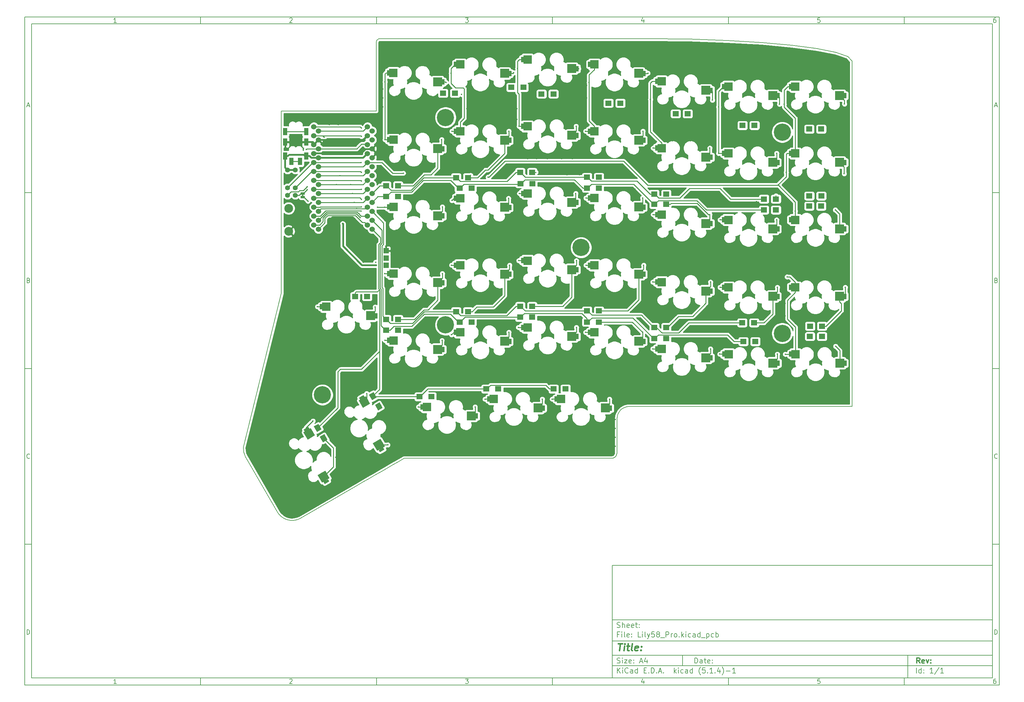
<source format=gtl>
G04 #@! TF.GenerationSoftware,KiCad,Pcbnew,(5.1.4)-1*
G04 #@! TF.CreationDate,2020-11-12T20:18:54+01:00*
G04 #@! TF.ProjectId,Lily58_Pro,4c696c79-3538-45f5-9072-6f2e6b696361,rev?*
G04 #@! TF.SameCoordinates,Original*
G04 #@! TF.FileFunction,Copper,L1,Top*
G04 #@! TF.FilePolarity,Positive*
%FSLAX46Y46*%
G04 Gerber Fmt 4.6, Leading zero omitted, Abs format (unit mm)*
G04 Created by KiCad (PCBNEW (5.1.4)-1) date 2020-11-12 20:18:54*
%MOMM*%
%LPD*%
G04 APERTURE LIST*
%ADD10C,0.100000*%
%ADD11C,0.150000*%
%ADD12C,0.300000*%
%ADD13C,0.400000*%
%ADD14C,0.200000*%
%ADD15C,2.500000*%
%ADD16C,2.400000*%
%ADD17C,0.700000*%
%ADD18C,1.500000*%
%ADD19C,4.900000*%
%ADD20R,1.800000X1.500000*%
%ADD21R,2.500000X2.500000*%
%ADD22R,2.400000X2.400000*%
%ADD23R,0.700000X1.500000*%
%ADD24R,1.200000X2.100000*%
%ADD25R,1.524000X1.524000*%
%ADD26C,1.524000*%
%ADD27C,1.397000*%
%ADD28R,0.381000X0.381000*%
%ADD29R,1.143000X0.635000*%
%ADD30C,0.400000*%
%ADD31C,0.250000*%
%ADD32C,0.500000*%
%ADD33C,0.254000*%
G04 APERTURE END LIST*
D10*
D11*
X177002200Y-166007200D02*
X177002200Y-198007200D01*
X285002200Y-198007200D01*
X285002200Y-166007200D01*
X177002200Y-166007200D01*
D10*
D11*
X10000000Y-10000000D02*
X10000000Y-200007200D01*
X287002200Y-200007200D01*
X287002200Y-10000000D01*
X10000000Y-10000000D01*
D10*
D11*
X12000000Y-12000000D02*
X12000000Y-198007200D01*
X285002200Y-198007200D01*
X285002200Y-12000000D01*
X12000000Y-12000000D01*
D10*
D11*
X60000000Y-12000000D02*
X60000000Y-10000000D01*
D10*
D11*
X110000000Y-12000000D02*
X110000000Y-10000000D01*
D10*
D11*
X160000000Y-12000000D02*
X160000000Y-10000000D01*
D10*
D11*
X210000000Y-12000000D02*
X210000000Y-10000000D01*
D10*
D11*
X260000000Y-12000000D02*
X260000000Y-10000000D01*
D10*
D11*
X36065476Y-11588095D02*
X35322619Y-11588095D01*
X35694047Y-11588095D02*
X35694047Y-10288095D01*
X35570238Y-10473809D01*
X35446428Y-10597619D01*
X35322619Y-10659523D01*
D10*
D11*
X85322619Y-10411904D02*
X85384523Y-10350000D01*
X85508333Y-10288095D01*
X85817857Y-10288095D01*
X85941666Y-10350000D01*
X86003571Y-10411904D01*
X86065476Y-10535714D01*
X86065476Y-10659523D01*
X86003571Y-10845238D01*
X85260714Y-11588095D01*
X86065476Y-11588095D01*
D10*
D11*
X135260714Y-10288095D02*
X136065476Y-10288095D01*
X135632142Y-10783333D01*
X135817857Y-10783333D01*
X135941666Y-10845238D01*
X136003571Y-10907142D01*
X136065476Y-11030952D01*
X136065476Y-11340476D01*
X136003571Y-11464285D01*
X135941666Y-11526190D01*
X135817857Y-11588095D01*
X135446428Y-11588095D01*
X135322619Y-11526190D01*
X135260714Y-11464285D01*
D10*
D11*
X185941666Y-10721428D02*
X185941666Y-11588095D01*
X185632142Y-10226190D02*
X185322619Y-11154761D01*
X186127380Y-11154761D01*
D10*
D11*
X236003571Y-10288095D02*
X235384523Y-10288095D01*
X235322619Y-10907142D01*
X235384523Y-10845238D01*
X235508333Y-10783333D01*
X235817857Y-10783333D01*
X235941666Y-10845238D01*
X236003571Y-10907142D01*
X236065476Y-11030952D01*
X236065476Y-11340476D01*
X236003571Y-11464285D01*
X235941666Y-11526190D01*
X235817857Y-11588095D01*
X235508333Y-11588095D01*
X235384523Y-11526190D01*
X235322619Y-11464285D01*
D10*
D11*
X285941666Y-10288095D02*
X285694047Y-10288095D01*
X285570238Y-10350000D01*
X285508333Y-10411904D01*
X285384523Y-10597619D01*
X285322619Y-10845238D01*
X285322619Y-11340476D01*
X285384523Y-11464285D01*
X285446428Y-11526190D01*
X285570238Y-11588095D01*
X285817857Y-11588095D01*
X285941666Y-11526190D01*
X286003571Y-11464285D01*
X286065476Y-11340476D01*
X286065476Y-11030952D01*
X286003571Y-10907142D01*
X285941666Y-10845238D01*
X285817857Y-10783333D01*
X285570238Y-10783333D01*
X285446428Y-10845238D01*
X285384523Y-10907142D01*
X285322619Y-11030952D01*
D10*
D11*
X60000000Y-198007200D02*
X60000000Y-200007200D01*
D10*
D11*
X110000000Y-198007200D02*
X110000000Y-200007200D01*
D10*
D11*
X160000000Y-198007200D02*
X160000000Y-200007200D01*
D10*
D11*
X210000000Y-198007200D02*
X210000000Y-200007200D01*
D10*
D11*
X260000000Y-198007200D02*
X260000000Y-200007200D01*
D10*
D11*
X36065476Y-199595295D02*
X35322619Y-199595295D01*
X35694047Y-199595295D02*
X35694047Y-198295295D01*
X35570238Y-198481009D01*
X35446428Y-198604819D01*
X35322619Y-198666723D01*
D10*
D11*
X85322619Y-198419104D02*
X85384523Y-198357200D01*
X85508333Y-198295295D01*
X85817857Y-198295295D01*
X85941666Y-198357200D01*
X86003571Y-198419104D01*
X86065476Y-198542914D01*
X86065476Y-198666723D01*
X86003571Y-198852438D01*
X85260714Y-199595295D01*
X86065476Y-199595295D01*
D10*
D11*
X135260714Y-198295295D02*
X136065476Y-198295295D01*
X135632142Y-198790533D01*
X135817857Y-198790533D01*
X135941666Y-198852438D01*
X136003571Y-198914342D01*
X136065476Y-199038152D01*
X136065476Y-199347676D01*
X136003571Y-199471485D01*
X135941666Y-199533390D01*
X135817857Y-199595295D01*
X135446428Y-199595295D01*
X135322619Y-199533390D01*
X135260714Y-199471485D01*
D10*
D11*
X185941666Y-198728628D02*
X185941666Y-199595295D01*
X185632142Y-198233390D02*
X185322619Y-199161961D01*
X186127380Y-199161961D01*
D10*
D11*
X236003571Y-198295295D02*
X235384523Y-198295295D01*
X235322619Y-198914342D01*
X235384523Y-198852438D01*
X235508333Y-198790533D01*
X235817857Y-198790533D01*
X235941666Y-198852438D01*
X236003571Y-198914342D01*
X236065476Y-199038152D01*
X236065476Y-199347676D01*
X236003571Y-199471485D01*
X235941666Y-199533390D01*
X235817857Y-199595295D01*
X235508333Y-199595295D01*
X235384523Y-199533390D01*
X235322619Y-199471485D01*
D10*
D11*
X285941666Y-198295295D02*
X285694047Y-198295295D01*
X285570238Y-198357200D01*
X285508333Y-198419104D01*
X285384523Y-198604819D01*
X285322619Y-198852438D01*
X285322619Y-199347676D01*
X285384523Y-199471485D01*
X285446428Y-199533390D01*
X285570238Y-199595295D01*
X285817857Y-199595295D01*
X285941666Y-199533390D01*
X286003571Y-199471485D01*
X286065476Y-199347676D01*
X286065476Y-199038152D01*
X286003571Y-198914342D01*
X285941666Y-198852438D01*
X285817857Y-198790533D01*
X285570238Y-198790533D01*
X285446428Y-198852438D01*
X285384523Y-198914342D01*
X285322619Y-199038152D01*
D10*
D11*
X10000000Y-60000000D02*
X12000000Y-60000000D01*
D10*
D11*
X10000000Y-110000000D02*
X12000000Y-110000000D01*
D10*
D11*
X10000000Y-160000000D02*
X12000000Y-160000000D01*
D10*
D11*
X10690476Y-35216666D02*
X11309523Y-35216666D01*
X10566666Y-35588095D02*
X11000000Y-34288095D01*
X11433333Y-35588095D01*
D10*
D11*
X11092857Y-84907142D02*
X11278571Y-84969047D01*
X11340476Y-85030952D01*
X11402380Y-85154761D01*
X11402380Y-85340476D01*
X11340476Y-85464285D01*
X11278571Y-85526190D01*
X11154761Y-85588095D01*
X10659523Y-85588095D01*
X10659523Y-84288095D01*
X11092857Y-84288095D01*
X11216666Y-84350000D01*
X11278571Y-84411904D01*
X11340476Y-84535714D01*
X11340476Y-84659523D01*
X11278571Y-84783333D01*
X11216666Y-84845238D01*
X11092857Y-84907142D01*
X10659523Y-84907142D01*
D10*
D11*
X11402380Y-135464285D02*
X11340476Y-135526190D01*
X11154761Y-135588095D01*
X11030952Y-135588095D01*
X10845238Y-135526190D01*
X10721428Y-135402380D01*
X10659523Y-135278571D01*
X10597619Y-135030952D01*
X10597619Y-134845238D01*
X10659523Y-134597619D01*
X10721428Y-134473809D01*
X10845238Y-134350000D01*
X11030952Y-134288095D01*
X11154761Y-134288095D01*
X11340476Y-134350000D01*
X11402380Y-134411904D01*
D10*
D11*
X10659523Y-185588095D02*
X10659523Y-184288095D01*
X10969047Y-184288095D01*
X11154761Y-184350000D01*
X11278571Y-184473809D01*
X11340476Y-184597619D01*
X11402380Y-184845238D01*
X11402380Y-185030952D01*
X11340476Y-185278571D01*
X11278571Y-185402380D01*
X11154761Y-185526190D01*
X10969047Y-185588095D01*
X10659523Y-185588095D01*
D10*
D11*
X287002200Y-60000000D02*
X285002200Y-60000000D01*
D10*
D11*
X287002200Y-110000000D02*
X285002200Y-110000000D01*
D10*
D11*
X287002200Y-160000000D02*
X285002200Y-160000000D01*
D10*
D11*
X285692676Y-35216666D02*
X286311723Y-35216666D01*
X285568866Y-35588095D02*
X286002200Y-34288095D01*
X286435533Y-35588095D01*
D10*
D11*
X286095057Y-84907142D02*
X286280771Y-84969047D01*
X286342676Y-85030952D01*
X286404580Y-85154761D01*
X286404580Y-85340476D01*
X286342676Y-85464285D01*
X286280771Y-85526190D01*
X286156961Y-85588095D01*
X285661723Y-85588095D01*
X285661723Y-84288095D01*
X286095057Y-84288095D01*
X286218866Y-84350000D01*
X286280771Y-84411904D01*
X286342676Y-84535714D01*
X286342676Y-84659523D01*
X286280771Y-84783333D01*
X286218866Y-84845238D01*
X286095057Y-84907142D01*
X285661723Y-84907142D01*
D10*
D11*
X286404580Y-135464285D02*
X286342676Y-135526190D01*
X286156961Y-135588095D01*
X286033152Y-135588095D01*
X285847438Y-135526190D01*
X285723628Y-135402380D01*
X285661723Y-135278571D01*
X285599819Y-135030952D01*
X285599819Y-134845238D01*
X285661723Y-134597619D01*
X285723628Y-134473809D01*
X285847438Y-134350000D01*
X286033152Y-134288095D01*
X286156961Y-134288095D01*
X286342676Y-134350000D01*
X286404580Y-134411904D01*
D10*
D11*
X285661723Y-185588095D02*
X285661723Y-184288095D01*
X285971247Y-184288095D01*
X286156961Y-184350000D01*
X286280771Y-184473809D01*
X286342676Y-184597619D01*
X286404580Y-184845238D01*
X286404580Y-185030952D01*
X286342676Y-185278571D01*
X286280771Y-185402380D01*
X286156961Y-185526190D01*
X285971247Y-185588095D01*
X285661723Y-185588095D01*
D10*
D11*
X200434342Y-193785771D02*
X200434342Y-192285771D01*
X200791485Y-192285771D01*
X201005771Y-192357200D01*
X201148628Y-192500057D01*
X201220057Y-192642914D01*
X201291485Y-192928628D01*
X201291485Y-193142914D01*
X201220057Y-193428628D01*
X201148628Y-193571485D01*
X201005771Y-193714342D01*
X200791485Y-193785771D01*
X200434342Y-193785771D01*
X202577200Y-193785771D02*
X202577200Y-193000057D01*
X202505771Y-192857200D01*
X202362914Y-192785771D01*
X202077200Y-192785771D01*
X201934342Y-192857200D01*
X202577200Y-193714342D02*
X202434342Y-193785771D01*
X202077200Y-193785771D01*
X201934342Y-193714342D01*
X201862914Y-193571485D01*
X201862914Y-193428628D01*
X201934342Y-193285771D01*
X202077200Y-193214342D01*
X202434342Y-193214342D01*
X202577200Y-193142914D01*
X203077200Y-192785771D02*
X203648628Y-192785771D01*
X203291485Y-192285771D02*
X203291485Y-193571485D01*
X203362914Y-193714342D01*
X203505771Y-193785771D01*
X203648628Y-193785771D01*
X204720057Y-193714342D02*
X204577200Y-193785771D01*
X204291485Y-193785771D01*
X204148628Y-193714342D01*
X204077200Y-193571485D01*
X204077200Y-193000057D01*
X204148628Y-192857200D01*
X204291485Y-192785771D01*
X204577200Y-192785771D01*
X204720057Y-192857200D01*
X204791485Y-193000057D01*
X204791485Y-193142914D01*
X204077200Y-193285771D01*
X205434342Y-193642914D02*
X205505771Y-193714342D01*
X205434342Y-193785771D01*
X205362914Y-193714342D01*
X205434342Y-193642914D01*
X205434342Y-193785771D01*
X205434342Y-192857200D02*
X205505771Y-192928628D01*
X205434342Y-193000057D01*
X205362914Y-192928628D01*
X205434342Y-192857200D01*
X205434342Y-193000057D01*
D10*
D11*
X177002200Y-194507200D02*
X285002200Y-194507200D01*
D10*
D11*
X178434342Y-196585771D02*
X178434342Y-195085771D01*
X179291485Y-196585771D02*
X178648628Y-195728628D01*
X179291485Y-195085771D02*
X178434342Y-195942914D01*
X179934342Y-196585771D02*
X179934342Y-195585771D01*
X179934342Y-195085771D02*
X179862914Y-195157200D01*
X179934342Y-195228628D01*
X180005771Y-195157200D01*
X179934342Y-195085771D01*
X179934342Y-195228628D01*
X181505771Y-196442914D02*
X181434342Y-196514342D01*
X181220057Y-196585771D01*
X181077200Y-196585771D01*
X180862914Y-196514342D01*
X180720057Y-196371485D01*
X180648628Y-196228628D01*
X180577200Y-195942914D01*
X180577200Y-195728628D01*
X180648628Y-195442914D01*
X180720057Y-195300057D01*
X180862914Y-195157200D01*
X181077200Y-195085771D01*
X181220057Y-195085771D01*
X181434342Y-195157200D01*
X181505771Y-195228628D01*
X182791485Y-196585771D02*
X182791485Y-195800057D01*
X182720057Y-195657200D01*
X182577200Y-195585771D01*
X182291485Y-195585771D01*
X182148628Y-195657200D01*
X182791485Y-196514342D02*
X182648628Y-196585771D01*
X182291485Y-196585771D01*
X182148628Y-196514342D01*
X182077200Y-196371485D01*
X182077200Y-196228628D01*
X182148628Y-196085771D01*
X182291485Y-196014342D01*
X182648628Y-196014342D01*
X182791485Y-195942914D01*
X184148628Y-196585771D02*
X184148628Y-195085771D01*
X184148628Y-196514342D02*
X184005771Y-196585771D01*
X183720057Y-196585771D01*
X183577200Y-196514342D01*
X183505771Y-196442914D01*
X183434342Y-196300057D01*
X183434342Y-195871485D01*
X183505771Y-195728628D01*
X183577200Y-195657200D01*
X183720057Y-195585771D01*
X184005771Y-195585771D01*
X184148628Y-195657200D01*
X186005771Y-195800057D02*
X186505771Y-195800057D01*
X186720057Y-196585771D02*
X186005771Y-196585771D01*
X186005771Y-195085771D01*
X186720057Y-195085771D01*
X187362914Y-196442914D02*
X187434342Y-196514342D01*
X187362914Y-196585771D01*
X187291485Y-196514342D01*
X187362914Y-196442914D01*
X187362914Y-196585771D01*
X188077200Y-196585771D02*
X188077200Y-195085771D01*
X188434342Y-195085771D01*
X188648628Y-195157200D01*
X188791485Y-195300057D01*
X188862914Y-195442914D01*
X188934342Y-195728628D01*
X188934342Y-195942914D01*
X188862914Y-196228628D01*
X188791485Y-196371485D01*
X188648628Y-196514342D01*
X188434342Y-196585771D01*
X188077200Y-196585771D01*
X189577200Y-196442914D02*
X189648628Y-196514342D01*
X189577200Y-196585771D01*
X189505771Y-196514342D01*
X189577200Y-196442914D01*
X189577200Y-196585771D01*
X190220057Y-196157200D02*
X190934342Y-196157200D01*
X190077200Y-196585771D02*
X190577200Y-195085771D01*
X191077200Y-196585771D01*
X191577200Y-196442914D02*
X191648628Y-196514342D01*
X191577200Y-196585771D01*
X191505771Y-196514342D01*
X191577200Y-196442914D01*
X191577200Y-196585771D01*
X194577200Y-196585771D02*
X194577200Y-195085771D01*
X194720057Y-196014342D02*
X195148628Y-196585771D01*
X195148628Y-195585771D02*
X194577200Y-196157200D01*
X195791485Y-196585771D02*
X195791485Y-195585771D01*
X195791485Y-195085771D02*
X195720057Y-195157200D01*
X195791485Y-195228628D01*
X195862914Y-195157200D01*
X195791485Y-195085771D01*
X195791485Y-195228628D01*
X197148628Y-196514342D02*
X197005771Y-196585771D01*
X196720057Y-196585771D01*
X196577200Y-196514342D01*
X196505771Y-196442914D01*
X196434342Y-196300057D01*
X196434342Y-195871485D01*
X196505771Y-195728628D01*
X196577200Y-195657200D01*
X196720057Y-195585771D01*
X197005771Y-195585771D01*
X197148628Y-195657200D01*
X198434342Y-196585771D02*
X198434342Y-195800057D01*
X198362914Y-195657200D01*
X198220057Y-195585771D01*
X197934342Y-195585771D01*
X197791485Y-195657200D01*
X198434342Y-196514342D02*
X198291485Y-196585771D01*
X197934342Y-196585771D01*
X197791485Y-196514342D01*
X197720057Y-196371485D01*
X197720057Y-196228628D01*
X197791485Y-196085771D01*
X197934342Y-196014342D01*
X198291485Y-196014342D01*
X198434342Y-195942914D01*
X199791485Y-196585771D02*
X199791485Y-195085771D01*
X199791485Y-196514342D02*
X199648628Y-196585771D01*
X199362914Y-196585771D01*
X199220057Y-196514342D01*
X199148628Y-196442914D01*
X199077200Y-196300057D01*
X199077200Y-195871485D01*
X199148628Y-195728628D01*
X199220057Y-195657200D01*
X199362914Y-195585771D01*
X199648628Y-195585771D01*
X199791485Y-195657200D01*
X202077200Y-197157200D02*
X202005771Y-197085771D01*
X201862914Y-196871485D01*
X201791485Y-196728628D01*
X201720057Y-196514342D01*
X201648628Y-196157200D01*
X201648628Y-195871485D01*
X201720057Y-195514342D01*
X201791485Y-195300057D01*
X201862914Y-195157200D01*
X202005771Y-194942914D01*
X202077200Y-194871485D01*
X203362914Y-195085771D02*
X202648628Y-195085771D01*
X202577200Y-195800057D01*
X202648628Y-195728628D01*
X202791485Y-195657200D01*
X203148628Y-195657200D01*
X203291485Y-195728628D01*
X203362914Y-195800057D01*
X203434342Y-195942914D01*
X203434342Y-196300057D01*
X203362914Y-196442914D01*
X203291485Y-196514342D01*
X203148628Y-196585771D01*
X202791485Y-196585771D01*
X202648628Y-196514342D01*
X202577200Y-196442914D01*
X204077200Y-196442914D02*
X204148628Y-196514342D01*
X204077200Y-196585771D01*
X204005771Y-196514342D01*
X204077200Y-196442914D01*
X204077200Y-196585771D01*
X205577200Y-196585771D02*
X204720057Y-196585771D01*
X205148628Y-196585771D02*
X205148628Y-195085771D01*
X205005771Y-195300057D01*
X204862914Y-195442914D01*
X204720057Y-195514342D01*
X206220057Y-196442914D02*
X206291485Y-196514342D01*
X206220057Y-196585771D01*
X206148628Y-196514342D01*
X206220057Y-196442914D01*
X206220057Y-196585771D01*
X207577200Y-195585771D02*
X207577200Y-196585771D01*
X207220057Y-195014342D02*
X206862914Y-196085771D01*
X207791485Y-196085771D01*
X208220057Y-197157200D02*
X208291485Y-197085771D01*
X208434342Y-196871485D01*
X208505771Y-196728628D01*
X208577200Y-196514342D01*
X208648628Y-196157200D01*
X208648628Y-195871485D01*
X208577200Y-195514342D01*
X208505771Y-195300057D01*
X208434342Y-195157200D01*
X208291485Y-194942914D01*
X208220057Y-194871485D01*
X209362914Y-196014342D02*
X210505771Y-196014342D01*
X212005771Y-196585771D02*
X211148628Y-196585771D01*
X211577200Y-196585771D02*
X211577200Y-195085771D01*
X211434342Y-195300057D01*
X211291485Y-195442914D01*
X211148628Y-195514342D01*
D10*
D11*
X177002200Y-191507200D02*
X285002200Y-191507200D01*
D10*
D12*
X264411485Y-193785771D02*
X263911485Y-193071485D01*
X263554342Y-193785771D02*
X263554342Y-192285771D01*
X264125771Y-192285771D01*
X264268628Y-192357200D01*
X264340057Y-192428628D01*
X264411485Y-192571485D01*
X264411485Y-192785771D01*
X264340057Y-192928628D01*
X264268628Y-193000057D01*
X264125771Y-193071485D01*
X263554342Y-193071485D01*
X265625771Y-193714342D02*
X265482914Y-193785771D01*
X265197200Y-193785771D01*
X265054342Y-193714342D01*
X264982914Y-193571485D01*
X264982914Y-193000057D01*
X265054342Y-192857200D01*
X265197200Y-192785771D01*
X265482914Y-192785771D01*
X265625771Y-192857200D01*
X265697200Y-193000057D01*
X265697200Y-193142914D01*
X264982914Y-193285771D01*
X266197200Y-192785771D02*
X266554342Y-193785771D01*
X266911485Y-192785771D01*
X267482914Y-193642914D02*
X267554342Y-193714342D01*
X267482914Y-193785771D01*
X267411485Y-193714342D01*
X267482914Y-193642914D01*
X267482914Y-193785771D01*
X267482914Y-192857200D02*
X267554342Y-192928628D01*
X267482914Y-193000057D01*
X267411485Y-192928628D01*
X267482914Y-192857200D01*
X267482914Y-193000057D01*
D10*
D11*
X178362914Y-193714342D02*
X178577200Y-193785771D01*
X178934342Y-193785771D01*
X179077200Y-193714342D01*
X179148628Y-193642914D01*
X179220057Y-193500057D01*
X179220057Y-193357200D01*
X179148628Y-193214342D01*
X179077200Y-193142914D01*
X178934342Y-193071485D01*
X178648628Y-193000057D01*
X178505771Y-192928628D01*
X178434342Y-192857200D01*
X178362914Y-192714342D01*
X178362914Y-192571485D01*
X178434342Y-192428628D01*
X178505771Y-192357200D01*
X178648628Y-192285771D01*
X179005771Y-192285771D01*
X179220057Y-192357200D01*
X179862914Y-193785771D02*
X179862914Y-192785771D01*
X179862914Y-192285771D02*
X179791485Y-192357200D01*
X179862914Y-192428628D01*
X179934342Y-192357200D01*
X179862914Y-192285771D01*
X179862914Y-192428628D01*
X180434342Y-192785771D02*
X181220057Y-192785771D01*
X180434342Y-193785771D01*
X181220057Y-193785771D01*
X182362914Y-193714342D02*
X182220057Y-193785771D01*
X181934342Y-193785771D01*
X181791485Y-193714342D01*
X181720057Y-193571485D01*
X181720057Y-193000057D01*
X181791485Y-192857200D01*
X181934342Y-192785771D01*
X182220057Y-192785771D01*
X182362914Y-192857200D01*
X182434342Y-193000057D01*
X182434342Y-193142914D01*
X181720057Y-193285771D01*
X183077200Y-193642914D02*
X183148628Y-193714342D01*
X183077200Y-193785771D01*
X183005771Y-193714342D01*
X183077200Y-193642914D01*
X183077200Y-193785771D01*
X183077200Y-192857200D02*
X183148628Y-192928628D01*
X183077200Y-193000057D01*
X183005771Y-192928628D01*
X183077200Y-192857200D01*
X183077200Y-193000057D01*
X184862914Y-193357200D02*
X185577200Y-193357200D01*
X184720057Y-193785771D02*
X185220057Y-192285771D01*
X185720057Y-193785771D01*
X186862914Y-192785771D02*
X186862914Y-193785771D01*
X186505771Y-192214342D02*
X186148628Y-193285771D01*
X187077200Y-193285771D01*
D10*
D11*
X263434342Y-196585771D02*
X263434342Y-195085771D01*
X264791485Y-196585771D02*
X264791485Y-195085771D01*
X264791485Y-196514342D02*
X264648628Y-196585771D01*
X264362914Y-196585771D01*
X264220057Y-196514342D01*
X264148628Y-196442914D01*
X264077200Y-196300057D01*
X264077200Y-195871485D01*
X264148628Y-195728628D01*
X264220057Y-195657200D01*
X264362914Y-195585771D01*
X264648628Y-195585771D01*
X264791485Y-195657200D01*
X265505771Y-196442914D02*
X265577200Y-196514342D01*
X265505771Y-196585771D01*
X265434342Y-196514342D01*
X265505771Y-196442914D01*
X265505771Y-196585771D01*
X265505771Y-195657200D02*
X265577200Y-195728628D01*
X265505771Y-195800057D01*
X265434342Y-195728628D01*
X265505771Y-195657200D01*
X265505771Y-195800057D01*
X268148628Y-196585771D02*
X267291485Y-196585771D01*
X267720057Y-196585771D02*
X267720057Y-195085771D01*
X267577200Y-195300057D01*
X267434342Y-195442914D01*
X267291485Y-195514342D01*
X269862914Y-195014342D02*
X268577200Y-196942914D01*
X271148628Y-196585771D02*
X270291485Y-196585771D01*
X270720057Y-196585771D02*
X270720057Y-195085771D01*
X270577200Y-195300057D01*
X270434342Y-195442914D01*
X270291485Y-195514342D01*
D10*
D11*
X177002200Y-187507200D02*
X285002200Y-187507200D01*
D10*
D13*
X178714580Y-188211961D02*
X179857438Y-188211961D01*
X179036009Y-190211961D02*
X179286009Y-188211961D01*
X180274104Y-190211961D02*
X180440771Y-188878628D01*
X180524104Y-188211961D02*
X180416961Y-188307200D01*
X180500295Y-188402438D01*
X180607438Y-188307200D01*
X180524104Y-188211961D01*
X180500295Y-188402438D01*
X181107438Y-188878628D02*
X181869342Y-188878628D01*
X181476485Y-188211961D02*
X181262200Y-189926247D01*
X181333628Y-190116723D01*
X181512200Y-190211961D01*
X181702676Y-190211961D01*
X182655057Y-190211961D02*
X182476485Y-190116723D01*
X182405057Y-189926247D01*
X182619342Y-188211961D01*
X184190771Y-190116723D02*
X183988390Y-190211961D01*
X183607438Y-190211961D01*
X183428866Y-190116723D01*
X183357438Y-189926247D01*
X183452676Y-189164342D01*
X183571723Y-188973866D01*
X183774104Y-188878628D01*
X184155057Y-188878628D01*
X184333628Y-188973866D01*
X184405057Y-189164342D01*
X184381247Y-189354819D01*
X183405057Y-189545295D01*
X185155057Y-190021485D02*
X185238390Y-190116723D01*
X185131247Y-190211961D01*
X185047914Y-190116723D01*
X185155057Y-190021485D01*
X185131247Y-190211961D01*
X185286009Y-188973866D02*
X185369342Y-189069104D01*
X185262200Y-189164342D01*
X185178866Y-189069104D01*
X185286009Y-188973866D01*
X185262200Y-189164342D01*
D10*
D11*
X178934342Y-185600057D02*
X178434342Y-185600057D01*
X178434342Y-186385771D02*
X178434342Y-184885771D01*
X179148628Y-184885771D01*
X179720057Y-186385771D02*
X179720057Y-185385771D01*
X179720057Y-184885771D02*
X179648628Y-184957200D01*
X179720057Y-185028628D01*
X179791485Y-184957200D01*
X179720057Y-184885771D01*
X179720057Y-185028628D01*
X180648628Y-186385771D02*
X180505771Y-186314342D01*
X180434342Y-186171485D01*
X180434342Y-184885771D01*
X181791485Y-186314342D02*
X181648628Y-186385771D01*
X181362914Y-186385771D01*
X181220057Y-186314342D01*
X181148628Y-186171485D01*
X181148628Y-185600057D01*
X181220057Y-185457200D01*
X181362914Y-185385771D01*
X181648628Y-185385771D01*
X181791485Y-185457200D01*
X181862914Y-185600057D01*
X181862914Y-185742914D01*
X181148628Y-185885771D01*
X182505771Y-186242914D02*
X182577200Y-186314342D01*
X182505771Y-186385771D01*
X182434342Y-186314342D01*
X182505771Y-186242914D01*
X182505771Y-186385771D01*
X182505771Y-185457200D02*
X182577200Y-185528628D01*
X182505771Y-185600057D01*
X182434342Y-185528628D01*
X182505771Y-185457200D01*
X182505771Y-185600057D01*
X185077200Y-186385771D02*
X184362914Y-186385771D01*
X184362914Y-184885771D01*
X185577200Y-186385771D02*
X185577200Y-185385771D01*
X185577200Y-184885771D02*
X185505771Y-184957200D01*
X185577200Y-185028628D01*
X185648628Y-184957200D01*
X185577200Y-184885771D01*
X185577200Y-185028628D01*
X186505771Y-186385771D02*
X186362914Y-186314342D01*
X186291485Y-186171485D01*
X186291485Y-184885771D01*
X186934342Y-185385771D02*
X187291485Y-186385771D01*
X187648628Y-185385771D02*
X187291485Y-186385771D01*
X187148628Y-186742914D01*
X187077200Y-186814342D01*
X186934342Y-186885771D01*
X188934342Y-184885771D02*
X188220057Y-184885771D01*
X188148628Y-185600057D01*
X188220057Y-185528628D01*
X188362914Y-185457200D01*
X188720057Y-185457200D01*
X188862914Y-185528628D01*
X188934342Y-185600057D01*
X189005771Y-185742914D01*
X189005771Y-186100057D01*
X188934342Y-186242914D01*
X188862914Y-186314342D01*
X188720057Y-186385771D01*
X188362914Y-186385771D01*
X188220057Y-186314342D01*
X188148628Y-186242914D01*
X189862914Y-185528628D02*
X189720057Y-185457200D01*
X189648628Y-185385771D01*
X189577200Y-185242914D01*
X189577200Y-185171485D01*
X189648628Y-185028628D01*
X189720057Y-184957200D01*
X189862914Y-184885771D01*
X190148628Y-184885771D01*
X190291485Y-184957200D01*
X190362914Y-185028628D01*
X190434342Y-185171485D01*
X190434342Y-185242914D01*
X190362914Y-185385771D01*
X190291485Y-185457200D01*
X190148628Y-185528628D01*
X189862914Y-185528628D01*
X189720057Y-185600057D01*
X189648628Y-185671485D01*
X189577200Y-185814342D01*
X189577200Y-186100057D01*
X189648628Y-186242914D01*
X189720057Y-186314342D01*
X189862914Y-186385771D01*
X190148628Y-186385771D01*
X190291485Y-186314342D01*
X190362914Y-186242914D01*
X190434342Y-186100057D01*
X190434342Y-185814342D01*
X190362914Y-185671485D01*
X190291485Y-185600057D01*
X190148628Y-185528628D01*
X190720057Y-186528628D02*
X191862914Y-186528628D01*
X192220057Y-186385771D02*
X192220057Y-184885771D01*
X192791485Y-184885771D01*
X192934342Y-184957200D01*
X193005771Y-185028628D01*
X193077200Y-185171485D01*
X193077200Y-185385771D01*
X193005771Y-185528628D01*
X192934342Y-185600057D01*
X192791485Y-185671485D01*
X192220057Y-185671485D01*
X193720057Y-186385771D02*
X193720057Y-185385771D01*
X193720057Y-185671485D02*
X193791485Y-185528628D01*
X193862914Y-185457200D01*
X194005771Y-185385771D01*
X194148628Y-185385771D01*
X194862914Y-186385771D02*
X194720057Y-186314342D01*
X194648628Y-186242914D01*
X194577200Y-186100057D01*
X194577200Y-185671485D01*
X194648628Y-185528628D01*
X194720057Y-185457200D01*
X194862914Y-185385771D01*
X195077200Y-185385771D01*
X195220057Y-185457200D01*
X195291485Y-185528628D01*
X195362914Y-185671485D01*
X195362914Y-186100057D01*
X195291485Y-186242914D01*
X195220057Y-186314342D01*
X195077200Y-186385771D01*
X194862914Y-186385771D01*
X196005771Y-186242914D02*
X196077200Y-186314342D01*
X196005771Y-186385771D01*
X195934342Y-186314342D01*
X196005771Y-186242914D01*
X196005771Y-186385771D01*
X196720057Y-186385771D02*
X196720057Y-184885771D01*
X196862914Y-185814342D02*
X197291485Y-186385771D01*
X197291485Y-185385771D02*
X196720057Y-185957200D01*
X197934342Y-186385771D02*
X197934342Y-185385771D01*
X197934342Y-184885771D02*
X197862914Y-184957200D01*
X197934342Y-185028628D01*
X198005771Y-184957200D01*
X197934342Y-184885771D01*
X197934342Y-185028628D01*
X199291485Y-186314342D02*
X199148628Y-186385771D01*
X198862914Y-186385771D01*
X198720057Y-186314342D01*
X198648628Y-186242914D01*
X198577200Y-186100057D01*
X198577200Y-185671485D01*
X198648628Y-185528628D01*
X198720057Y-185457200D01*
X198862914Y-185385771D01*
X199148628Y-185385771D01*
X199291485Y-185457200D01*
X200577200Y-186385771D02*
X200577200Y-185600057D01*
X200505771Y-185457200D01*
X200362914Y-185385771D01*
X200077200Y-185385771D01*
X199934342Y-185457200D01*
X200577200Y-186314342D02*
X200434342Y-186385771D01*
X200077200Y-186385771D01*
X199934342Y-186314342D01*
X199862914Y-186171485D01*
X199862914Y-186028628D01*
X199934342Y-185885771D01*
X200077200Y-185814342D01*
X200434342Y-185814342D01*
X200577200Y-185742914D01*
X201934342Y-186385771D02*
X201934342Y-184885771D01*
X201934342Y-186314342D02*
X201791485Y-186385771D01*
X201505771Y-186385771D01*
X201362914Y-186314342D01*
X201291485Y-186242914D01*
X201220057Y-186100057D01*
X201220057Y-185671485D01*
X201291485Y-185528628D01*
X201362914Y-185457200D01*
X201505771Y-185385771D01*
X201791485Y-185385771D01*
X201934342Y-185457200D01*
X202291485Y-186528628D02*
X203434342Y-186528628D01*
X203791485Y-185385771D02*
X203791485Y-186885771D01*
X203791485Y-185457200D02*
X203934342Y-185385771D01*
X204220057Y-185385771D01*
X204362914Y-185457200D01*
X204434342Y-185528628D01*
X204505771Y-185671485D01*
X204505771Y-186100057D01*
X204434342Y-186242914D01*
X204362914Y-186314342D01*
X204220057Y-186385771D01*
X203934342Y-186385771D01*
X203791485Y-186314342D01*
X205791485Y-186314342D02*
X205648628Y-186385771D01*
X205362914Y-186385771D01*
X205220057Y-186314342D01*
X205148628Y-186242914D01*
X205077200Y-186100057D01*
X205077200Y-185671485D01*
X205148628Y-185528628D01*
X205220057Y-185457200D01*
X205362914Y-185385771D01*
X205648628Y-185385771D01*
X205791485Y-185457200D01*
X206434342Y-186385771D02*
X206434342Y-184885771D01*
X206434342Y-185457200D02*
X206577200Y-185385771D01*
X206862914Y-185385771D01*
X207005771Y-185457200D01*
X207077200Y-185528628D01*
X207148628Y-185671485D01*
X207148628Y-186100057D01*
X207077200Y-186242914D01*
X207005771Y-186314342D01*
X206862914Y-186385771D01*
X206577200Y-186385771D01*
X206434342Y-186314342D01*
D10*
D11*
X177002200Y-181507200D02*
X285002200Y-181507200D01*
D10*
D11*
X178362914Y-183614342D02*
X178577200Y-183685771D01*
X178934342Y-183685771D01*
X179077200Y-183614342D01*
X179148628Y-183542914D01*
X179220057Y-183400057D01*
X179220057Y-183257200D01*
X179148628Y-183114342D01*
X179077200Y-183042914D01*
X178934342Y-182971485D01*
X178648628Y-182900057D01*
X178505771Y-182828628D01*
X178434342Y-182757200D01*
X178362914Y-182614342D01*
X178362914Y-182471485D01*
X178434342Y-182328628D01*
X178505771Y-182257200D01*
X178648628Y-182185771D01*
X179005771Y-182185771D01*
X179220057Y-182257200D01*
X179862914Y-183685771D02*
X179862914Y-182185771D01*
X180505771Y-183685771D02*
X180505771Y-182900057D01*
X180434342Y-182757200D01*
X180291485Y-182685771D01*
X180077200Y-182685771D01*
X179934342Y-182757200D01*
X179862914Y-182828628D01*
X181791485Y-183614342D02*
X181648628Y-183685771D01*
X181362914Y-183685771D01*
X181220057Y-183614342D01*
X181148628Y-183471485D01*
X181148628Y-182900057D01*
X181220057Y-182757200D01*
X181362914Y-182685771D01*
X181648628Y-182685771D01*
X181791485Y-182757200D01*
X181862914Y-182900057D01*
X181862914Y-183042914D01*
X181148628Y-183185771D01*
X183077200Y-183614342D02*
X182934342Y-183685771D01*
X182648628Y-183685771D01*
X182505771Y-183614342D01*
X182434342Y-183471485D01*
X182434342Y-182900057D01*
X182505771Y-182757200D01*
X182648628Y-182685771D01*
X182934342Y-182685771D01*
X183077200Y-182757200D01*
X183148628Y-182900057D01*
X183148628Y-183042914D01*
X182434342Y-183185771D01*
X183577200Y-182685771D02*
X184148628Y-182685771D01*
X183791485Y-182185771D02*
X183791485Y-183471485D01*
X183862914Y-183614342D01*
X184005771Y-183685771D01*
X184148628Y-183685771D01*
X184648628Y-183542914D02*
X184720057Y-183614342D01*
X184648628Y-183685771D01*
X184577200Y-183614342D01*
X184648628Y-183542914D01*
X184648628Y-183685771D01*
X184648628Y-182757200D02*
X184720057Y-182828628D01*
X184648628Y-182900057D01*
X184577200Y-182828628D01*
X184648628Y-182757200D01*
X184648628Y-182900057D01*
D10*
D11*
X197002200Y-191507200D02*
X197002200Y-194507200D01*
D10*
D11*
X261002200Y-191507200D02*
X261002200Y-198007200D01*
X72674503Y-134960305D02*
G75*
G02X72175000Y-132325000I4376397J2194505D01*
G01*
X88345583Y-152620389D02*
G75*
G02X81699101Y-150634699I-2328483J4322489D01*
G01*
X72674503Y-134960305D02*
X81699101Y-150634699D01*
X104456758Y-143271756D02*
X88345583Y-152620389D01*
X245120000Y-120789735D02*
X245120000Y-22546755D01*
X223959999Y-120789735D02*
X245120000Y-120789735D01*
X109898210Y-36780000D02*
X109898210Y-17246762D01*
X82940000Y-36780000D02*
X109898210Y-36780000D01*
X82937528Y-38136762D02*
X82940000Y-36780000D01*
D14*
X240549319Y-20073847D02*
X235185697Y-18995159D01*
X235185697Y-18995159D02*
X228080758Y-18055561D01*
X116186619Y-136480784D02*
X117862313Y-135510645D01*
X114510925Y-137450923D02*
X116186619Y-136480784D01*
X82937528Y-50750629D02*
X82937528Y-44443695D01*
X82937528Y-57057562D02*
X82937528Y-50750629D01*
X142171711Y-16196762D02*
X131763877Y-16196762D01*
X218692418Y-120789735D02*
X223959999Y-120789735D01*
X213424836Y-120789735D02*
X218692418Y-120789735D01*
X208157255Y-120789735D02*
X213424836Y-120789735D01*
X202889673Y-120789735D02*
X208157255Y-120789735D01*
X197622092Y-120789735D02*
X202889673Y-120789735D01*
X192354511Y-120789735D02*
X197622092Y-120789735D01*
X187086929Y-120789735D02*
X192354511Y-120789735D01*
X181819348Y-120789735D02*
X187086929Y-120789735D01*
X181113524Y-120860778D02*
X181819348Y-120789735D01*
X180456326Y-121064561D02*
X181113524Y-120860778D01*
X179861773Y-121387065D02*
X180456326Y-121064561D01*
X179343884Y-121814271D02*
X179861773Y-121387065D01*
X178916678Y-122332160D02*
X179343884Y-121814271D01*
X178594174Y-122926713D02*
X178916678Y-122332160D01*
X178390391Y-123583911D02*
X178594174Y-122926713D01*
X178319348Y-124289735D02*
X178390391Y-123583911D01*
X219467654Y-17280488D02*
X209579538Y-16695374D01*
X228080758Y-18055561D02*
X219467654Y-17280488D01*
X198649563Y-16325654D02*
X186910881Y-16196762D01*
X209579538Y-16695374D02*
X198649563Y-16325654D01*
X177658308Y-135255660D02*
X177403500Y-135393876D01*
X177880261Y-135072571D02*
X177658308Y-135255660D01*
X178063349Y-134850619D02*
X177880261Y-135072571D01*
X178201565Y-134595810D02*
X178063349Y-134850619D01*
X178288901Y-134314154D02*
X178201565Y-134595810D01*
X178319348Y-134034052D02*
X178288901Y-134314154D01*
X82937528Y-69671429D02*
X82937528Y-63364495D01*
X82937528Y-75978362D02*
X82937528Y-69671429D01*
X82937528Y-82285296D02*
X82937528Y-75978362D01*
X82937528Y-88592229D02*
X82937528Y-82285296D01*
X131763877Y-16196762D02*
X121356044Y-16196762D01*
X152579545Y-16196762D02*
X142171711Y-16196762D01*
X162987379Y-16196762D02*
X152579545Y-16196762D01*
X173395213Y-16196762D02*
X162987379Y-16196762D01*
X186910881Y-16196762D02*
X173395213Y-16196762D01*
X110360937Y-16375961D02*
X110539303Y-16279210D01*
X110205570Y-16504123D02*
X110360937Y-16375961D01*
X110077409Y-16659489D02*
X110205570Y-16504123D01*
X109980657Y-16837855D02*
X110077409Y-16659489D01*
X109919523Y-17035015D02*
X109980657Y-16837855D01*
X109898210Y-17246762D02*
X109919523Y-17035015D01*
X110736462Y-16218075D02*
X110948210Y-16196762D01*
X110539303Y-16279210D02*
X110736462Y-16218075D01*
X121356044Y-16196762D02*
X110948210Y-16196762D01*
X82937528Y-63364495D02*
X82937528Y-57057562D01*
X82937528Y-44443695D02*
X82937528Y-38136762D01*
X82937777Y-88592317D02*
X72175000Y-132325000D01*
X112835230Y-138421062D02*
X114510925Y-137450923D01*
X111159536Y-139391201D02*
X112835230Y-138421062D01*
X109483841Y-140361340D02*
X111159536Y-139391201D01*
X107808147Y-141331479D02*
X109483841Y-140361340D01*
X106132452Y-142301617D02*
X107808147Y-141331479D01*
X104456758Y-143271756D02*
X106132452Y-142301617D01*
X169449826Y-135511658D02*
X176819348Y-135511658D01*
X162080304Y-135511658D02*
X169449826Y-135511658D01*
X154710782Y-135511658D02*
X162080304Y-135511658D01*
X147341260Y-135511658D02*
X154710782Y-135511658D01*
X139971738Y-135511658D02*
X147341260Y-135511658D01*
X132602217Y-135511658D02*
X139971738Y-135511658D01*
X125232695Y-135511658D02*
X132602217Y-135511658D01*
X117863173Y-135511658D02*
X125232695Y-135511658D01*
X178319348Y-132816013D02*
X178319348Y-134034052D01*
X178319348Y-131597973D02*
X178319348Y-132816013D01*
X178319348Y-130379933D02*
X178319348Y-131597973D01*
X178319348Y-129161894D02*
X178319348Y-130379933D01*
X178319348Y-127943854D02*
X178319348Y-129161894D01*
X178319348Y-126725814D02*
X178319348Y-127943854D01*
X178319348Y-125507775D02*
X178319348Y-126725814D01*
X178319348Y-124289735D02*
X178319348Y-125507775D01*
X177121844Y-135481211D02*
X176819348Y-135511658D01*
X177403500Y-135393876D02*
X177121844Y-135481211D01*
X243938471Y-21266190D02*
X240549319Y-20073847D01*
X245120000Y-22546755D02*
X243938471Y-21266190D01*
D15*
X94956105Y-140747975D03*
D10*
G36*
X96663637Y-141205507D02*
G01*
X94498573Y-142455507D01*
X93248573Y-140290443D01*
X95413637Y-139040443D01*
X96663637Y-141205507D01*
X96663637Y-141205507D01*
G37*
D16*
X90855809Y-128566055D03*
D10*
G36*
X92495039Y-129005285D02*
G01*
X90416579Y-130205285D01*
X89216579Y-128126825D01*
X91295039Y-126926825D01*
X92495039Y-129005285D01*
X92495039Y-129005285D01*
G37*
D17*
X95721464Y-142153616D03*
D10*
G36*
X94896945Y-142225507D02*
G01*
X96195983Y-141475507D01*
X96545983Y-142081725D01*
X95246945Y-142831725D01*
X94896945Y-142225507D01*
X94896945Y-142225507D01*
G37*
D17*
X90123130Y-127257017D03*
D10*
G36*
X89298611Y-127328908D02*
G01*
X90597649Y-126578908D01*
X90947649Y-127185126D01*
X89648611Y-127935126D01*
X89298611Y-127328908D01*
X89298611Y-127328908D01*
G37*
D18*
X94983300Y-129819400D03*
D10*
G36*
X93883781Y-129414977D02*
G01*
X95182819Y-128664977D01*
X96082819Y-130223823D01*
X94783781Y-130973823D01*
X93883781Y-129414977D01*
X93883781Y-129414977D01*
G37*
D18*
X93283300Y-126874914D03*
D10*
G36*
X92183781Y-126470491D02*
G01*
X93482819Y-125720491D01*
X94382819Y-127279337D01*
X93083781Y-128029337D01*
X92183781Y-126470491D01*
X92183781Y-126470491D01*
G37*
D19*
X168110000Y-75590000D03*
D20*
X236560000Y-100850000D03*
X233160000Y-100850000D03*
X236580000Y-97950000D03*
X233180000Y-97950000D03*
X236360000Y-63800000D03*
X232960000Y-63800000D03*
X236380000Y-60920000D03*
X232980000Y-60920000D03*
D21*
X241600000Y-32359999D03*
D22*
X229000000Y-29820000D03*
D23*
X243200000Y-32400000D03*
X227500000Y-29800000D03*
D21*
X241650000Y-108459999D03*
D22*
X229050000Y-105920000D03*
D23*
X243250000Y-108500000D03*
X227550000Y-105900000D03*
D21*
X241600000Y-89459999D03*
D22*
X229000000Y-86920000D03*
D23*
X243200000Y-89500000D03*
X227500000Y-86900000D03*
D21*
X241600000Y-70259999D03*
D22*
X229000000Y-67720000D03*
D23*
X243200000Y-70300000D03*
X227500000Y-67700000D03*
D21*
X241600000Y-51359999D03*
D22*
X229000000Y-48820000D03*
D23*
X243200000Y-51400000D03*
X227500000Y-48800000D03*
D20*
X236370000Y-41890000D03*
X232970000Y-41890000D03*
D21*
X222600000Y-51359999D03*
D22*
X210000000Y-48820000D03*
D23*
X224200000Y-51400000D03*
X208500000Y-48800000D03*
D21*
X222600000Y-32359999D03*
D22*
X210000000Y-29820000D03*
D23*
X224200000Y-32400000D03*
X208500000Y-29800000D03*
D21*
X203600000Y-30859999D03*
D22*
X191000000Y-28320000D03*
D23*
X205200000Y-30900000D03*
X189500000Y-28300000D03*
D21*
X184500000Y-26059999D03*
D22*
X171900000Y-23520000D03*
D23*
X186100000Y-26100000D03*
X170400000Y-23500000D03*
D21*
X165500000Y-24669999D03*
D22*
X152900000Y-22130000D03*
D23*
X167100000Y-24710000D03*
X151400000Y-22110000D03*
D21*
X146400000Y-26059999D03*
D22*
X133800000Y-23520000D03*
D23*
X148000000Y-26100000D03*
X132300000Y-23500000D03*
D21*
X127390000Y-28459999D03*
D22*
X114790000Y-25920000D03*
D23*
X128990000Y-28500000D03*
X113290000Y-25900000D03*
D20*
X217400000Y-40860000D03*
X214000000Y-40860000D03*
X198390000Y-37530000D03*
X194990000Y-37530000D03*
X179280000Y-34530000D03*
X175880000Y-34530000D03*
X160270000Y-31920000D03*
X156870000Y-31920000D03*
X151720000Y-30040000D03*
X148320000Y-30040000D03*
X132270000Y-31690000D03*
X128870000Y-31690000D03*
X163700000Y-115800000D03*
X160300000Y-115800000D03*
X144600000Y-115800000D03*
X141200000Y-115800000D03*
X125600000Y-118000000D03*
X122200000Y-118000000D03*
D18*
X110650000Y-120772243D03*
D10*
G36*
X109550481Y-120367820D02*
G01*
X110849519Y-119617820D01*
X111749519Y-121176666D01*
X110450481Y-121926666D01*
X109550481Y-120367820D01*
X109550481Y-120367820D01*
G37*
D18*
X108950000Y-117827757D03*
D10*
G36*
X107850481Y-117423334D02*
G01*
X109149519Y-116673334D01*
X110049519Y-118232180D01*
X108750481Y-118982180D01*
X107850481Y-117423334D01*
X107850481Y-117423334D01*
G37*
D20*
X107300000Y-89500000D03*
X103900000Y-89500000D03*
X173200000Y-55600000D03*
X169800000Y-55600000D03*
X154200000Y-54200000D03*
X150800000Y-54200000D03*
X136000000Y-55700000D03*
X132600000Y-55700000D03*
X116100000Y-58000000D03*
X112700000Y-58000000D03*
D21*
X203600000Y-68759999D03*
D22*
X191000000Y-66220000D03*
D23*
X205200000Y-68800000D03*
X189500000Y-66200000D03*
D21*
X155900000Y-121209999D03*
D22*
X143300000Y-118670000D03*
D23*
X157500000Y-121250000D03*
X141800000Y-118650000D03*
D21*
X203600000Y-87959999D03*
D22*
X191000000Y-85420000D03*
D23*
X205200000Y-88000000D03*
X189500000Y-85400000D03*
D21*
X203600000Y-49859999D03*
D22*
X191000000Y-47320000D03*
D23*
X205200000Y-49900000D03*
X189500000Y-47300000D03*
D21*
X184500000Y-45059999D03*
D22*
X171900000Y-42520000D03*
D23*
X186100000Y-45100000D03*
X170400000Y-42500000D03*
D21*
X146400000Y-45059999D03*
D22*
X133800000Y-42520000D03*
D23*
X148000000Y-45100000D03*
X132300000Y-42500000D03*
D15*
X110649705Y-131705575D03*
D10*
G36*
X112357237Y-132163107D02*
G01*
X110192173Y-133413107D01*
X108942173Y-131248043D01*
X111107237Y-129998043D01*
X112357237Y-132163107D01*
X112357237Y-132163107D01*
G37*
D16*
X106549409Y-119523655D03*
D10*
G36*
X108188639Y-119962885D02*
G01*
X106110179Y-121162885D01*
X104910179Y-119084425D01*
X106988639Y-117884425D01*
X108188639Y-119962885D01*
X108188639Y-119962885D01*
G37*
D17*
X111415064Y-133111216D03*
D10*
G36*
X110590545Y-133183107D02*
G01*
X111889583Y-132433107D01*
X112239583Y-133039325D01*
X110940545Y-133789325D01*
X110590545Y-133183107D01*
X110590545Y-133183107D01*
G37*
D17*
X105816730Y-118214617D03*
D10*
G36*
X104992211Y-118286508D02*
G01*
X106291249Y-117536508D01*
X106641249Y-118142726D01*
X105342211Y-118892726D01*
X104992211Y-118286508D01*
X104992211Y-118286508D01*
G37*
D21*
X175000000Y-121209999D03*
D22*
X162400000Y-118670000D03*
D23*
X176600000Y-121250000D03*
X160900000Y-118650000D03*
D21*
X136900000Y-123459999D03*
D22*
X124300000Y-120920000D03*
D23*
X138500000Y-123500000D03*
X122800000Y-120900000D03*
D21*
X108300000Y-94959999D03*
D22*
X95700000Y-92420000D03*
D23*
X109900000Y-95000000D03*
X94200000Y-92400000D03*
D21*
X222650000Y-108459999D03*
D22*
X210050000Y-105920000D03*
D23*
X224250000Y-108500000D03*
X208550000Y-105900000D03*
D21*
X203600000Y-106959999D03*
D22*
X191000000Y-104420000D03*
D23*
X205200000Y-107000000D03*
X189500000Y-104400000D03*
D21*
X184500000Y-102259999D03*
D22*
X171900000Y-99720000D03*
D23*
X186100000Y-102300000D03*
X170400000Y-99700000D03*
D21*
X165500000Y-100859999D03*
D22*
X152900000Y-98320000D03*
D23*
X167100000Y-100900000D03*
X151400000Y-98300000D03*
D21*
X146400000Y-102259999D03*
D22*
X133800000Y-99720000D03*
D23*
X148000000Y-102300000D03*
X132300000Y-99700000D03*
D21*
X127400000Y-104559999D03*
D22*
X114800000Y-102020000D03*
D23*
X129000000Y-104600000D03*
X113300000Y-102000000D03*
D21*
X222600000Y-89459999D03*
D22*
X210000000Y-86920000D03*
D23*
X224200000Y-89500000D03*
X208500000Y-86900000D03*
D21*
X184500000Y-83159999D03*
D22*
X171900000Y-80620000D03*
D23*
X186100000Y-83200000D03*
X170400000Y-80600000D03*
D21*
X165500000Y-81859999D03*
D22*
X152900000Y-79320000D03*
D23*
X167100000Y-81900000D03*
X151400000Y-79300000D03*
D21*
X146400000Y-83159999D03*
D22*
X133800000Y-80620000D03*
D23*
X148000000Y-83200000D03*
X132300000Y-80600000D03*
D21*
X127400000Y-85559999D03*
D22*
X114800000Y-83020000D03*
D23*
X129000000Y-85600000D03*
X113300000Y-83000000D03*
D21*
X222600000Y-70259999D03*
D22*
X210000000Y-67720000D03*
D23*
X224200000Y-70300000D03*
X208500000Y-67700000D03*
D21*
X184500000Y-64059999D03*
D22*
X171900000Y-61520000D03*
D23*
X186100000Y-64100000D03*
X170400000Y-61500000D03*
D21*
X165500000Y-62759999D03*
D22*
X152900000Y-60220000D03*
D23*
X167100000Y-62800000D03*
X151400000Y-60200000D03*
D21*
X146400000Y-64159999D03*
D22*
X133800000Y-61620000D03*
D23*
X148000000Y-64200000D03*
X132300000Y-61600000D03*
D21*
X127400000Y-66559999D03*
D22*
X114800000Y-64020000D03*
D23*
X129000000Y-66600000D03*
X113300000Y-64000000D03*
D21*
X165500000Y-43669999D03*
D22*
X152900000Y-41130000D03*
D23*
X167100000Y-43710000D03*
X151400000Y-41110000D03*
D21*
X127400000Y-47459999D03*
D22*
X114800000Y-44920000D03*
D23*
X129000000Y-47500000D03*
X113300000Y-44900000D03*
D24*
X84050000Y-49600000D03*
X88250000Y-51100000D03*
X84050000Y-42600000D03*
X84050000Y-45600000D03*
X90000000Y-42600000D03*
X90000000Y-45600000D03*
X90000000Y-49600000D03*
X85800000Y-51100000D03*
D25*
X112700000Y-76500000D03*
X112700000Y-78600000D03*
X112700000Y-80600000D03*
D26*
X107420000Y-41230000D03*
X107420000Y-43770000D03*
X107420000Y-46310000D03*
X107420000Y-48850000D03*
X107420000Y-51390000D03*
X107420000Y-53930000D03*
X107420000Y-56470000D03*
X107420000Y-59010000D03*
X107420000Y-61550000D03*
X107420000Y-64090000D03*
X107420000Y-66630000D03*
X107420000Y-69170000D03*
X92180000Y-69170000D03*
X92180000Y-66630000D03*
X92180000Y-64090000D03*
X92180000Y-61550000D03*
X92180000Y-59010000D03*
X92180000Y-56470000D03*
X92180000Y-53930000D03*
X92180000Y-51390000D03*
X92180000Y-48850000D03*
X92180000Y-46310000D03*
X92180000Y-43770000D03*
X92180000Y-41230000D03*
X108718815Y-52585745D03*
X108718815Y-57665745D03*
X93478815Y-42425745D03*
X108718815Y-44965745D03*
X108718815Y-67825745D03*
X93478815Y-70365745D03*
X108718815Y-60205745D03*
X108718815Y-62745745D03*
X93478815Y-60205745D03*
X93478815Y-65285745D03*
X93478815Y-52585745D03*
X93478815Y-50045745D03*
X93478815Y-44965745D03*
X93478815Y-55125745D03*
X108718815Y-70365745D03*
X93478815Y-62745745D03*
X108718815Y-42425745D03*
X108718815Y-47505745D03*
X93478815Y-67825745D03*
X108718815Y-50045745D03*
X108718815Y-55125745D03*
X93478815Y-57665745D03*
X108718815Y-65285745D03*
X93478815Y-47505745D03*
D19*
X129600000Y-38600000D03*
X225300000Y-42800000D03*
X129600000Y-97600000D03*
X225300000Y-100000000D03*
X94615000Y-117475000D03*
D27*
X84700000Y-60700000D03*
X86900000Y-60700000D03*
X86938035Y-58579272D03*
X86938035Y-53499272D03*
X84688035Y-53499272D03*
X84688035Y-58579272D03*
D15*
X85000000Y-70950000D03*
X85000000Y-64450000D03*
D28*
X89000000Y-60700000D03*
D29*
X89000000Y-60199620D03*
X89000000Y-61200380D03*
D20*
X192300000Y-60400000D03*
X188900000Y-60400000D03*
X220100000Y-61800000D03*
X223500000Y-61800000D03*
X116100000Y-61100000D03*
X112700000Y-61100000D03*
X137000000Y-58700000D03*
X133600000Y-58700000D03*
X154300000Y-57400000D03*
X150900000Y-57400000D03*
X169800000Y-58700000D03*
X173200000Y-58700000D03*
X192300000Y-63300000D03*
X188900000Y-63300000D03*
X223500000Y-64900000D03*
X220100000Y-64900000D03*
X112700000Y-96000000D03*
X116100000Y-96000000D03*
X136000000Y-93800000D03*
X132600000Y-93800000D03*
X154200000Y-92300000D03*
X150800000Y-92300000D03*
X169800000Y-93600000D03*
X173200000Y-93600000D03*
X188900000Y-98300000D03*
X192300000Y-98300000D03*
X217310000Y-96990000D03*
X213910000Y-96990000D03*
X116100000Y-99100000D03*
X112700000Y-99100000D03*
X133600000Y-96800000D03*
X137000000Y-96800000D03*
X154200000Y-95400000D03*
X150800000Y-95400000D03*
X169800000Y-96800000D03*
X173200000Y-96800000D03*
X192300000Y-101500000D03*
X188900000Y-101500000D03*
X214240000Y-102320000D03*
X217640000Y-102320000D03*
D30*
X109728000Y-79756000D03*
X134112000Y-32004000D03*
X128500000Y-44900000D03*
X105327833Y-67072169D03*
X147600000Y-42500000D03*
X166700000Y-41100000D03*
X105700000Y-59000000D03*
X185700000Y-42500000D03*
X105700000Y-61900000D03*
X204700000Y-47300000D03*
X105700000Y-64000000D03*
X223700000Y-48800000D03*
X105600000Y-65200000D03*
X128700000Y-64000000D03*
X147500000Y-61600000D03*
X166600000Y-60200000D03*
X185600000Y-61500000D03*
X204700000Y-66200000D03*
X223700000Y-67700000D03*
X128700000Y-83000002D03*
X147800000Y-80600000D03*
X166800000Y-79300000D03*
X185900000Y-80600000D03*
X204900000Y-85400000D03*
X223900000Y-86900000D03*
X128600000Y-102000000D03*
X147600000Y-99700000D03*
X166800000Y-98300000D03*
X185600000Y-99700000D03*
X204900000Y-104400000D03*
X223900000Y-105900000D03*
X109600000Y-92500010D03*
X113199996Y-131700000D03*
X138000000Y-120900000D03*
X157100000Y-118700000D03*
X100400008Y-68800000D03*
X100400000Y-50045745D03*
X109900000Y-80600000D03*
X177800000Y-101092000D03*
X177800000Y-98552000D03*
X114300000Y-55372000D03*
X112268000Y-56388000D03*
X112268000Y-53848000D03*
X133604000Y-49784000D03*
X136144000Y-53340000D03*
X139700000Y-53340000D03*
X144272000Y-49784000D03*
X142748000Y-48260000D03*
X139700000Y-50292000D03*
X136144000Y-48260000D03*
X144272000Y-54864000D03*
X145288000Y-55880000D03*
X146812000Y-55880000D03*
X148844000Y-53848000D03*
X150876000Y-52324000D03*
X146812000Y-52324000D03*
X141732000Y-52324000D03*
X152908000Y-50292000D03*
X165608000Y-50292000D03*
X158496000Y-50292000D03*
X155448000Y-50292000D03*
X162560000Y-50292000D03*
X152908000Y-51816000D03*
X163576000Y-51816000D03*
X162560000Y-53340000D03*
X155956000Y-53340000D03*
X158496000Y-51816000D03*
X177800000Y-62484000D03*
X177800000Y-59944000D03*
X171704000Y-51816000D03*
X171704000Y-53340000D03*
X174244000Y-53848000D03*
X175260000Y-54864000D03*
X181356000Y-54864000D03*
X181864000Y-53848000D03*
X179832000Y-51816000D03*
X175768000Y-51816000D03*
X191516000Y-58928000D03*
X197104000Y-58928000D03*
X217932000Y-62484000D03*
X208788000Y-58928000D03*
X210820000Y-60960000D03*
X215900000Y-66548000D03*
X215900000Y-69088000D03*
X196596000Y-67564000D03*
X196596000Y-65024000D03*
X120396000Y-46736000D03*
X120396000Y-43688000D03*
X113284000Y-40640000D03*
X118364000Y-36068000D03*
X126492000Y-36068000D03*
X127000000Y-41656000D03*
X125984000Y-39116000D03*
X119888000Y-41656000D03*
X133096000Y-36068000D03*
X132588000Y-40132000D03*
X135636000Y-36068000D03*
X149860000Y-39116000D03*
X149860000Y-36068000D03*
X194056000Y-45212000D03*
X199136000Y-45212000D03*
X169672000Y-33020000D03*
X123952000Y-31496000D03*
X127000000Y-32512000D03*
X177800000Y-132080000D03*
X177800000Y-129540000D03*
X177800000Y-127000000D03*
X177800000Y-124460000D03*
X96700000Y-67800000D03*
X96900000Y-48800000D03*
X96900000Y-44965745D03*
X109800000Y-76200000D03*
X104140000Y-142240000D03*
X116840000Y-134620000D03*
X119380000Y-134620000D03*
X121920000Y-134620000D03*
X124460000Y-134620000D03*
X127000000Y-134620000D03*
X129540000Y-134620000D03*
X132080000Y-134620000D03*
X134620000Y-134620000D03*
X137160000Y-134620000D03*
X139700000Y-134620000D03*
X139700000Y-134620000D03*
X142240000Y-134620000D03*
X142240000Y-134620000D03*
X144780000Y-134620000D03*
X147320000Y-134620000D03*
X147320000Y-134620000D03*
X149860000Y-134620000D03*
X152400000Y-134620000D03*
X154940000Y-134620000D03*
X157480000Y-134620000D03*
X160020000Y-134620000D03*
X160020000Y-134620000D03*
X162560000Y-134620000D03*
X165100000Y-134620000D03*
X167640000Y-134620000D03*
X170180000Y-134620000D03*
X175260000Y-134620000D03*
X172720000Y-134620000D03*
X177800000Y-121920000D03*
X177800000Y-119380000D03*
X180340000Y-119380000D03*
X182880000Y-119380000D03*
X185420000Y-119380000D03*
X187960000Y-119380000D03*
X190500000Y-119380000D03*
X193040000Y-119380000D03*
X195580000Y-119380000D03*
X198120000Y-119380000D03*
X200660000Y-119380000D03*
X203200000Y-119380000D03*
X205740000Y-119380000D03*
X208280000Y-119380000D03*
X210820000Y-119380000D03*
X213360000Y-119380000D03*
X215900000Y-119380000D03*
X218440000Y-119380000D03*
X220980000Y-119380000D03*
X223520000Y-119380000D03*
X228600000Y-119380000D03*
X226060000Y-119380000D03*
X231140000Y-119380000D03*
X233680000Y-119380000D03*
X236220000Y-119380000D03*
X236220000Y-119380000D03*
X238760000Y-119380000D03*
X241300000Y-119380000D03*
X243840000Y-119380000D03*
X243840000Y-116840000D03*
X243840000Y-114300000D03*
X243840000Y-111760000D03*
X243840000Y-106680000D03*
X243840000Y-104140000D03*
X243840000Y-101600000D03*
X243840000Y-101600000D03*
X243840000Y-99060000D03*
X243840000Y-96520000D03*
X243840000Y-93980000D03*
X243840000Y-91440000D03*
X243840000Y-86360000D03*
X243840000Y-83820000D03*
X243840000Y-81280000D03*
X243840000Y-78740000D03*
X243840000Y-76200000D03*
X243840000Y-73660000D03*
X243840000Y-68580000D03*
X243840000Y-66040000D03*
X243840000Y-63500000D03*
X243840000Y-60960000D03*
X243840000Y-60960000D03*
X243840000Y-58420000D03*
X243840000Y-55880000D03*
X243840000Y-53340000D03*
X243840000Y-48260000D03*
X243840000Y-45720000D03*
X243840000Y-43180000D03*
X243840000Y-40640000D03*
X243840000Y-38100000D03*
X243840000Y-35560000D03*
X243840000Y-30480000D03*
X243840000Y-27940000D03*
X243840000Y-25400000D03*
X243840000Y-22860000D03*
X104140000Y-139700000D03*
X106680000Y-139700000D03*
X109220000Y-137160000D03*
X111760000Y-137160000D03*
X114300000Y-134620000D03*
X101600000Y-137160000D03*
X96520000Y-127000000D03*
X83820000Y-73660000D03*
X83820000Y-76200000D03*
X83820000Y-78740000D03*
X83820000Y-81280000D03*
X83820000Y-83820000D03*
X83820000Y-86360000D03*
X83820000Y-88900000D03*
X83820000Y-91440000D03*
X83820000Y-40640000D03*
X83820000Y-38100000D03*
X86360000Y-38100000D03*
X88900000Y-38100000D03*
X91440000Y-38100000D03*
X96520000Y-38100000D03*
X93980000Y-38100000D03*
X99060000Y-38100000D03*
X101600000Y-38100000D03*
X104140000Y-38100000D03*
X96520000Y-40640000D03*
X99060000Y-40640000D03*
X111760000Y-17780000D03*
X111760000Y-20320000D03*
X111760000Y-22860000D03*
X111760000Y-25400000D03*
X111760000Y-30480000D03*
X111760000Y-33020000D03*
X111760000Y-35560000D03*
X114300000Y-17780000D03*
X116840000Y-17780000D03*
X119380000Y-17780000D03*
X121920000Y-17780000D03*
X124460000Y-17780000D03*
X127000000Y-17780000D03*
X129540000Y-17780000D03*
X132080000Y-17780000D03*
X134620000Y-17780000D03*
X139700000Y-17780000D03*
X137160000Y-17780000D03*
X142240000Y-17780000D03*
X144780000Y-17780000D03*
X147320000Y-17780000D03*
X149860000Y-17780000D03*
X152400000Y-17780000D03*
X154940000Y-17780000D03*
X157480000Y-17780000D03*
X160020000Y-17780000D03*
X162560000Y-17780000D03*
X165100000Y-17780000D03*
X167640000Y-17780000D03*
X170180000Y-17780000D03*
X172720000Y-17780000D03*
X175260000Y-17780000D03*
X177800000Y-17780000D03*
X180340000Y-17780000D03*
X182880000Y-17780000D03*
X187960000Y-17780000D03*
X185420000Y-17780000D03*
X190500000Y-17780000D03*
X195580000Y-17780000D03*
X193040000Y-17780000D03*
X198120000Y-17780000D03*
X200660000Y-17780000D03*
X205740000Y-17780000D03*
X203200000Y-17780000D03*
X208280000Y-17780000D03*
X210820000Y-17780000D03*
X213360000Y-17780000D03*
X216408000Y-18288000D03*
X220472000Y-18288000D03*
X224536000Y-18796000D03*
X229108000Y-19304000D03*
X232664000Y-19812000D03*
X236220000Y-20320000D03*
X239776000Y-20828000D03*
X241808000Y-21844000D03*
X97536000Y-129540000D03*
X93980000Y-123444000D03*
X89408000Y-114300000D03*
X87884000Y-110744000D03*
X86360000Y-106680000D03*
X85852000Y-103632000D03*
X84836000Y-100076000D03*
X84328000Y-96520000D03*
X84328000Y-93980000D03*
X128016000Y-114300000D03*
X137668000Y-114300000D03*
X132588000Y-108712000D03*
X150368000Y-103632000D03*
X149352000Y-111252000D03*
X148336000Y-112776000D03*
X145288000Y-108712000D03*
X142748000Y-106680000D03*
X136144000Y-106680000D03*
X133096000Y-114300000D03*
X138684000Y-108712000D03*
X141224000Y-112776000D03*
X150876000Y-113284000D03*
X157480000Y-113284000D03*
X154432000Y-113284000D03*
X151384000Y-107696000D03*
X152908000Y-105664000D03*
X155448000Y-104648000D03*
X158496000Y-106680000D03*
X161544000Y-104140000D03*
X164084000Y-105156000D03*
X166116000Y-103124000D03*
X167640000Y-103124000D03*
X169672000Y-104648000D03*
X169672000Y-106680000D03*
X168656000Y-110236000D03*
X167132000Y-111760000D03*
X161036000Y-111760000D03*
X156464000Y-116332000D03*
X161036000Y-113284000D03*
X166116000Y-114808000D03*
X174244000Y-116332000D03*
X176784000Y-116840000D03*
X181356000Y-112268000D03*
X187960000Y-112268000D03*
X188976000Y-109220000D03*
X186944000Y-104648000D03*
X182880000Y-107188000D03*
X177800000Y-108204000D03*
X180848000Y-105664000D03*
X174244000Y-106172000D03*
X171704000Y-107696000D03*
X170180000Y-111252000D03*
X182372000Y-114808000D03*
X180340000Y-116840000D03*
X188976000Y-114808000D03*
X191516000Y-111760000D03*
X193548000Y-110236000D03*
X196596000Y-112776000D03*
X199644000Y-110744000D03*
X202184000Y-111760000D03*
X205232000Y-109728000D03*
X210312000Y-113284000D03*
X207772000Y-111252000D03*
X212344000Y-112268000D03*
X215392000Y-114300000D03*
X218948000Y-112268000D03*
X221488000Y-113284000D03*
X223520000Y-111252000D03*
X226568000Y-111252000D03*
X229616000Y-113284000D03*
X231648000Y-112268000D03*
X234696000Y-114300000D03*
X237744000Y-112268000D03*
X239776000Y-113284000D03*
X173736000Y-128016000D03*
X162560000Y-128016000D03*
X168148000Y-128016000D03*
X159512000Y-124460000D03*
X155956000Y-128016000D03*
X143764000Y-128016000D03*
X145796000Y-125476000D03*
X152400000Y-125476000D03*
X156464000Y-123952000D03*
X140716000Y-123952000D03*
X137160000Y-130048000D03*
X149860000Y-128016000D03*
X123444000Y-130556000D03*
X121920000Y-125984000D03*
X130556000Y-130556000D03*
X119888000Y-123444000D03*
X120904000Y-119888000D03*
X112776000Y-119888000D03*
X114300000Y-122936000D03*
X114300000Y-128016000D03*
X114808000Y-131572000D03*
X108712000Y-134112000D03*
X105156000Y-130556000D03*
X102616000Y-124968000D03*
X100076000Y-122428000D03*
X101092000Y-120396000D03*
X101600000Y-116840000D03*
X103632000Y-111760000D03*
X108712000Y-114300000D03*
X112776000Y-114300000D03*
X112776000Y-107696000D03*
X117348000Y-107696000D03*
X123952000Y-114300000D03*
X131064000Y-105156000D03*
X130048000Y-109220000D03*
X123444000Y-108712000D03*
X128524000Y-107188000D03*
X120904000Y-110236000D03*
X117856000Y-114300000D03*
X112776000Y-110744000D03*
X109220000Y-102616000D03*
X109220000Y-108712000D03*
X95504000Y-102616000D03*
X93472000Y-102108000D03*
X92964000Y-100076000D03*
X92964000Y-97536000D03*
X91440000Y-94996000D03*
X91440000Y-91440000D03*
X95504000Y-89916000D03*
X101092000Y-89916000D03*
X101600000Y-93980000D03*
X102616000Y-87376000D03*
X109220000Y-86868000D03*
X109220000Y-82296000D03*
X105156000Y-82296000D03*
X99060000Y-76708000D03*
X102108000Y-79756000D03*
X99060000Y-70612000D03*
X98044000Y-68072000D03*
X97028000Y-71120000D03*
X94996000Y-73152000D03*
X86360000Y-73152000D03*
X90932000Y-73152000D03*
X89408000Y-71120000D03*
X89408000Y-69596000D03*
X89408000Y-67564000D03*
X89408000Y-64008000D03*
X87376000Y-62992000D03*
X84328000Y-67056000D03*
X84328000Y-68580000D03*
X87376000Y-71120000D03*
X117348000Y-88392000D03*
X114808000Y-90424000D03*
X115316000Y-94488000D03*
X112776000Y-88392000D03*
X112776000Y-93980000D03*
X119888000Y-94996000D03*
X117856000Y-94996000D03*
X123952000Y-92456000D03*
X125984000Y-89916000D03*
X123444000Y-88392000D03*
X120396000Y-90932000D03*
X126492000Y-92964000D03*
X130556000Y-92964000D03*
X133096000Y-91948000D03*
X131572000Y-89408000D03*
X131572000Y-85344000D03*
X128524000Y-87884000D03*
X120396000Y-84836000D03*
X120396000Y-81788000D03*
X103632000Y-68580000D03*
X101600000Y-68072000D03*
X101600000Y-74676000D03*
X106172000Y-79756000D03*
X109728000Y-78232000D03*
X108712000Y-76708000D03*
X108432600Y-72161400D03*
X106172000Y-71120000D03*
X104140000Y-77216000D03*
X116332000Y-80772000D03*
X116332000Y-75184000D03*
X114808000Y-73660000D03*
X114808000Y-71120000D03*
X117348000Y-69596000D03*
X123952000Y-69596000D03*
X128016000Y-69088000D03*
X122936000Y-80772000D03*
X129540000Y-81788000D03*
X126492000Y-80772000D03*
X131572000Y-78740000D03*
X131572000Y-66548000D03*
X131572000Y-72136000D03*
X120396000Y-72136000D03*
X120396000Y-65532000D03*
X120396000Y-62484000D03*
X121412000Y-59944000D03*
X123444000Y-57404000D03*
X131064000Y-57912000D03*
X131064000Y-60960000D03*
X126492000Y-61976000D03*
X136144000Y-85852000D03*
X133604000Y-87884000D03*
X134620000Y-90424000D03*
X139192000Y-90424000D03*
X142748000Y-91440000D03*
X145288000Y-88900000D03*
X145288000Y-87376000D03*
X142748000Y-85852000D03*
X139192000Y-88392000D03*
X143256000Y-93472000D03*
X146812000Y-93472000D03*
X147320000Y-89408000D03*
X147320000Y-85344000D03*
X149352000Y-83820000D03*
X150876000Y-84328000D03*
X150876000Y-89916000D03*
X148844000Y-91948000D03*
X152400000Y-86360000D03*
X152400000Y-89916000D03*
X154432000Y-90424000D03*
X156464000Y-91440000D03*
X162560000Y-91440000D03*
X164592000Y-89408000D03*
X164592000Y-86360000D03*
X161544000Y-84328000D03*
X158496000Y-87376000D03*
X155448000Y-84836000D03*
X159512000Y-91440000D03*
X164592000Y-92456000D03*
X169164000Y-91440000D03*
X169672000Y-85344000D03*
X166624000Y-84328000D03*
X166624000Y-89408000D03*
X167640000Y-92456000D03*
X174244000Y-85852000D03*
X171704000Y-87376000D03*
X171704000Y-91440000D03*
X174244000Y-91948000D03*
X175768000Y-92456000D03*
X180848000Y-92456000D03*
X183388000Y-89916000D03*
X183388000Y-87376000D03*
X180848000Y-85852000D03*
X177800000Y-88392000D03*
X158496000Y-99568000D03*
X158496000Y-96520000D03*
X164084000Y-95504000D03*
X167640000Y-95504000D03*
X168148000Y-98552000D03*
X182880000Y-93472000D03*
X188468000Y-96012000D03*
X188468000Y-90424000D03*
X185420000Y-90424000D03*
X185420000Y-85344000D03*
X187452000Y-85344000D03*
X186436000Y-93980000D03*
X191008000Y-92456000D03*
X191008000Y-96012000D03*
X193548000Y-96012000D03*
X195072000Y-94488000D03*
X199644000Y-93980000D03*
X201168000Y-92456000D03*
X199644000Y-90424000D03*
X197104000Y-93472000D03*
X193548000Y-90932000D03*
X194564000Y-98552000D03*
X196088000Y-96520000D03*
X202184000Y-96012000D03*
X204724000Y-90424000D03*
X207772000Y-91948000D03*
X207772000Y-96012000D03*
X203200000Y-93472000D03*
X199136000Y-98044000D03*
X198120000Y-99568000D03*
X207772000Y-99568000D03*
X207772000Y-98044000D03*
X203200000Y-98044000D03*
X203200000Y-99568000D03*
X202184000Y-101600000D03*
X207772000Y-101600000D03*
X207772000Y-104140000D03*
X206248000Y-105156000D03*
X196596000Y-102616000D03*
X196596000Y-105664000D03*
X209804000Y-93980000D03*
X209804000Y-96012000D03*
X211836000Y-96012000D03*
X212344000Y-91948000D03*
X215392000Y-94996000D03*
X218948000Y-92456000D03*
X221488000Y-93980000D03*
X219964000Y-95504000D03*
X223520000Y-91440000D03*
X226060000Y-91440000D03*
X226060000Y-94996000D03*
X223520000Y-94996000D03*
X225044000Y-92964000D03*
X209804000Y-98044000D03*
X209804000Y-99568000D03*
X211836000Y-98044000D03*
X213868000Y-99568000D03*
X212344000Y-101092000D03*
X220980000Y-99568000D03*
X228092000Y-93472000D03*
X228092000Y-95504000D03*
X231648000Y-96520000D03*
X238252000Y-96012000D03*
X240284000Y-93980000D03*
X237744000Y-92456000D03*
X234696000Y-94996000D03*
X231648000Y-92456000D03*
X238252000Y-99568000D03*
X242316000Y-95504000D03*
X242316000Y-103124000D03*
X240284000Y-101600000D03*
X240284000Y-97536000D03*
X230632000Y-101600000D03*
X230124000Y-103124000D03*
X238252000Y-103124000D03*
X234696000Y-107188000D03*
X234696000Y-104648000D03*
X225044000Y-104140000D03*
X225044000Y-106680000D03*
X215900000Y-104648000D03*
X215900000Y-107696000D03*
X139700000Y-101092000D03*
X139700000Y-98044000D03*
X120904000Y-103632000D03*
X120904000Y-100584000D03*
X108204000Y-125476000D03*
X110744000Y-123952000D03*
X125984000Y-128016000D03*
X133604000Y-128016000D03*
X130048000Y-122428000D03*
X130048000Y-119888000D03*
X137668000Y-125984000D03*
X133096000Y-125984000D03*
X127000000Y-126492000D03*
X145796000Y-123952000D03*
X152400000Y-123952000D03*
X148844000Y-117348000D03*
X148844000Y-120396000D03*
X164592000Y-125476000D03*
X171704000Y-125476000D03*
X168148000Y-117348000D03*
X168148000Y-119888000D03*
X234696000Y-88900000D03*
X234696000Y-85852000D03*
X229616000Y-84836000D03*
X240284000Y-84836000D03*
X232156000Y-84328000D03*
X237236000Y-84328000D03*
X228092000Y-82804000D03*
X228092000Y-74676000D03*
X228092000Y-78740000D03*
X231648000Y-73152000D03*
X234696000Y-75692000D03*
X237744000Y-73152000D03*
X240284000Y-74676000D03*
X242316000Y-73152000D03*
X215900000Y-88900000D03*
X215900000Y-85852000D03*
X218440000Y-84328000D03*
X213360000Y-84328000D03*
X222504000Y-84836000D03*
X225044000Y-87376000D03*
X225552000Y-82804000D03*
X225552000Y-78740000D03*
X225552000Y-74676000D03*
X224028000Y-73152000D03*
X218948000Y-73152000D03*
X215900000Y-75692000D03*
X220980000Y-74676000D03*
X210312000Y-74676000D03*
X212344000Y-73152000D03*
X208788000Y-76708000D03*
X208788000Y-78740000D03*
X208788000Y-82804000D03*
X209804000Y-84328000D03*
X206248000Y-86360000D03*
X196596000Y-86868000D03*
X196596000Y-84328000D03*
X191008000Y-82804000D03*
X194056000Y-82804000D03*
X199136000Y-82804000D03*
X203200000Y-82804000D03*
X206248000Y-82804000D03*
X206248000Y-78740000D03*
X207264000Y-74676000D03*
X205232000Y-71628000D03*
X199644000Y-71628000D03*
X196596000Y-74168000D03*
X202184000Y-73152000D03*
X191516000Y-73152000D03*
X193548000Y-71628000D03*
X191008000Y-77724000D03*
X188468000Y-82804000D03*
X188468000Y-77724000D03*
X188468000Y-73152000D03*
X188468000Y-71120000D03*
X177800000Y-82296000D03*
X177800000Y-79756000D03*
X172212000Y-78232000D03*
X179832000Y-78232000D03*
X174752000Y-78232000D03*
X173228000Y-73152000D03*
X171704000Y-71120000D03*
X172212000Y-68580000D03*
X174752000Y-66548000D03*
X177800000Y-69596000D03*
X180848000Y-66548000D03*
X182880000Y-68580000D03*
X185420000Y-66040000D03*
X187960000Y-65024000D03*
X186944000Y-69088000D03*
X184404000Y-78232000D03*
X186944000Y-79756000D03*
X158496000Y-80772000D03*
X158496000Y-78232000D03*
X155956000Y-76708000D03*
X161036000Y-76708000D03*
X152908000Y-76708000D03*
X152908000Y-71628000D03*
X152908000Y-67564000D03*
X155448000Y-65532000D03*
X158496000Y-68072000D03*
X161544000Y-65532000D03*
X164084000Y-67056000D03*
X166116000Y-65024000D03*
X167640000Y-65024000D03*
X169672000Y-66548000D03*
X169672000Y-68580000D03*
X169672000Y-72136000D03*
X171196000Y-73660000D03*
X164592000Y-76708000D03*
X165608000Y-72644000D03*
X168148000Y-79248000D03*
X150876000Y-65024000D03*
X150876000Y-71628000D03*
X150876000Y-76708000D03*
X148844000Y-79756000D03*
X146812000Y-78232000D03*
X141732000Y-78232000D03*
X137668000Y-78232000D03*
X133604000Y-78232000D03*
X133604000Y-70612000D03*
X133604000Y-74676000D03*
X145796000Y-70612000D03*
X139700000Y-70612000D03*
X148844000Y-68072000D03*
X139700000Y-82296000D03*
X139700000Y-79248000D03*
X115316000Y-56388000D03*
X117856000Y-56896000D03*
X120396000Y-56896000D03*
X121920000Y-55372000D03*
X118364000Y-55372000D03*
X112268000Y-50292000D03*
X114808000Y-51816000D03*
X114808000Y-53340000D03*
X117348000Y-50292000D03*
X117348000Y-53340000D03*
X124968000Y-53340000D03*
X126492000Y-51816000D03*
X123444000Y-50292000D03*
X120396000Y-53340000D03*
X131572000Y-47244000D03*
X130556000Y-47244000D03*
X128524000Y-49784000D03*
X128524000Y-53340000D03*
X130556000Y-54864000D03*
X134112000Y-53848000D03*
X131572000Y-51816000D03*
X145288000Y-58928000D03*
X148844000Y-58928000D03*
X147320000Y-47244000D03*
X147320000Y-49784000D03*
X150876000Y-49784000D03*
X150876000Y-46228000D03*
X149352000Y-45720000D03*
X139700000Y-62992000D03*
X139700000Y-59944000D03*
X158496000Y-61468000D03*
X158496000Y-58420000D03*
X165100000Y-57404000D03*
X168148000Y-60960000D03*
X152908000Y-48260000D03*
X165608000Y-47244000D03*
X161544000Y-46228000D03*
X155448000Y-46228000D03*
X158496000Y-49276000D03*
X163068000Y-47752000D03*
X164084000Y-54864000D03*
X167640000Y-54864000D03*
X169672000Y-53848000D03*
X169672000Y-47244000D03*
X167640000Y-46228000D03*
X167640000Y-49784000D03*
X169672000Y-49784000D03*
X166624000Y-51816000D03*
X169672000Y-51816000D03*
X165100000Y-53340000D03*
X174244000Y-47752000D03*
X171704000Y-49784000D03*
X175260000Y-49784000D03*
X180340000Y-49784000D03*
X180848000Y-47752000D03*
X184912000Y-47752000D03*
X184912000Y-51308000D03*
X183388000Y-52832000D03*
X187452000Y-45212000D03*
X186944000Y-47752000D03*
X184912000Y-54356000D03*
X188976000Y-52324000D03*
X188976000Y-56896000D03*
X187452000Y-56896000D03*
X186436000Y-52324000D03*
X193548000Y-52324000D03*
X190500000Y-54356000D03*
X190500000Y-56896000D03*
X201676000Y-56896000D03*
X203708000Y-54356000D03*
X202184000Y-54356000D03*
X199644000Y-52832000D03*
X196596000Y-55372000D03*
X196596000Y-56896000D03*
X198120000Y-61468000D03*
X207264000Y-59944000D03*
X201676000Y-59944000D03*
X204216000Y-64008000D03*
X207772000Y-64008000D03*
X205740000Y-51816000D03*
X204216000Y-56896000D03*
X206756000Y-56896000D03*
X207772000Y-53848000D03*
X209804000Y-62484000D03*
X209804000Y-64008000D03*
X217932000Y-64008000D03*
X217932000Y-60960000D03*
X222504000Y-59944000D03*
X222504000Y-58928000D03*
X216408000Y-58928000D03*
X212344000Y-53848000D03*
X210312000Y-55880000D03*
X209804000Y-56896000D03*
X215900000Y-56896000D03*
X218948000Y-53848000D03*
X220980000Y-55880000D03*
X222504000Y-56896000D03*
X206248000Y-66548000D03*
X225044000Y-68580000D03*
X225044000Y-66548000D03*
X225552000Y-64516000D03*
X228092000Y-64516000D03*
X226568000Y-61976000D03*
X224536000Y-59944000D03*
X224536000Y-55880000D03*
X225044000Y-52832000D03*
X227584000Y-54864000D03*
X225552000Y-57404000D03*
X228092000Y-60452000D03*
X229108000Y-55880000D03*
X231648000Y-54356000D03*
X234696000Y-56896000D03*
X237744000Y-54356000D03*
X240792000Y-55880000D03*
X237744000Y-59436000D03*
X234696000Y-59436000D03*
X238252000Y-62484000D03*
X241808000Y-58420000D03*
X241808000Y-64516000D03*
X230632000Y-65024000D03*
X234696000Y-69088000D03*
X234696000Y-66548000D03*
X230632000Y-62484000D03*
X111252000Y-43180000D03*
X135636000Y-40132000D03*
X139700000Y-43688000D03*
X139700000Y-41148000D03*
X142748000Y-36068000D03*
X148844000Y-43180000D03*
X148844000Y-40640000D03*
X145288000Y-39116000D03*
X144780000Y-40132000D03*
X142240000Y-40132000D03*
X137160000Y-40132000D03*
X145288000Y-36068000D03*
X146812000Y-38100000D03*
X151384000Y-36068000D03*
X151384000Y-39116000D03*
X155956000Y-38608000D03*
X161036000Y-38608000D03*
X159004000Y-42672000D03*
X159004000Y-40640000D03*
X161544000Y-36068000D03*
X164084000Y-39116000D03*
X156464000Y-36068000D03*
X153416000Y-39116000D03*
X168148000Y-42672000D03*
X164592000Y-35560000D03*
X169164000Y-35560000D03*
X169672000Y-40640000D03*
X166624000Y-38100000D03*
X171196000Y-37592000D03*
X172212000Y-40132000D03*
X175260000Y-40132000D03*
X177800000Y-44196000D03*
X177800000Y-41148000D03*
X182880000Y-40132000D03*
X179832000Y-40132000D03*
X172720000Y-35560000D03*
X174244000Y-35560000D03*
X176784000Y-37592000D03*
X174244000Y-37592000D03*
X177800000Y-36068000D03*
X186944000Y-36576000D03*
X179324000Y-36576000D03*
X181356000Y-35560000D03*
X185420000Y-38608000D03*
X186944000Y-39624000D03*
X186944000Y-30480000D03*
X182880000Y-34544000D03*
X186944000Y-33528000D03*
X188976000Y-34544000D03*
X188976000Y-36576000D03*
X193040000Y-36576000D03*
X193548000Y-33528000D03*
X191008000Y-35560000D03*
X196596000Y-36068000D03*
X200152000Y-34036000D03*
X200152000Y-36576000D03*
X202184000Y-35560000D03*
X204216000Y-33528000D03*
X188976000Y-38608000D03*
X188976000Y-42164000D03*
X193040000Y-38608000D03*
X201168000Y-42164000D03*
X196088000Y-40132000D03*
X206248000Y-40132000D03*
X206248000Y-46228000D03*
X203708000Y-44196000D03*
X201168000Y-40132000D03*
X195580000Y-42164000D03*
X200660000Y-38608000D03*
X206248000Y-38608000D03*
X206248000Y-34544000D03*
X204216000Y-36576000D03*
X190500000Y-43688000D03*
X201168000Y-43688000D03*
X196596000Y-49276000D03*
X196596000Y-45720000D03*
X202184000Y-45212000D03*
X191516000Y-45212000D03*
X208280000Y-40640000D03*
X208280000Y-46228000D03*
X216916000Y-46228000D03*
X212852000Y-42672000D03*
X209804000Y-42164000D03*
X215392000Y-50292000D03*
X215392000Y-47244000D03*
X225044000Y-48768000D03*
X227076000Y-47244000D03*
X224028000Y-47244000D03*
X216916000Y-42672000D03*
X218948000Y-45212000D03*
X221996000Y-45212000D03*
X219456000Y-41656000D03*
X225044000Y-36068000D03*
X221996000Y-38608000D03*
X228092000Y-39116000D03*
X228092000Y-44704000D03*
X220980000Y-37084000D03*
X218948000Y-39116000D03*
X218948000Y-35052000D03*
X215900000Y-37592000D03*
X212344000Y-35052000D03*
X210312000Y-36576000D03*
X208280000Y-36068000D03*
X208280000Y-38608000D03*
X210820000Y-40132000D03*
X213360000Y-39116000D03*
X231648000Y-35052000D03*
X227076000Y-35560000D03*
X230124000Y-38608000D03*
X230124000Y-44704000D03*
X230124000Y-41656000D03*
X232664000Y-40132000D03*
X237236000Y-40132000D03*
X241808000Y-36576000D03*
X238252000Y-35052000D03*
X234696000Y-37592000D03*
X239776000Y-36576000D03*
X239776000Y-38100000D03*
X242824000Y-38100000D03*
X238760000Y-42164000D03*
X241300000Y-40132000D03*
X237744000Y-43688000D03*
X234696000Y-43688000D03*
X231648000Y-46228000D03*
X234696000Y-50292000D03*
X234696000Y-47244000D03*
X237236000Y-46228000D03*
X240284000Y-46736000D03*
X242316000Y-46228000D03*
X185420000Y-28448000D03*
X180848000Y-33528000D03*
X182880000Y-30988000D03*
X180848000Y-28956000D03*
X177800000Y-31496000D03*
X177800000Y-33020000D03*
X174752000Y-28956000D03*
X172212000Y-30480000D03*
X171704000Y-33020000D03*
X173228000Y-33528000D03*
X175260000Y-33020000D03*
X168656000Y-27940000D03*
X162560000Y-33020000D03*
X169672000Y-29464000D03*
X165608000Y-32004000D03*
X166116000Y-27432000D03*
X163576000Y-30988000D03*
X161544000Y-27432000D03*
X158496000Y-29972000D03*
X155448000Y-27432000D03*
X153416000Y-30988000D03*
X153416000Y-28956000D03*
X154940000Y-33020000D03*
X151384000Y-33020000D03*
X149352000Y-33020000D03*
X145288000Y-33020000D03*
X147320000Y-31496000D03*
X148844000Y-27940000D03*
X145288000Y-30480000D03*
X142748000Y-28956000D03*
X143256000Y-32512000D03*
X136144000Y-32512000D03*
X136144000Y-28448000D03*
X139700000Y-31496000D03*
X139700000Y-32512000D03*
X117348000Y-30988000D03*
X117348000Y-32512000D03*
X113284000Y-35560000D03*
X113284000Y-30988000D03*
X113284000Y-33020000D03*
X113792000Y-23876000D03*
X116332000Y-23876000D03*
X117856000Y-23368000D03*
X120904000Y-27432000D03*
X120904000Y-24384000D03*
X122936000Y-22860000D03*
X127000000Y-23368000D03*
X129540000Y-24892000D03*
X131064000Y-22860000D03*
X133604000Y-21336000D03*
X139700000Y-24892000D03*
X139700000Y-22352000D03*
X137160000Y-21336000D03*
X142240000Y-21336000D03*
X144780000Y-21336000D03*
X148844000Y-22860000D03*
X149860000Y-21336000D03*
X152400000Y-19812000D03*
X158496000Y-23368000D03*
X158496000Y-20828000D03*
X155956000Y-19812000D03*
X161036000Y-19812000D03*
X164592000Y-19812000D03*
X168656000Y-23876000D03*
X167132000Y-20828000D03*
X171704000Y-21336000D03*
X174752000Y-21336000D03*
X180340000Y-20828000D03*
X177800000Y-24892000D03*
X177800000Y-21336000D03*
X184912000Y-21336000D03*
X187960000Y-23876000D03*
X188468000Y-25908000D03*
X191008000Y-25908000D03*
X196596000Y-29972000D03*
X196596000Y-26416000D03*
X193548000Y-25908000D03*
X199136000Y-25908000D03*
X202692000Y-25908000D03*
X206756000Y-30480000D03*
X209804000Y-27432000D03*
X205232000Y-27432000D03*
X213360000Y-26924000D03*
X217932000Y-26924000D03*
X215900000Y-30988000D03*
X215900000Y-27940000D03*
X221488000Y-27432000D03*
X225552000Y-29464000D03*
X228600000Y-27432000D03*
X223520000Y-27940000D03*
X234696000Y-30988000D03*
X234696000Y-28448000D03*
X232156000Y-27432000D03*
X237236000Y-27432000D03*
X240792000Y-27432000D03*
X142748000Y-67056000D03*
X136144000Y-67056000D03*
X133604000Y-68580000D03*
X137160000Y-69088000D03*
X142240000Y-69088000D03*
X144780000Y-69088000D03*
X147320000Y-66548000D03*
X183388000Y-58928000D03*
X184912000Y-96012000D03*
X186436000Y-98044000D03*
X223012000Y-35052000D03*
X130048000Y-29972000D03*
X109829600Y-89166700D03*
X109905800Y-90779600D03*
X85610700Y-44094400D03*
X88417400Y-44107100D03*
X88392000Y-46139100D03*
X85686900Y-46240700D03*
X88785700Y-53187600D03*
X84683600Y-55168800D03*
X84709000Y-56946800D03*
X86677500Y-55422800D03*
X87718900Y-151485600D03*
X85813900Y-151688800D03*
X83820000Y-151130000D03*
X81915000Y-149225000D03*
X80645000Y-146685000D03*
X79375000Y-144145000D03*
X78105000Y-142240000D03*
X76835000Y-139700000D03*
X74930000Y-136525000D03*
X73660000Y-133985000D03*
X73660000Y-131445000D03*
X89535000Y-121285000D03*
X89535000Y-149860000D03*
X93980000Y-147320000D03*
X91440000Y-148590000D03*
X97790000Y-144780000D03*
X100965000Y-142875000D03*
X90805000Y-139065000D03*
X88900000Y-139065000D03*
X86360000Y-137795000D03*
X86360000Y-134620000D03*
X85090000Y-133350000D03*
X84455000Y-130175000D03*
X85725000Y-128905000D03*
X84455000Y-132080000D03*
X89535000Y-140970000D03*
X101600000Y-128905000D03*
X100330000Y-126365000D03*
X97790000Y-125095000D03*
X101600000Y-132080000D03*
X116840000Y-121285000D03*
X120015000Y-127635000D03*
X93345000Y-107315000D03*
X90805000Y-100965000D03*
X90805000Y-104140000D03*
X88900000Y-102235000D03*
X90805000Y-81915000D03*
X88265000Y-81280000D03*
X99060000Y-73660000D03*
X99060000Y-133350000D03*
X97790000Y-131445000D03*
X98425000Y-135255000D03*
X99060000Y-137795000D03*
X95885000Y-132715000D03*
X92075000Y-135255000D03*
X91440000Y-133985000D03*
X93980000Y-133350000D03*
X114300000Y-135890000D03*
X100330000Y-111760000D03*
X98425000Y-109855000D03*
X104775000Y-108585000D03*
X91440000Y-120015000D03*
X91440000Y-114300000D03*
X97790000Y-114300000D03*
X97790000Y-120650000D03*
X93345000Y-111125000D03*
X90170000Y-111125000D03*
X82100000Y-98850000D03*
X81675000Y-102000000D03*
X80375000Y-106925000D03*
X80025000Y-110850000D03*
X78350000Y-115900000D03*
X76875000Y-120275000D03*
X75325000Y-128075000D03*
X76225000Y-123050000D03*
X79275000Y-113100000D03*
X83775000Y-117450000D03*
X81475000Y-124875000D03*
X80425000Y-119750000D03*
X84400000Y-121350000D03*
X102675000Y-57665745D03*
X207200000Y-48800000D03*
X207600000Y-67700000D03*
X207600012Y-86900000D03*
X207500000Y-105900000D03*
X207200000Y-35560000D03*
X98556955Y-57665745D03*
X91930999Y-124921931D03*
X103175000Y-60205745D03*
X188600000Y-47300000D03*
X188600000Y-66200000D03*
X188500000Y-85400000D03*
X188500000Y-104400000D03*
X159900000Y-118700000D03*
X187840000Y-33500000D03*
X103700000Y-62745745D03*
X169400000Y-42500000D03*
X169500000Y-61500000D03*
X169500000Y-80600000D03*
X169400000Y-99700000D03*
X140800000Y-118700000D03*
X170400000Y-28640000D03*
X104300000Y-64575000D03*
X150500000Y-41100000D03*
X150600000Y-60200000D03*
X150400000Y-79300000D03*
X121900000Y-120900000D03*
X150300000Y-98300000D03*
X150090000Y-24660000D03*
X105000000Y-66000000D03*
X131400000Y-42500000D03*
X131300000Y-80600000D03*
X131300000Y-100400000D03*
X107200000Y-117100000D03*
X131400000Y-62200000D03*
X131180000Y-26060000D03*
X110300000Y-64100000D03*
X112399986Y-44900000D03*
X112300000Y-64100000D03*
X112300000Y-83000000D03*
X112400000Y-101999990D03*
X93200000Y-92400000D03*
X112399986Y-28490014D03*
X105600000Y-51400000D03*
X105700006Y-41600000D03*
X105700018Y-54200000D03*
X90000000Y-47700000D03*
X176200000Y-118700000D03*
X105699992Y-56700000D03*
X90500004Y-62400000D03*
X105700000Y-44000000D03*
X95100000Y-44200000D03*
X90274990Y-58284864D03*
X90300000Y-59100000D03*
X242890000Y-54570000D03*
X129700000Y-28630000D03*
X99614255Y-55125745D03*
X148970000Y-25870000D03*
X167400000Y-24720000D03*
X187110000Y-26000000D03*
X205440000Y-33660000D03*
X224500000Y-34820000D03*
X242970000Y-34760000D03*
X240380000Y-64870000D03*
X243200000Y-86900000D03*
X240450000Y-103670000D03*
X117610000Y-54430000D03*
X141680000Y-55570000D03*
X226410000Y-54200000D03*
X225830000Y-34850000D03*
X229000000Y-65250000D03*
X226680000Y-83920000D03*
X226150000Y-105920000D03*
D31*
X116100000Y-57600000D02*
X116100000Y-58000000D01*
X128500000Y-46360000D02*
X127400000Y-47460000D01*
X128500000Y-44900000D02*
X128500000Y-46360000D01*
X127440000Y-47500000D02*
X127400000Y-47460000D01*
X129000000Y-47500000D02*
X127440000Y-47500000D01*
X127400000Y-47460000D02*
X127400000Y-50908000D01*
X127400000Y-50908000D02*
X127400000Y-51200000D01*
X127400000Y-52940000D02*
X127400000Y-50908000D01*
X125476000Y-54864000D02*
X127400000Y-52940000D01*
X123600592Y-54864000D02*
X125476000Y-54864000D01*
X116100000Y-58000000D02*
X120464592Y-58000000D01*
X120464592Y-58000000D02*
X123600592Y-54864000D01*
X104200000Y-88200000D02*
X110200000Y-88200000D01*
X103900000Y-88500000D02*
X104200000Y-88200000D01*
X103900000Y-89500000D02*
X103900000Y-88500000D01*
X141350000Y-115800000D02*
X141200000Y-115800000D01*
X142425001Y-114724999D02*
X141350000Y-115800000D01*
X159150000Y-115800000D02*
X158074999Y-114724999D01*
X158074999Y-114724999D02*
X142425001Y-114724999D01*
X160300000Y-115800000D02*
X159150000Y-115800000D01*
X122350000Y-118000000D02*
X122200000Y-118000000D01*
X124550000Y-115800000D02*
X122350000Y-118000000D01*
X141200000Y-115800000D02*
X124550000Y-115800000D01*
X109122243Y-118000000D02*
X108950000Y-117827757D01*
X122200000Y-118000000D02*
X109122243Y-118000000D01*
X108950000Y-117827757D02*
X110825001Y-115952756D01*
X110825001Y-87574999D02*
X110825001Y-88900000D01*
X110825001Y-88900000D02*
X110825001Y-88825001D01*
X110200000Y-88200000D02*
X110825001Y-87574999D01*
X105300001Y-67100001D02*
X105300001Y-67100001D01*
X104255686Y-66000022D02*
X105127834Y-66872170D01*
X94800000Y-67140970D02*
X95940948Y-66000022D01*
X105127834Y-66872170D02*
X105327833Y-67072169D01*
X93830000Y-69170000D02*
X94800000Y-68200000D01*
X94800000Y-68200000D02*
X94800000Y-67140970D01*
X92180000Y-69170000D02*
X93830000Y-69170000D01*
X95940948Y-66000022D02*
X104255686Y-66000022D01*
X111100000Y-72746930D02*
X108718815Y-70365745D01*
X110600000Y-74718176D02*
X111100000Y-74218176D01*
X111100000Y-74218176D02*
X111100000Y-72746930D01*
X110600000Y-87349998D02*
X110600000Y-74718176D01*
X110825001Y-87574999D02*
X110600000Y-87349998D01*
X93283300Y-126874914D02*
X98996500Y-121161714D01*
X98996500Y-121161714D02*
X98996500Y-110934500D01*
X105719101Y-110218999D02*
X110825001Y-105113099D01*
X99712001Y-110218999D02*
X105719101Y-110218999D01*
X98996500Y-110934500D02*
X99712001Y-110218999D01*
X110825001Y-115952756D02*
X110825001Y-105113099D01*
X110825001Y-105113099D02*
X110825001Y-88900000D01*
X146400000Y-45060000D02*
X146400000Y-48800000D01*
X146400000Y-48800000D02*
X146200000Y-49000000D01*
X146440000Y-45100000D02*
X146400000Y-45060000D01*
X148000000Y-45100000D02*
X146440000Y-45100000D01*
X147600000Y-43860000D02*
X146400000Y-45060000D01*
X147600000Y-42500000D02*
X147600000Y-43860000D01*
X136700000Y-55000000D02*
X136000000Y-55700000D01*
X141700000Y-53500000D02*
X146400000Y-48800000D01*
X141700000Y-53500000D02*
X140950000Y-53500000D01*
X138750000Y-55700000D02*
X136000000Y-55700000D01*
X140950000Y-53500000D02*
X138750000Y-55700000D01*
X154200000Y-53810000D02*
X154200000Y-54200000D01*
X165540000Y-43710000D02*
X165500000Y-43670000D01*
X167100000Y-43710000D02*
X165540000Y-43710000D01*
X166700000Y-42470000D02*
X165500000Y-43670000D01*
X166700000Y-41100000D02*
X166700000Y-42470000D01*
X154200000Y-54200000D02*
X155350000Y-54200000D01*
X110924560Y-58000000D02*
X108718815Y-60205745D01*
X112700000Y-58000000D02*
X110924560Y-58000000D01*
X171100000Y-56700000D02*
X170000000Y-55600000D01*
X187750000Y-60400000D02*
X184050000Y-56700000D01*
X170000000Y-55600000D02*
X169800000Y-55600000D01*
X184050000Y-56700000D02*
X171100000Y-56700000D01*
X188900000Y-60400000D02*
X187750000Y-60400000D01*
X169800000Y-55600000D02*
X152300000Y-55600000D01*
X150950000Y-54200000D02*
X150800000Y-54200000D01*
X152300000Y-55550000D02*
X150950000Y-54200000D01*
X152300000Y-55600000D02*
X152300000Y-55550000D01*
X92180000Y-59010000D02*
X105690000Y-59010000D01*
X105690000Y-59010000D02*
X105700000Y-59000000D01*
X147074999Y-56775001D02*
X133825001Y-56775001D01*
X132750000Y-55700000D02*
X132600000Y-55700000D01*
X133825001Y-56775001D02*
X132750000Y-55700000D01*
X149650000Y-54200000D02*
X147074999Y-56775001D01*
X150800000Y-54200000D02*
X149650000Y-54200000D01*
X189100000Y-60400000D02*
X188900000Y-60400000D01*
X220100000Y-61800000D02*
X210600000Y-61800000D01*
X196201002Y-61500000D02*
X190200000Y-61500000D01*
X198901002Y-58800000D02*
X196201002Y-61500000D01*
X207600000Y-58800000D02*
X198901002Y-58800000D01*
X190200000Y-61500000D02*
X189100000Y-60400000D01*
X210600000Y-61800000D02*
X207600000Y-58800000D01*
X112850000Y-58000000D02*
X112700000Y-58000000D01*
X114133600Y-59283600D02*
X112850000Y-58000000D01*
X119817402Y-59283600D02*
X114133600Y-59283600D01*
X132600000Y-55700000D02*
X123401002Y-55700000D01*
X123401002Y-55700000D02*
X119817402Y-59283600D01*
X173200000Y-55200000D02*
X173200000Y-55600000D01*
X185700000Y-43860000D02*
X184500000Y-45060000D01*
X185700000Y-42500000D02*
X185700000Y-43860000D01*
X184540000Y-45100000D02*
X184500000Y-45060000D01*
X186100000Y-45100000D02*
X184540000Y-45100000D01*
X110364560Y-61100000D02*
X108718815Y-62745745D01*
X112700000Y-61100000D02*
X110364560Y-61100000D01*
X189050000Y-63300000D02*
X188900000Y-63300000D01*
X190125001Y-62224999D02*
X189050000Y-63300000D01*
X201024999Y-62224999D02*
X190125001Y-62224999D01*
X203700000Y-64900000D02*
X201024999Y-62224999D01*
X220100000Y-64900000D02*
X203700000Y-64900000D01*
X171075001Y-57624999D02*
X170000000Y-58700000D01*
X183074999Y-57624999D02*
X171075001Y-57624999D01*
X188750000Y-63300000D02*
X183074999Y-57624999D01*
X170000000Y-58700000D02*
X169800000Y-58700000D01*
X188900000Y-63300000D02*
X188750000Y-63300000D01*
X166274999Y-56324999D02*
X152075001Y-56324999D01*
X168650000Y-58700000D02*
X166274999Y-56324999D01*
X169800000Y-58700000D02*
X168650000Y-58700000D01*
X151050000Y-57400000D02*
X150900000Y-57400000D01*
X152075001Y-56374999D02*
X151050000Y-57400000D01*
X152075001Y-56324999D02*
X152075001Y-56374999D01*
X134850000Y-57600000D02*
X133750000Y-58700000D01*
X133750000Y-58700000D02*
X133600000Y-58700000D01*
X150700000Y-57600000D02*
X134850000Y-57600000D01*
X150900000Y-57400000D02*
X150700000Y-57600000D01*
X105500001Y-61700001D02*
X105700000Y-61900000D01*
X92230000Y-61450000D02*
X105250000Y-61450000D01*
X105250000Y-61450000D02*
X105500001Y-61700001D01*
X112850000Y-61100000D02*
X112700000Y-61100000D01*
X133300000Y-58700000D02*
X131100000Y-56500000D01*
X133600000Y-58700000D02*
X133300000Y-58700000D01*
X131100000Y-56500000D02*
X123237412Y-56500000D01*
X123237412Y-56500000D02*
X119971212Y-59766200D01*
X119971212Y-59766200D02*
X114183800Y-59766200D01*
X114183800Y-59766200D02*
X112850000Y-61100000D01*
X192300000Y-60000000D02*
X192300000Y-60400000D01*
X204700000Y-48760000D02*
X203600000Y-49860000D01*
X204700000Y-47300000D02*
X204700000Y-48760000D01*
X203640000Y-49900000D02*
X203600000Y-49860000D01*
X205200000Y-49900000D02*
X203640000Y-49900000D01*
X170000000Y-93600000D02*
X169800000Y-93600000D01*
X171200000Y-94800000D02*
X170000000Y-93600000D01*
X185250000Y-94800000D02*
X171200000Y-94800000D01*
X188750000Y-98300000D02*
X185250000Y-94800000D01*
X188900000Y-98300000D02*
X188750000Y-98300000D01*
X150950000Y-92300000D02*
X150800000Y-92300000D01*
X152250000Y-93600000D02*
X150950000Y-92300000D01*
X169800000Y-93600000D02*
X152250000Y-93600000D01*
X112800000Y-96000000D02*
X112700000Y-96000000D01*
X120300000Y-97100000D02*
X113900000Y-97100000D01*
X113900000Y-97100000D02*
X112800000Y-96000000D01*
X93905755Y-64090000D02*
X93995755Y-64000000D01*
X92180000Y-64090000D02*
X93905755Y-64090000D01*
X93995755Y-64000000D02*
X105417158Y-64000000D01*
X105417158Y-64000000D02*
X105700000Y-64000000D01*
X109480814Y-66047744D02*
X108718815Y-65285745D01*
X112000022Y-74590976D02*
X112000022Y-72374130D01*
X111500021Y-75090977D02*
X112000022Y-74590976D01*
X111800000Y-87200000D02*
X111500021Y-86900021D01*
X111800000Y-95100000D02*
X111800000Y-87200000D01*
X112700000Y-96000000D02*
X111800000Y-95100000D01*
X111500021Y-86900021D02*
X111500021Y-75090977D01*
X112000000Y-72374108D02*
X112000000Y-68566930D01*
X112000000Y-68566930D02*
X109480814Y-66047744D01*
X112000022Y-72374130D02*
X112000000Y-72374108D01*
X123600000Y-93800000D02*
X120300000Y-97100000D01*
X132600000Y-93800000D02*
X123600000Y-93800000D01*
X132750000Y-93800000D02*
X132600000Y-93800000D01*
X133850000Y-94900000D02*
X132750000Y-93800000D01*
X149650000Y-92300000D02*
X147050000Y-94900000D01*
X147050000Y-94900000D02*
X133850000Y-94900000D01*
X150800000Y-92300000D02*
X149650000Y-92300000D01*
X189530000Y-98300000D02*
X188900000Y-98300000D01*
X208280000Y-97000000D02*
X198749800Y-97000000D01*
X198749800Y-97000000D02*
X195889800Y-99860000D01*
X195889800Y-99860000D02*
X191090000Y-99860000D01*
X191090000Y-99860000D02*
X189530000Y-98300000D01*
X208290000Y-96990000D02*
X213910000Y-96990000D01*
X208280000Y-97000000D02*
X208290000Y-96990000D01*
X223700000Y-50260000D02*
X222600000Y-51360000D01*
X223700000Y-48800000D02*
X223700000Y-50260000D01*
X222640000Y-51400000D02*
X222600000Y-51360000D01*
X224200000Y-51400000D02*
X222640000Y-51400000D01*
X223500000Y-61800000D02*
X223500000Y-60800000D01*
X182850000Y-95600000D02*
X171200000Y-95600000D01*
X188750000Y-101500000D02*
X182850000Y-95600000D01*
X170000000Y-96800000D02*
X169800000Y-96800000D01*
X171200000Y-95600000D02*
X170000000Y-96800000D01*
X188900000Y-101500000D02*
X188750000Y-101500000D01*
X168324999Y-94324999D02*
X151975001Y-94324999D01*
X169800000Y-95800000D02*
X168324999Y-94324999D01*
X169800000Y-96800000D02*
X169800000Y-95800000D01*
X150950000Y-95400000D02*
X150800000Y-95400000D01*
X151975001Y-94374999D02*
X150950000Y-95400000D01*
X151975001Y-94324999D02*
X151975001Y-94374999D01*
X135150000Y-95400000D02*
X133750000Y-96800000D01*
X150800000Y-95400000D02*
X135150000Y-95400000D01*
X105500000Y-65100000D02*
X105600000Y-65200000D01*
X95500000Y-65100000D02*
X105500000Y-65100000D01*
X93970000Y-66630000D02*
X95500000Y-65100000D01*
X92180000Y-66630000D02*
X93970000Y-66630000D01*
X111549989Y-70656919D02*
X111549989Y-72560508D01*
X111550011Y-74404576D02*
X111050010Y-74904577D01*
X111549989Y-72560508D02*
X111550011Y-72560530D01*
X108718815Y-67825745D02*
X111549989Y-70656919D01*
X111550011Y-72560530D02*
X111550011Y-74404576D01*
X111050010Y-74904577D02*
X111050010Y-87150010D01*
X111050010Y-87150010D02*
X111275012Y-87375012D01*
X112550000Y-99100000D02*
X112700000Y-99100000D01*
X111275012Y-87375012D02*
X111275012Y-97825012D01*
X111275012Y-97825012D02*
X112550000Y-99100000D01*
X133750000Y-96800000D02*
X133600000Y-96800000D01*
X113850000Y-99100000D02*
X112700000Y-99100000D01*
X114925001Y-98024999D02*
X113850000Y-99100000D01*
X123536410Y-94500000D02*
X120011411Y-98024999D01*
X131000000Y-94500000D02*
X123536410Y-94500000D01*
X120011411Y-98024999D02*
X114925001Y-98024999D01*
X133300000Y-96800000D02*
X131000000Y-94500000D01*
X133600000Y-96800000D02*
X133300000Y-96800000D01*
X211640000Y-102320000D02*
X214240000Y-102320000D01*
X209744999Y-100424999D02*
X211640000Y-102320000D01*
X190125001Y-100424999D02*
X209744999Y-100424999D01*
X188900000Y-101500000D02*
X189050000Y-101500000D01*
X189050000Y-101500000D02*
X190125001Y-100424999D01*
X127440000Y-66600000D02*
X127400000Y-66560000D01*
X129000000Y-66600000D02*
X127440000Y-66600000D01*
X127400000Y-66560000D02*
X128700000Y-65260000D01*
X128700000Y-64282842D02*
X128700000Y-64000000D01*
X128700000Y-65260000D02*
X128700000Y-64282842D01*
X147500000Y-63059999D02*
X146400000Y-64159999D01*
X147500000Y-61600000D02*
X147500000Y-63059999D01*
X146440001Y-64200000D02*
X146400000Y-64159999D01*
X148000000Y-64200000D02*
X146440001Y-64200000D01*
X166600000Y-61660000D02*
X165500000Y-62760000D01*
X166600000Y-60200000D02*
X166600000Y-61660000D01*
X165540000Y-62800000D02*
X165500000Y-62760000D01*
X167100000Y-62800000D02*
X165540000Y-62800000D01*
X185600000Y-62960000D02*
X184500000Y-64060000D01*
X185600000Y-61500000D02*
X185600000Y-62960000D01*
X184540000Y-64100000D02*
X184500000Y-64060000D01*
X186100000Y-64100000D02*
X184540000Y-64100000D01*
X204700000Y-67660000D02*
X203600000Y-68760000D01*
X204700000Y-66200000D02*
X204700000Y-67660000D01*
X203640000Y-68800000D02*
X203600000Y-68760000D01*
X205200000Y-68800000D02*
X203640000Y-68800000D01*
X193450000Y-63300000D02*
X193758000Y-62992000D01*
X192300000Y-63300000D02*
X193450000Y-63300000D01*
X204417158Y-66200000D02*
X204700000Y-66200000D01*
X204363590Y-66200000D02*
X204417158Y-66200000D01*
X201155590Y-62992000D02*
X204363590Y-66200000D01*
X193758000Y-62992000D02*
X201155590Y-62992000D01*
X223700000Y-69160000D02*
X222600000Y-70260000D01*
X223700000Y-67700000D02*
X223700000Y-69160000D01*
X222640000Y-70300000D02*
X222600000Y-70260000D01*
X224200000Y-70300000D02*
X222640000Y-70300000D01*
X116100000Y-95700000D02*
X116100000Y-96000000D01*
X127440000Y-85600000D02*
X127400000Y-85560000D01*
X129000000Y-85600000D02*
X127440000Y-85600000D01*
X128700000Y-83282844D02*
X128700000Y-83000002D01*
X128700000Y-84260000D02*
X128700000Y-83282844D01*
X127400000Y-85560000D02*
X128700000Y-84260000D01*
X116100000Y-96000000D02*
X120763590Y-96000000D01*
X120763590Y-96000000D02*
X123453590Y-93310000D01*
X123453590Y-93310000D02*
X124640000Y-93310000D01*
X127400000Y-90550000D02*
X127400000Y-88810000D01*
X124640000Y-93310000D02*
X127400000Y-90550000D01*
X127400000Y-85560000D02*
X127400000Y-88810000D01*
X127400000Y-88810000D02*
X127400000Y-89300000D01*
X147800000Y-81760000D02*
X146400000Y-83160000D01*
X147800000Y-80600000D02*
X147800000Y-81760000D01*
X146440000Y-83200000D02*
X146400000Y-83160000D01*
X148000000Y-83200000D02*
X146440000Y-83200000D01*
X137150000Y-93800000D02*
X138460000Y-92490000D01*
X136000000Y-93800000D02*
X137150000Y-93800000D01*
X138460000Y-92490000D02*
X143200000Y-92490000D01*
X146400000Y-89290000D02*
X146400000Y-86720000D01*
X143200000Y-92490000D02*
X146400000Y-89290000D01*
X146400000Y-83160000D02*
X146400000Y-86720000D01*
X146400000Y-86720000D02*
X146400000Y-86900000D01*
X154200000Y-92000000D02*
X154200000Y-92300000D01*
X166800000Y-80560000D02*
X165500000Y-81860000D01*
X166800000Y-79300000D02*
X166800000Y-80560000D01*
X165540000Y-81900000D02*
X165500000Y-81860000D01*
X167100000Y-81900000D02*
X165540000Y-81900000D01*
X154200000Y-92300000D02*
X162890000Y-92300000D01*
X165500000Y-89690000D02*
X165500000Y-85060000D01*
X162890000Y-92300000D02*
X165500000Y-89690000D01*
X165500000Y-81860000D02*
X165500000Y-85060000D01*
X165500000Y-85060000D02*
X165500000Y-85600000D01*
X173200000Y-93300000D02*
X173200000Y-93600000D01*
X185900000Y-81760000D02*
X184500000Y-83160000D01*
X185900000Y-80600000D02*
X185900000Y-81760000D01*
X184540000Y-83200000D02*
X184500000Y-83160000D01*
X186100000Y-83200000D02*
X184540000Y-83200000D01*
X173200000Y-93600000D02*
X181350000Y-93600000D01*
X184500000Y-90450000D02*
X184500000Y-86340000D01*
X181350000Y-93600000D02*
X184500000Y-90450000D01*
X184500000Y-83160000D02*
X184500000Y-86340000D01*
X184500000Y-86340000D02*
X184500000Y-86900000D01*
X192300000Y-98100000D02*
X192300000Y-98300000D01*
X204900000Y-86660000D02*
X203600000Y-87960000D01*
X204900000Y-85400000D02*
X204900000Y-86660000D01*
X203640000Y-88000000D02*
X203600000Y-87960000D01*
X205200000Y-88000000D02*
X203640000Y-88000000D01*
X192690000Y-98300000D02*
X195810000Y-95180000D01*
X192300000Y-98300000D02*
X192690000Y-98300000D01*
X199840000Y-95180000D02*
X203600000Y-91420000D01*
X195810000Y-95180000D02*
X199840000Y-95180000D01*
X203600000Y-87960000D02*
X203600000Y-91420000D01*
X223900000Y-88160000D02*
X222600000Y-89460000D01*
X223900000Y-86900000D02*
X223900000Y-88160000D01*
X222640000Y-89500000D02*
X222600000Y-89460000D01*
X224200000Y-89500000D02*
X222640000Y-89500000D01*
X222600000Y-89460000D02*
X222600000Y-93080000D01*
X222600000Y-93080000D02*
X222600000Y-93200000D01*
X220110000Y-96990000D02*
X217310000Y-96990000D01*
X222600000Y-93080000D02*
X222600000Y-94500000D01*
X222600000Y-94500000D02*
X220110000Y-96990000D01*
X128600000Y-103360000D02*
X127400000Y-104560000D01*
X128600000Y-102000000D02*
X128600000Y-103360000D01*
X127440000Y-104600000D02*
X127400000Y-104560000D01*
X129000000Y-104600000D02*
X127440000Y-104600000D01*
X147600000Y-101060000D02*
X146400000Y-102260000D01*
X147600000Y-99700000D02*
X147600000Y-101060000D01*
X146440000Y-102300000D02*
X146400000Y-102260000D01*
X148000000Y-102300000D02*
X146440000Y-102300000D01*
X165540001Y-100900000D02*
X165500000Y-100859999D01*
X167100000Y-100900000D02*
X165540001Y-100900000D01*
X166800000Y-99559999D02*
X165500000Y-100859999D01*
X166800000Y-98300000D02*
X166800000Y-99559999D01*
X185600000Y-101160000D02*
X184500000Y-102260000D01*
X185600000Y-99700000D02*
X185600000Y-101160000D01*
X184540000Y-102300000D02*
X184500000Y-102260000D01*
X186100000Y-102300000D02*
X184540000Y-102300000D01*
X182700000Y-96800000D02*
X185600000Y-99700000D01*
X173200000Y-96800000D02*
X182700000Y-96800000D01*
X204900000Y-105660000D02*
X203600000Y-106960000D01*
X204900000Y-104400000D02*
X204900000Y-105660000D01*
X203640000Y-107000000D02*
X203600000Y-106960000D01*
X205200000Y-107000000D02*
X203640000Y-107000000D01*
X223900000Y-107210000D02*
X222650000Y-108460000D01*
X223900000Y-105900000D02*
X223900000Y-107210000D01*
X222690000Y-108500000D02*
X222650000Y-108460000D01*
X224250000Y-108500000D02*
X222690000Y-108500000D01*
X108340001Y-95000000D02*
X108300000Y-94959999D01*
X109900000Y-95000000D02*
X108340001Y-95000000D01*
X109600000Y-93659999D02*
X108300000Y-94959999D01*
X109600000Y-92500010D02*
X109600000Y-93659999D01*
X110649705Y-132345857D02*
X111415064Y-133111216D01*
X110649705Y-131705575D02*
X110649705Y-132345857D01*
X110649705Y-131705575D02*
X113194421Y-131705575D01*
X138000000Y-122360000D02*
X136900000Y-123460000D01*
X138000000Y-120900000D02*
X138000000Y-122360000D01*
X136940000Y-123500000D02*
X136900000Y-123460000D01*
X138500000Y-123500000D02*
X136940000Y-123500000D01*
X157100000Y-120010000D02*
X155900000Y-121210000D01*
X157100000Y-118700000D02*
X157100000Y-120010000D01*
X155940000Y-121250000D02*
X155900000Y-121210000D01*
X157500000Y-121250000D02*
X155940000Y-121250000D01*
D32*
X86938035Y-53499272D02*
X84688035Y-53499272D01*
X107420000Y-48850000D02*
X106224255Y-50045745D01*
X93424560Y-50100000D02*
X93478815Y-50045745D01*
X92401185Y-50045745D02*
X93478815Y-50045745D01*
X92384929Y-50062001D02*
X92401185Y-50045745D01*
X91462001Y-50062001D02*
X92384929Y-50062001D01*
X84150000Y-49600000D02*
X84766000Y-49600000D01*
X89732000Y-49600000D02*
X91000000Y-49600000D01*
X89332000Y-49200000D02*
X89732000Y-49600000D01*
X91000000Y-49600000D02*
X91462001Y-50062001D01*
X85166000Y-49200000D02*
X89332000Y-49200000D01*
X84766000Y-49600000D02*
X85166000Y-49200000D01*
X100400388Y-68799620D02*
X100400008Y-68800000D01*
X100400000Y-50045745D02*
X93478815Y-50045745D01*
X106224255Y-50045745D02*
X100400000Y-50045745D01*
X84050000Y-52861237D02*
X84688035Y-53499272D01*
X84050000Y-49600000D02*
X84050000Y-52861237D01*
X100500000Y-68899992D02*
X100500000Y-75239766D01*
X100400008Y-68800000D02*
X100500000Y-68899992D01*
X105860234Y-80600000D02*
X100500000Y-75239766D01*
X109900000Y-80600000D02*
X105860234Y-80600000D01*
X84150000Y-45600000D02*
X90100000Y-45600000D01*
X92180000Y-46264560D02*
X93478815Y-44965745D01*
X92180000Y-46310000D02*
X92180000Y-46264560D01*
X91670000Y-45800000D02*
X92180000Y-46310000D01*
X90100000Y-45600000D02*
X91970000Y-45600000D01*
X106224255Y-44965745D02*
X107420000Y-43770000D01*
X106876238Y-47600000D02*
X108700000Y-47600000D01*
X105676238Y-48800000D02*
X106876238Y-47600000D01*
X92180000Y-48850000D02*
X92230000Y-48800000D01*
X92230000Y-48800000D02*
X96900000Y-48800000D01*
X93478815Y-44965745D02*
X96900000Y-44965745D01*
X96900000Y-44965745D02*
X106224255Y-44965745D01*
X105676238Y-48800000D02*
X96900000Y-48800000D01*
X97474956Y-67025044D02*
X96700000Y-67800000D01*
X103225042Y-67025044D02*
X97474956Y-67025044D01*
X104300000Y-68100002D02*
X103225042Y-67025044D01*
X109800000Y-76200000D02*
X109800000Y-75570000D01*
X109800000Y-75570000D02*
X104300000Y-70070000D01*
X104300000Y-70070000D02*
X104300000Y-68100002D01*
D31*
X106170000Y-57670000D02*
X107470000Y-56370000D01*
X106165745Y-57665745D02*
X106170000Y-57670000D01*
X102675000Y-57665745D02*
X98556955Y-57665745D01*
X106165745Y-57665745D02*
X102675000Y-57665745D01*
X208520000Y-48820000D02*
X208500000Y-48800000D01*
X210100000Y-48820000D02*
X208520000Y-48820000D01*
X208500000Y-48800000D02*
X207200000Y-48800000D01*
X208520000Y-67720000D02*
X208500000Y-67700000D01*
X210100000Y-67720000D02*
X208520000Y-67720000D01*
X208500000Y-67700000D02*
X207600000Y-67700000D01*
X208520000Y-86920000D02*
X208500000Y-86900000D01*
X210100000Y-86920000D02*
X208520000Y-86920000D01*
X208500000Y-86900000D02*
X207600012Y-86900000D01*
X208570000Y-105920000D02*
X208550000Y-105900000D01*
X210150000Y-105920000D02*
X208570000Y-105920000D01*
X208550000Y-105900000D02*
X207500000Y-105900000D01*
X208550000Y-29820000D02*
X210000000Y-29820000D01*
X207200000Y-31170000D02*
X208550000Y-29820000D01*
X207200000Y-48800000D02*
X207200000Y-35560000D01*
X207200000Y-35560000D02*
X207200000Y-31170000D01*
X98556955Y-57665745D02*
X93478815Y-57665745D01*
X89906639Y-127616885D02*
X89906639Y-126869661D01*
X90855809Y-128566055D02*
X89906639Y-127616885D01*
X89906639Y-126869661D02*
X91871800Y-124904500D01*
X106224255Y-60205745D02*
X107420000Y-59010000D01*
X103175000Y-60205745D02*
X106224255Y-60205745D01*
X93478815Y-60205745D02*
X103175000Y-60205745D01*
X189520000Y-47320000D02*
X189500000Y-47300000D01*
X191100000Y-47320000D02*
X189520000Y-47320000D01*
X189500000Y-47300000D02*
X188600000Y-47300000D01*
X189520000Y-66220000D02*
X189500000Y-66200000D01*
X191100000Y-66220000D02*
X189520000Y-66220000D01*
X189500000Y-66200000D02*
X188600000Y-66200000D01*
X189520000Y-85420000D02*
X189500000Y-85400000D01*
X191100000Y-85420000D02*
X189520000Y-85420000D01*
X189500000Y-85400000D02*
X188500000Y-85400000D01*
X189520000Y-104420000D02*
X189500000Y-104400000D01*
X191100000Y-104420000D02*
X189520000Y-104420000D01*
X189500000Y-104400000D02*
X188500000Y-104400000D01*
X160920000Y-118670000D02*
X160900000Y-118650000D01*
X162500000Y-118670000D02*
X160920000Y-118670000D01*
X159950000Y-118650000D02*
X159900000Y-118700000D01*
X160900000Y-118650000D02*
X159950000Y-118650000D01*
X191000000Y-45870000D02*
X187840000Y-42710000D01*
X191000000Y-47320000D02*
X191000000Y-45870000D01*
X187840000Y-42710000D02*
X187840000Y-33500000D01*
X188330000Y-28320000D02*
X191000000Y-28320000D01*
X187840000Y-28810000D02*
X188330000Y-28320000D01*
X187840000Y-33500000D02*
X187840000Y-28810000D01*
X107420000Y-61550000D02*
X106224255Y-62745745D01*
X103700000Y-62745745D02*
X93478815Y-62745745D01*
X106224255Y-62745745D02*
X103700000Y-62745745D01*
X170420000Y-42520000D02*
X170400000Y-42500000D01*
X172000000Y-42520000D02*
X170420000Y-42520000D01*
X170400000Y-42500000D02*
X169400000Y-42500000D01*
X170420000Y-61520000D02*
X170400000Y-61500000D01*
X172000000Y-61520000D02*
X170420000Y-61520000D01*
X170400000Y-61500000D02*
X169500000Y-61500000D01*
X170420000Y-80620000D02*
X170400000Y-80600000D01*
X172000000Y-80620000D02*
X170420000Y-80620000D01*
X170400000Y-80600000D02*
X169500000Y-80600000D01*
X170420000Y-99720000D02*
X170400000Y-99700000D01*
X172000000Y-99720000D02*
X170420000Y-99720000D01*
X170400000Y-99700000D02*
X169400000Y-99700000D01*
X141820000Y-118670000D02*
X141800000Y-118650000D01*
X143400000Y-118670000D02*
X141820000Y-118670000D01*
X140850000Y-118650000D02*
X140800000Y-118700000D01*
X141800000Y-118650000D02*
X140850000Y-118650000D01*
X171900000Y-24970000D02*
X171900000Y-23520000D01*
X170400000Y-26470000D02*
X171900000Y-24970000D01*
X170400000Y-39570000D02*
X170400000Y-28640000D01*
X171900000Y-41070000D02*
X170400000Y-39570000D01*
X171900000Y-42520000D02*
X171900000Y-41070000D01*
X170400000Y-28640000D02*
X170400000Y-26470000D01*
X171880000Y-23500000D02*
X171900000Y-23520000D01*
X170400000Y-23500000D02*
X171880000Y-23500000D01*
X106935000Y-64575000D02*
X107420000Y-64090000D01*
X104300000Y-64575000D02*
X106935000Y-64575000D01*
X94189560Y-64575000D02*
X93478815Y-65285745D01*
X104300000Y-64575000D02*
X94189560Y-64575000D01*
X152980000Y-41110000D02*
X153000000Y-41130000D01*
X151400000Y-41110000D02*
X152980000Y-41110000D01*
X150510000Y-41110000D02*
X150500000Y-41100000D01*
X151400000Y-41110000D02*
X150510000Y-41110000D01*
X151420000Y-60220000D02*
X151400000Y-60200000D01*
X153000000Y-60220000D02*
X151420000Y-60220000D01*
X151400000Y-60200000D02*
X150600000Y-60200000D01*
X151420000Y-79320000D02*
X151400000Y-79300000D01*
X153000000Y-79320000D02*
X151420000Y-79320000D01*
X151400000Y-79300000D02*
X150400000Y-79300000D01*
X122820000Y-120920000D02*
X122800000Y-120900000D01*
X124400000Y-120920000D02*
X122820000Y-120920000D01*
X122800000Y-120900000D02*
X121900000Y-120900000D01*
X151420000Y-98320000D02*
X151400000Y-98300000D01*
X153000000Y-98320000D02*
X151420000Y-98320000D01*
X151400000Y-98300000D02*
X150300000Y-98300000D01*
X150570000Y-22130000D02*
X152900000Y-22130000D01*
X150500000Y-31950000D02*
X150090000Y-31540000D01*
X150500000Y-41100000D02*
X150500000Y-31950000D01*
X150090000Y-31540000D02*
X150090000Y-24660000D01*
X150090000Y-24420000D02*
X150080000Y-24410000D01*
X150080000Y-24410000D02*
X150080000Y-22620000D01*
X150080000Y-22620000D02*
X150570000Y-22130000D01*
X150090000Y-24660000D02*
X150090000Y-24420000D01*
X105199999Y-66199999D02*
X105000000Y-66000000D01*
X105630000Y-66630000D02*
X105199999Y-66199999D01*
X107420000Y-66630000D02*
X105630000Y-66630000D01*
X95754549Y-65550011D02*
X104550011Y-65550011D01*
X93478815Y-67825745D02*
X95754549Y-65550011D01*
X104800001Y-65800001D02*
X105000000Y-66000000D01*
X104550011Y-65550011D02*
X104800001Y-65800001D01*
X132320000Y-42520000D02*
X132300000Y-42500000D01*
X133900000Y-42520000D02*
X132320000Y-42520000D01*
X132300000Y-42500000D02*
X131400000Y-42500000D01*
X133880000Y-80600000D02*
X133900000Y-80620000D01*
X132300000Y-80600000D02*
X133880000Y-80600000D01*
X132300000Y-80600000D02*
X131300000Y-80600000D01*
X132320000Y-99720000D02*
X132300000Y-99700000D01*
X133900000Y-99720000D02*
X132320000Y-99720000D01*
X132000000Y-99700000D02*
X131300000Y-100400000D01*
X132300000Y-99700000D02*
X132000000Y-99700000D01*
X105816730Y-118827579D02*
X106599409Y-119610258D01*
X105816730Y-118214617D02*
X105816730Y-118827579D01*
X107200000Y-119009667D02*
X106599409Y-119610258D01*
X107200000Y-117100000D02*
X107200000Y-119009667D01*
X132320000Y-61620000D02*
X132300000Y-61600000D01*
X133800000Y-61620000D02*
X132320000Y-61620000D01*
X132000000Y-61600000D02*
X131400000Y-62200000D01*
X132300000Y-61600000D02*
X132000000Y-61600000D01*
X132350000Y-23520000D02*
X131180000Y-24690000D01*
X133800000Y-23520000D02*
X132350000Y-23520000D01*
X131180000Y-24690000D02*
X131180000Y-26060000D01*
X131180000Y-28930000D02*
X132460000Y-30210000D01*
X132460000Y-30210000D02*
X134650000Y-30210000D01*
X134650000Y-30210000D02*
X134930000Y-30490000D01*
X134930000Y-30490000D02*
X134930000Y-38810000D01*
X133800000Y-39940000D02*
X133800000Y-42520000D01*
X134930000Y-38810000D02*
X133800000Y-39940000D01*
X131180000Y-26060000D02*
X131180000Y-28930000D01*
X95300000Y-67280659D02*
X96130626Y-66450033D01*
X106658001Y-68408001D02*
X107420000Y-69170000D01*
X93478815Y-70365745D02*
X95300000Y-68544560D01*
X95300000Y-68544560D02*
X95300000Y-67280659D01*
X96130626Y-66450033D02*
X103963219Y-66450033D01*
X103963219Y-66450033D02*
X105921187Y-68408001D01*
X105921187Y-68408001D02*
X106658001Y-68408001D01*
X112419986Y-44920000D02*
X112399986Y-44900000D01*
X113320000Y-44920000D02*
X113300000Y-44900000D01*
X114900000Y-44920000D02*
X113320000Y-44920000D01*
X113300000Y-44900000D02*
X112399986Y-44900000D01*
X113320000Y-64020000D02*
X113300000Y-64000000D01*
X114900000Y-64020000D02*
X113320000Y-64020000D01*
X113300000Y-64100000D02*
X112300000Y-64100000D01*
X112300000Y-64100000D02*
X110300000Y-64100000D01*
X113320000Y-83020000D02*
X113300000Y-83000000D01*
X114900000Y-83020000D02*
X113320000Y-83020000D01*
X113300000Y-83000000D02*
X112300000Y-83000000D01*
X113320000Y-102020000D02*
X113300000Y-102000000D01*
X114900000Y-102020000D02*
X113320000Y-102020000D01*
X113300000Y-102000000D02*
X112400010Y-102000000D01*
X112400010Y-102000000D02*
X112400000Y-101999990D01*
X94220000Y-92420000D02*
X94200000Y-92400000D01*
X95700000Y-92420000D02*
X94220000Y-92420000D01*
X94200000Y-92400000D02*
X93200000Y-92400000D01*
X113310000Y-25920000D02*
X113290000Y-25900000D01*
X114790000Y-25920000D02*
X113310000Y-25920000D01*
X112399986Y-44617158D02*
X112399986Y-44900000D01*
X112399986Y-26190014D02*
X112399986Y-28490014D01*
X112690000Y-25900000D02*
X112399986Y-26190014D01*
X113290000Y-25900000D02*
X112690000Y-25900000D01*
X112399986Y-28490014D02*
X112399986Y-44617158D01*
X91877307Y-51390000D02*
X92180000Y-51390000D01*
X84688035Y-58579272D02*
X91877307Y-51390000D01*
X92180000Y-51390000D02*
X96100000Y-51390000D01*
X105590000Y-51390000D02*
X105600000Y-51400000D01*
X96100000Y-51390000D02*
X105590000Y-51390000D01*
X105330006Y-41230000D02*
X105500007Y-41400001D01*
X105500007Y-41400001D02*
X105700006Y-41600000D01*
X92180000Y-41230000D02*
X105330006Y-41230000D01*
X91587307Y-53930000D02*
X92180000Y-53930000D01*
X86938035Y-58579272D02*
X91587307Y-53930000D01*
X92180000Y-53930000D02*
X101700000Y-53930000D01*
X105430018Y-53930000D02*
X101700000Y-53930000D01*
X105700018Y-54200000D02*
X105430018Y-53930000D01*
X107460000Y-46200000D02*
X107470000Y-46210000D01*
X105700000Y-46200000D02*
X107460000Y-46200000D01*
X104394255Y-47505745D02*
X105700000Y-46200000D01*
X93478815Y-47505745D02*
X104394255Y-47505745D01*
X90194255Y-47505745D02*
X90000000Y-47700000D01*
X93478815Y-47505745D02*
X90194255Y-47505745D01*
X176200000Y-120010000D02*
X175000000Y-121210000D01*
X176200000Y-118700000D02*
X176200000Y-120010000D01*
X175040000Y-121250000D02*
X175000000Y-121210000D01*
X176600000Y-121250000D02*
X175040000Y-121250000D01*
X106224255Y-42425745D02*
X107420000Y-41230000D01*
X93478815Y-42425745D02*
X106224255Y-42425745D01*
X92180000Y-56470000D02*
X105469992Y-56470000D01*
X105469992Y-56470000D02*
X105499993Y-56500001D01*
X105499993Y-56500001D02*
X105699992Y-56700000D01*
X92180000Y-43770000D02*
X94700000Y-43770000D01*
X94700000Y-43770000D02*
X94970000Y-43770000D01*
X89000000Y-61215881D02*
X89315885Y-61215881D01*
X89315885Y-61215881D02*
X90300005Y-62200001D01*
X90300005Y-62200001D02*
X90500004Y-62400000D01*
X105500001Y-43800001D02*
X105700000Y-44000000D01*
X94700000Y-43770000D02*
X105470000Y-43770000D01*
X105470000Y-43770000D02*
X105500001Y-43800001D01*
X94700000Y-43800000D02*
X95100000Y-44200000D01*
X94700000Y-43770000D02*
X94700000Y-43800000D01*
X85900000Y-51100000D02*
X88350000Y-51100000D01*
X85751557Y-59676499D02*
X84700000Y-60728056D01*
X87823501Y-59676499D02*
X85751557Y-59676499D01*
X89159854Y-59400000D02*
X88100000Y-59400000D01*
X88100000Y-59400000D02*
X87823501Y-59676499D01*
X90274990Y-58284864D02*
X89159854Y-59400000D01*
X84150000Y-42600000D02*
X90100000Y-42600000D01*
X89215501Y-60184499D02*
X89015121Y-60184499D01*
X90300000Y-59100000D02*
X89215501Y-60184499D01*
X88526758Y-60199620D02*
X88534378Y-60199620D01*
X88026378Y-60700000D02*
X88526758Y-60199620D01*
X86900000Y-60700000D02*
X88026378Y-60700000D01*
X242890000Y-52649999D02*
X241600000Y-51359999D01*
X242890000Y-54570000D02*
X242890000Y-52649999D01*
X241640001Y-51400000D02*
X241600000Y-51359999D01*
X243200000Y-51400000D02*
X241640001Y-51400000D01*
X129529999Y-28459999D02*
X129700000Y-28630000D01*
X127390000Y-28459999D02*
X129529999Y-28459999D01*
X106224255Y-55125745D02*
X107420000Y-53930000D01*
X93478815Y-55125745D02*
X99614255Y-55125745D01*
X99614255Y-55125745D02*
X106224255Y-55125745D01*
X148970000Y-25870000D02*
X148710000Y-26130000D01*
X148639999Y-26059999D02*
X146400000Y-26059999D01*
X148710000Y-26130000D02*
X148639999Y-26059999D01*
X167349999Y-24669999D02*
X167400000Y-24720000D01*
X165500000Y-24669999D02*
X167349999Y-24669999D01*
X186059999Y-26059999D02*
X186100000Y-26100000D01*
X184500000Y-26059999D02*
X186059999Y-26059999D01*
X187010000Y-26100000D02*
X187110000Y-26000000D01*
X186100000Y-26100000D02*
X187010000Y-26100000D01*
X205100000Y-30859999D02*
X203600000Y-30859999D01*
X205440000Y-31199999D02*
X205100000Y-30859999D01*
X205440000Y-33660000D02*
X205440000Y-31199999D01*
X224100000Y-32359999D02*
X222600000Y-32359999D01*
X224500000Y-32759999D02*
X224100000Y-32359999D01*
X224500000Y-34820000D02*
X224500000Y-32759999D01*
X242970000Y-33729999D02*
X241600000Y-32359999D01*
X242970000Y-34760000D02*
X242970000Y-33729999D01*
X241640001Y-32400000D02*
X241600000Y-32359999D01*
X243200000Y-32400000D02*
X241640001Y-32400000D01*
X243159999Y-70259999D02*
X243200000Y-70300000D01*
X241600000Y-70259999D02*
X243159999Y-70259999D01*
X241600000Y-66090000D02*
X240380000Y-64870000D01*
X241600000Y-70259999D02*
X241600000Y-66090000D01*
X243159999Y-89459999D02*
X243200000Y-89500000D01*
X241600000Y-89459999D02*
X243159999Y-89459999D01*
X237730000Y-97950000D02*
X242120000Y-93560000D01*
X236580000Y-97950000D02*
X237730000Y-97950000D01*
X242120000Y-93560000D02*
X242120000Y-91530000D01*
X241600000Y-91010000D02*
X241600000Y-89459999D01*
X242120000Y-91530000D02*
X241600000Y-91010000D01*
X243200000Y-89500000D02*
X243200000Y-89100000D01*
X243200000Y-89100000D02*
X243200000Y-86900000D01*
X243200000Y-86900000D02*
X243200000Y-86900000D01*
X243209999Y-108459999D02*
X243250000Y-108500000D01*
X241650000Y-108459999D02*
X243209999Y-108459999D01*
X241650000Y-104870000D02*
X240450000Y-103670000D01*
X241650000Y-108459999D02*
X241650000Y-104870000D01*
X106224255Y-52585745D02*
X107420000Y-51390000D01*
X93478815Y-52585745D02*
X106224255Y-52585745D01*
X107420000Y-51390000D02*
X111540000Y-51390000D01*
X111540000Y-51390000D02*
X114580000Y-54430000D01*
X114580000Y-54430000D02*
X117610000Y-54430000D01*
X117610000Y-54430000D02*
X117610000Y-54430000D01*
X162120000Y-51010000D02*
X162120000Y-51010000D01*
X226670000Y-48820000D02*
X229000000Y-48820000D01*
X226410000Y-49080000D02*
X226670000Y-48820000D01*
X226410000Y-55450000D02*
X226410000Y-54200000D01*
X141962842Y-55570000D02*
X146522842Y-51010000D01*
X141680000Y-55570000D02*
X141962842Y-55570000D01*
X146522842Y-51010000D02*
X180220000Y-51010000D01*
X187090000Y-57880000D02*
X223980000Y-57880000D01*
X180220000Y-51010000D02*
X187090000Y-57880000D01*
X223980000Y-57880000D02*
X226410000Y-55450000D01*
X226410000Y-54200000D02*
X226410000Y-49080000D01*
X229000000Y-48820000D02*
X229000000Y-38830000D01*
X229000000Y-38830000D02*
X225830000Y-35660000D01*
X225830000Y-35660000D02*
X225830000Y-34850000D01*
X226850000Y-29820000D02*
X229000000Y-29820000D01*
X225830000Y-30840000D02*
X226850000Y-29820000D01*
X225830000Y-34850000D02*
X225830000Y-30840000D01*
X223980000Y-57880000D02*
X224200000Y-57880000D01*
X229000000Y-62680000D02*
X229000000Y-65250000D01*
X224200000Y-57880000D02*
X229000000Y-62680000D01*
X229000000Y-65250000D02*
X229000000Y-67720000D01*
X228980000Y-67700000D02*
X229000000Y-67720000D01*
X227500000Y-67700000D02*
X228980000Y-67700000D01*
X227520000Y-86920000D02*
X227500000Y-86900000D01*
X229000000Y-86920000D02*
X227520000Y-86920000D01*
X226962842Y-83920000D02*
X226680000Y-83920000D01*
X227450000Y-83920000D02*
X226962842Y-83920000D01*
X229000000Y-85470000D02*
X227450000Y-83920000D01*
X229000000Y-86920000D02*
X229000000Y-85470000D01*
X227570000Y-105920000D02*
X227550000Y-105900000D01*
X229050000Y-105920000D02*
X227570000Y-105920000D01*
X229050000Y-98240000D02*
X229050000Y-105920000D01*
X226760000Y-95950000D02*
X229050000Y-98240000D01*
X226760000Y-90610000D02*
X226760000Y-95950000D01*
X229000000Y-86920000D02*
X229000000Y-88370000D01*
X229000000Y-88370000D02*
X226760000Y-90610000D01*
X229050000Y-105920000D02*
X226150000Y-105920000D01*
X226150000Y-105920000D02*
X226150000Y-105920000D01*
X94956105Y-140747975D02*
X97764600Y-137939480D01*
X97764600Y-132600700D02*
X94983300Y-129819400D01*
X97764600Y-137939480D02*
X97764600Y-132600700D01*
X94956105Y-141388257D02*
X95721464Y-142153616D01*
X94956105Y-140747975D02*
X94956105Y-141388257D01*
D33*
G36*
X198633109Y-17060518D02*
G01*
X209545418Y-17429640D01*
X219412993Y-18013539D01*
X227999593Y-18786226D01*
X235064929Y-19720587D01*
X240353942Y-20784270D01*
X243522183Y-21898894D01*
X244410001Y-22861129D01*
X244410000Y-120079735D01*
X224151439Y-120079735D01*
X224104084Y-120065370D01*
X223996104Y-120054735D01*
X181890938Y-120054735D01*
X181890165Y-120054583D01*
X181819077Y-120054735D01*
X181783243Y-120054735D01*
X181782448Y-120054813D01*
X181781663Y-120054815D01*
X181746680Y-120058336D01*
X181675263Y-120065370D01*
X181674501Y-120065601D01*
X181074368Y-120126006D01*
X181036611Y-120126238D01*
X180967053Y-120140519D01*
X180897621Y-120154485D01*
X180862778Y-120169005D01*
X180273138Y-120351841D01*
X180237599Y-120359137D01*
X180137612Y-120401274D01*
X180137601Y-120401280D01*
X180104173Y-120415368D01*
X180074142Y-120435702D01*
X179544237Y-120723140D01*
X179511981Y-120736596D01*
X179480754Y-120757575D01*
X179479587Y-120758208D01*
X179450911Y-120777624D01*
X179421917Y-120797103D01*
X179420884Y-120797955D01*
X179389742Y-120819041D01*
X179365186Y-120843901D01*
X178905461Y-121223128D01*
X178876787Y-121242183D01*
X178849757Y-121269078D01*
X178848325Y-121270259D01*
X178824091Y-121294615D01*
X178799872Y-121318713D01*
X178798697Y-121320137D01*
X178771796Y-121347174D01*
X178752739Y-121375851D01*
X178373518Y-121835568D01*
X178348654Y-121860129D01*
X178327564Y-121891277D01*
X178326716Y-121892305D01*
X178307282Y-121921231D01*
X178287821Y-121949974D01*
X178287188Y-121951141D01*
X178266208Y-121982369D01*
X178252751Y-122014627D01*
X177965321Y-122544520D01*
X177944980Y-122574560D01*
X177902842Y-122674546D01*
X177902840Y-122674554D01*
X177888750Y-122707987D01*
X177881456Y-122743517D01*
X177698619Y-123333163D01*
X177684098Y-123368009D01*
X177670126Y-123437473D01*
X177655851Y-123506999D01*
X177655619Y-123544756D01*
X177595214Y-124144889D01*
X177594983Y-124145651D01*
X177587949Y-124217068D01*
X177584428Y-124252051D01*
X177584426Y-124252836D01*
X177584348Y-124253631D01*
X177584348Y-124289292D01*
X177584195Y-124360552D01*
X177584348Y-124361330D01*
X177584349Y-125471661D01*
X177584348Y-125471671D01*
X177584349Y-126689700D01*
X177584348Y-126689710D01*
X177584349Y-127907740D01*
X177584348Y-127907750D01*
X177584349Y-129125780D01*
X177584348Y-129125790D01*
X177584349Y-130343819D01*
X177584348Y-130343829D01*
X177584349Y-131561859D01*
X177584348Y-131561869D01*
X177584349Y-132779899D01*
X177584348Y-132779909D01*
X177584349Y-133994216D01*
X177565870Y-134164217D01*
X177520979Y-134308989D01*
X177451153Y-134437717D01*
X177358151Y-134550462D01*
X177245407Y-134643464D01*
X177116681Y-134713289D01*
X176974727Y-134757305D01*
X176782454Y-134776658D01*
X117928315Y-134776658D01*
X117909734Y-134773613D01*
X117765034Y-134778524D01*
X117733816Y-134785842D01*
X117719088Y-134787293D01*
X117690038Y-134796105D01*
X117624074Y-134811569D01*
X117594008Y-134825236D01*
X117580540Y-134829321D01*
X117555073Y-134842933D01*
X117525297Y-134856468D01*
X117471717Y-134887488D01*
X117452853Y-134897571D01*
X117449385Y-134900417D01*
X115849603Y-135826607D01*
X114173917Y-136796741D01*
X114173909Y-136796745D01*
X112498214Y-137766885D01*
X110822528Y-138737019D01*
X110822520Y-138737023D01*
X109146825Y-139707163D01*
X107471135Y-140677300D01*
X107471132Y-140677301D01*
X105795436Y-141647440D01*
X104057251Y-142653758D01*
X103969130Y-142717064D01*
X103934904Y-142753695D01*
X88026347Y-151984758D01*
X87321748Y-152286908D01*
X86594741Y-152454896D01*
X85849466Y-152491489D01*
X85109496Y-152395527D01*
X84398213Y-152170044D01*
X83738104Y-151822168D01*
X83150027Y-151362893D01*
X82648602Y-150802294D01*
X82306248Y-150266271D01*
X73315823Y-134651231D01*
X73038767Y-133949001D01*
X72892650Y-133219813D01*
X72879193Y-132538205D01*
X72880076Y-132535704D01*
X76661349Y-117171154D01*
X91530000Y-117171154D01*
X91530000Y-117778846D01*
X91648555Y-118374861D01*
X91881108Y-118936295D01*
X92218724Y-119441573D01*
X92648427Y-119871276D01*
X93153705Y-120208892D01*
X93715139Y-120441445D01*
X94311154Y-120560000D01*
X94918846Y-120560000D01*
X95514861Y-120441445D01*
X96076295Y-120208892D01*
X96581573Y-119871276D01*
X97011276Y-119441573D01*
X97348892Y-118936295D01*
X97581445Y-118374861D01*
X97700000Y-117778846D01*
X97700000Y-117171154D01*
X97581445Y-116575139D01*
X97348892Y-116013705D01*
X97011276Y-115508427D01*
X96581573Y-115078724D01*
X96076295Y-114741108D01*
X95514861Y-114508555D01*
X94918846Y-114390000D01*
X94311154Y-114390000D01*
X93715139Y-114508555D01*
X93153705Y-114741108D01*
X92648427Y-115078724D01*
X92218724Y-115508427D01*
X91881108Y-116013705D01*
X91648555Y-116575139D01*
X91530000Y-117171154D01*
X76661349Y-117171154D01*
X83647992Y-88782140D01*
X83661893Y-88736314D01*
X83666805Y-88686442D01*
X83675586Y-88625511D01*
X83672528Y-88568100D01*
X83672528Y-72300350D01*
X83750893Y-72378715D01*
X83866001Y-72263607D01*
X83991914Y-72553577D01*
X84324126Y-72719433D01*
X84682312Y-72817290D01*
X85052706Y-72843389D01*
X85421075Y-72796725D01*
X85773262Y-72679094D01*
X86008086Y-72553577D01*
X86134000Y-72263605D01*
X85000000Y-71129605D01*
X84985858Y-71143748D01*
X84806253Y-70964143D01*
X84820395Y-70950000D01*
X85179605Y-70950000D01*
X86313605Y-72084000D01*
X86603577Y-71958086D01*
X86769433Y-71625874D01*
X86867290Y-71267688D01*
X86893389Y-70897294D01*
X86846725Y-70528925D01*
X86729094Y-70176738D01*
X86603577Y-69941914D01*
X86313605Y-69816000D01*
X85179605Y-70950000D01*
X84820395Y-70950000D01*
X84806253Y-70935858D01*
X84985858Y-70756253D01*
X85000000Y-70770395D01*
X86134000Y-69636395D01*
X86008086Y-69346423D01*
X85675874Y-69180567D01*
X85317688Y-69082710D01*
X84947294Y-69056611D01*
X84578925Y-69103275D01*
X84226738Y-69220906D01*
X83991914Y-69346423D01*
X83866001Y-69636393D01*
X83750893Y-69521285D01*
X83672528Y-69599650D01*
X83672528Y-65788321D01*
X83798382Y-65914175D01*
X84107118Y-66120466D01*
X84450166Y-66262561D01*
X84814344Y-66335000D01*
X85185656Y-66335000D01*
X85549834Y-66262561D01*
X85892882Y-66120466D01*
X86201618Y-65914175D01*
X86464175Y-65651618D01*
X86670466Y-65342882D01*
X86812561Y-64999834D01*
X86885000Y-64635656D01*
X86885000Y-64264344D01*
X86812561Y-63900166D01*
X86670466Y-63557118D01*
X86464175Y-63248382D01*
X86201618Y-62985825D01*
X85892882Y-62779534D01*
X85549834Y-62637439D01*
X85185656Y-62565000D01*
X84814344Y-62565000D01*
X84450166Y-62637439D01*
X84107118Y-62779534D01*
X83798382Y-62985825D01*
X83672528Y-63111679D01*
X83672528Y-61558382D01*
X83849943Y-61735797D01*
X84068351Y-61881732D01*
X84311032Y-61982254D01*
X84568662Y-62033500D01*
X84831338Y-62033500D01*
X85088968Y-61982254D01*
X85331649Y-61881732D01*
X85550057Y-61735797D01*
X85735797Y-61550057D01*
X85800000Y-61453970D01*
X85864203Y-61550057D01*
X86049943Y-61735797D01*
X86268351Y-61881732D01*
X86511032Y-61982254D01*
X86768662Y-62033500D01*
X87031338Y-62033500D01*
X87288968Y-61982254D01*
X87531649Y-61881732D01*
X87750057Y-61735797D01*
X87812185Y-61673669D01*
X87838998Y-61762060D01*
X87897963Y-61872374D01*
X87977315Y-61969065D01*
X88074006Y-62048417D01*
X88184320Y-62107382D01*
X88304018Y-62143692D01*
X88428500Y-62155952D01*
X89181155Y-62155952D01*
X89717126Y-62691924D01*
X89760037Y-62795521D01*
X89851417Y-62932281D01*
X89967723Y-63048587D01*
X90104483Y-63139967D01*
X90256444Y-63202911D01*
X90417764Y-63235000D01*
X90582244Y-63235000D01*
X90743564Y-63202911D01*
X90895525Y-63139967D01*
X91032285Y-63048587D01*
X91148591Y-62932281D01*
X91239971Y-62795521D01*
X91302738Y-62643988D01*
X91518273Y-62788005D01*
X91595515Y-62820000D01*
X91518273Y-62851995D01*
X91289465Y-63004880D01*
X91094880Y-63199465D01*
X90941995Y-63428273D01*
X90836686Y-63682510D01*
X90783000Y-63952408D01*
X90783000Y-64227592D01*
X90836686Y-64497490D01*
X90941995Y-64751727D01*
X91094880Y-64980535D01*
X91289465Y-65175120D01*
X91518273Y-65328005D01*
X91595515Y-65360000D01*
X91518273Y-65391995D01*
X91289465Y-65544880D01*
X91094880Y-65739465D01*
X90941995Y-65968273D01*
X90836686Y-66222510D01*
X90783000Y-66492408D01*
X90783000Y-66767592D01*
X90836686Y-67037490D01*
X90941995Y-67291727D01*
X91094880Y-67520535D01*
X91289465Y-67715120D01*
X91518273Y-67868005D01*
X91595515Y-67900000D01*
X91518273Y-67931995D01*
X91289465Y-68084880D01*
X91094880Y-68279465D01*
X90941995Y-68508273D01*
X90836686Y-68762510D01*
X90783000Y-69032408D01*
X90783000Y-69307592D01*
X90836686Y-69577490D01*
X90941995Y-69831727D01*
X91094880Y-70060535D01*
X91289465Y-70255120D01*
X91518273Y-70408005D01*
X91772510Y-70513314D01*
X92042408Y-70567000D01*
X92094478Y-70567000D01*
X92135501Y-70773235D01*
X92240810Y-71027472D01*
X92393695Y-71256280D01*
X92588280Y-71450865D01*
X92817088Y-71603750D01*
X93071325Y-71709059D01*
X93341223Y-71762745D01*
X93616407Y-71762745D01*
X93886305Y-71709059D01*
X94140542Y-71603750D01*
X94369350Y-71450865D01*
X94563935Y-71256280D01*
X94716820Y-71027472D01*
X94822129Y-70773235D01*
X94875815Y-70503337D01*
X94875815Y-70228153D01*
X94845187Y-70074175D01*
X95811004Y-69108358D01*
X95840001Y-69084561D01*
X95934974Y-68968836D01*
X96005546Y-68836807D01*
X96049003Y-68693546D01*
X96060000Y-68581893D01*
X96060000Y-68581892D01*
X96063677Y-68544560D01*
X96060000Y-68507227D01*
X96060000Y-67595460D01*
X96445428Y-67210033D01*
X103648418Y-67210033D01*
X105357387Y-68919003D01*
X105381186Y-68948002D01*
X105410184Y-68971800D01*
X105496910Y-69042975D01*
X105628940Y-69113547D01*
X105772201Y-69157004D01*
X105883854Y-69168001D01*
X105883864Y-69168001D01*
X105921187Y-69171677D01*
X105958510Y-69168001D01*
X106023000Y-69168001D01*
X106023000Y-69307592D01*
X106076686Y-69577490D01*
X106181995Y-69831727D01*
X106334880Y-70060535D01*
X106529465Y-70255120D01*
X106758273Y-70408005D01*
X107012510Y-70513314D01*
X107282408Y-70567000D01*
X107334478Y-70567000D01*
X107375501Y-70773235D01*
X107480810Y-71027472D01*
X107633695Y-71256280D01*
X107828280Y-71450865D01*
X108057088Y-71603750D01*
X108311325Y-71709059D01*
X108581223Y-71762745D01*
X108856407Y-71762745D01*
X109010385Y-71732117D01*
X110340001Y-73061733D01*
X110340000Y-73903375D01*
X110088998Y-74154377D01*
X110060000Y-74178175D01*
X110036202Y-74207173D01*
X110036201Y-74207174D01*
X109965026Y-74293900D01*
X109894454Y-74425930D01*
X109877961Y-74480302D01*
X109855739Y-74553563D01*
X109850998Y-74569191D01*
X109836324Y-74718176D01*
X109840001Y-74755508D01*
X109840001Y-78926920D01*
X109810240Y-78921000D01*
X109645760Y-78921000D01*
X109484440Y-78953089D01*
X109332479Y-79016033D01*
X109195719Y-79107413D01*
X109079413Y-79223719D01*
X108988033Y-79360479D01*
X108925089Y-79512440D01*
X108893000Y-79673760D01*
X108893000Y-79715000D01*
X106226813Y-79715000D01*
X101385000Y-74873188D01*
X101385000Y-68943458D01*
X101389281Y-68899991D01*
X101385000Y-68856525D01*
X101385000Y-68856515D01*
X101372195Y-68726502D01*
X101321589Y-68559679D01*
X101239411Y-68405933D01*
X101128817Y-68271175D01*
X101095045Y-68243459D01*
X101060398Y-68208812D01*
X101029205Y-68170803D01*
X100894446Y-68060210D01*
X100740701Y-67978032D01*
X100573877Y-67927426D01*
X100400387Y-67910339D01*
X100226898Y-67927426D01*
X100060075Y-67978032D01*
X99906329Y-68060210D01*
X99805342Y-68143088D01*
X99804963Y-68143467D01*
X99771191Y-68171183D01*
X99731129Y-68219999D01*
X99660598Y-68305941D01*
X99578420Y-68459687D01*
X99527813Y-68626510D01*
X99510727Y-68800000D01*
X99527813Y-68973490D01*
X99578420Y-69140313D01*
X99615000Y-69208750D01*
X99615001Y-75196287D01*
X99610719Y-75239766D01*
X99627805Y-75413256D01*
X99678412Y-75580079D01*
X99760590Y-75733825D01*
X99843468Y-75834812D01*
X99843471Y-75834815D01*
X99871184Y-75868583D01*
X99904952Y-75896296D01*
X105203704Y-81195049D01*
X105231417Y-81228817D01*
X105265185Y-81256530D01*
X105265187Y-81256532D01*
X105366175Y-81339411D01*
X105519920Y-81421589D01*
X105642633Y-81458814D01*
X105686744Y-81472195D01*
X105816757Y-81485000D01*
X105816765Y-81485000D01*
X105860234Y-81489281D01*
X105903703Y-81485000D01*
X109840000Y-81485000D01*
X109840000Y-87312676D01*
X109836324Y-87349998D01*
X109840000Y-87387320D01*
X109840000Y-87387330D01*
X109845188Y-87440000D01*
X104237322Y-87440000D01*
X104199999Y-87436324D01*
X104162676Y-87440000D01*
X104162667Y-87440000D01*
X104051014Y-87450997D01*
X103907753Y-87494454D01*
X103775724Y-87565026D01*
X103659999Y-87659999D01*
X103636196Y-87689003D01*
X103388998Y-87936201D01*
X103360000Y-87959999D01*
X103336202Y-87988997D01*
X103336201Y-87988998D01*
X103265026Y-88075724D01*
X103245674Y-88111928D01*
X103000000Y-88111928D01*
X102875518Y-88124188D01*
X102755820Y-88160498D01*
X102645506Y-88219463D01*
X102548815Y-88298815D01*
X102469463Y-88395506D01*
X102410498Y-88505820D01*
X102374188Y-88625518D01*
X102361928Y-88750000D01*
X102361928Y-90250000D01*
X102374188Y-90374482D01*
X102410498Y-90494180D01*
X102469463Y-90604494D01*
X102548815Y-90701185D01*
X102602972Y-90745631D01*
X102579017Y-90761637D01*
X102281637Y-91059017D01*
X102047988Y-91408698D01*
X101887047Y-91797244D01*
X101805000Y-92209721D01*
X101805000Y-92630279D01*
X101887047Y-93042756D01*
X102047988Y-93431302D01*
X102281637Y-93780983D01*
X102579017Y-94078363D01*
X102928698Y-94312012D01*
X103144302Y-94401318D01*
X103075000Y-94749721D01*
X103075000Y-95170279D01*
X103144095Y-95517642D01*
X103079715Y-95453262D01*
X102648141Y-95164893D01*
X102168601Y-94966261D01*
X101659525Y-94865000D01*
X101140475Y-94865000D01*
X100631399Y-94966261D01*
X100151859Y-95164893D01*
X99720285Y-95453262D01*
X99655905Y-95517642D01*
X99725000Y-95170278D01*
X99725000Y-94749720D01*
X99655698Y-94401318D01*
X99871302Y-94312012D01*
X100220983Y-94078363D01*
X100518363Y-93780983D01*
X100752012Y-93431302D01*
X100912953Y-93042756D01*
X100995000Y-92630279D01*
X100995000Y-92209721D01*
X100912953Y-91797244D01*
X100752012Y-91408698D01*
X100518363Y-91059017D01*
X100220983Y-90761637D01*
X99871302Y-90527988D01*
X99482756Y-90367047D01*
X99070279Y-90285000D01*
X98649721Y-90285000D01*
X98237244Y-90367047D01*
X97848698Y-90527988D01*
X97499017Y-90761637D01*
X97414585Y-90846069D01*
X97351185Y-90768815D01*
X97254494Y-90689463D01*
X97144180Y-90630498D01*
X97024482Y-90594188D01*
X96900000Y-90581928D01*
X94500000Y-90581928D01*
X94375518Y-90594188D01*
X94255820Y-90630498D01*
X94145506Y-90689463D01*
X94048815Y-90768815D01*
X93969463Y-90865506D01*
X93910498Y-90975820D01*
X93899545Y-91011928D01*
X93850000Y-91011928D01*
X93725518Y-91024188D01*
X93605820Y-91060498D01*
X93495506Y-91119463D01*
X93398815Y-91198815D01*
X93319463Y-91295506D01*
X93260498Y-91405820D01*
X93224188Y-91525518D01*
X93220299Y-91565000D01*
X93117760Y-91565000D01*
X92956440Y-91597089D01*
X92804479Y-91660033D01*
X92667719Y-91751413D01*
X92551413Y-91867719D01*
X92460033Y-92004479D01*
X92397089Y-92156440D01*
X92365000Y-92317760D01*
X92365000Y-92482240D01*
X92397089Y-92643560D01*
X92460033Y-92795521D01*
X92551413Y-92932281D01*
X92667719Y-93048587D01*
X92804479Y-93139967D01*
X92956440Y-93202911D01*
X93117760Y-93235000D01*
X93220299Y-93235000D01*
X93224188Y-93274482D01*
X93260498Y-93394180D01*
X93319463Y-93504494D01*
X93398815Y-93601185D01*
X93495506Y-93680537D01*
X93605820Y-93739502D01*
X93725518Y-93775812D01*
X93850000Y-93788072D01*
X93887411Y-93788072D01*
X93910498Y-93864180D01*
X93969463Y-93974494D01*
X94048815Y-94071185D01*
X94145506Y-94150537D01*
X94255820Y-94209502D01*
X94375518Y-94245812D01*
X94500000Y-94258072D01*
X95569841Y-94258072D01*
X95537047Y-94337243D01*
X95455000Y-94749720D01*
X95455000Y-95170278D01*
X95537047Y-95582755D01*
X95679937Y-95927721D01*
X95437673Y-95975911D01*
X95149221Y-96095391D01*
X94889621Y-96268850D01*
X94668850Y-96489621D01*
X94495391Y-96749221D01*
X94375911Y-97037673D01*
X94315000Y-97343891D01*
X94315000Y-97656109D01*
X94375911Y-97962327D01*
X94495391Y-98250779D01*
X94668850Y-98510379D01*
X94889621Y-98731150D01*
X95149221Y-98904609D01*
X95437673Y-99024089D01*
X95743891Y-99085000D01*
X96056109Y-99085000D01*
X96362327Y-99024089D01*
X96456697Y-98985000D01*
X96466260Y-98985000D01*
X96753158Y-98927932D01*
X97023411Y-98815990D01*
X97266632Y-98653475D01*
X97473475Y-98446632D01*
X97635990Y-98203411D01*
X97747932Y-97933158D01*
X97805000Y-97646260D01*
X97805000Y-97353740D01*
X97753533Y-97094999D01*
X97800279Y-97094999D01*
X98212756Y-97012952D01*
X98601302Y-96852011D01*
X98898579Y-96653377D01*
X98866261Y-96731399D01*
X98765000Y-97240475D01*
X98765000Y-97759525D01*
X98866261Y-98268601D01*
X99064893Y-98748141D01*
X99353262Y-99179715D01*
X99720285Y-99546738D01*
X100151859Y-99835107D01*
X100631399Y-100033739D01*
X101140475Y-100135000D01*
X101659525Y-100135000D01*
X102168601Y-100033739D01*
X102648141Y-99835107D01*
X103079715Y-99546738D01*
X103446738Y-99179715D01*
X103735107Y-98748141D01*
X103933739Y-98268601D01*
X104035000Y-97759525D01*
X104035000Y-97240475D01*
X103933739Y-96731399D01*
X103901422Y-96653379D01*
X104198698Y-96852012D01*
X104587244Y-97012953D01*
X104999721Y-97095000D01*
X105046467Y-97095000D01*
X104995000Y-97353740D01*
X104995000Y-97646260D01*
X105052068Y-97933158D01*
X105164010Y-98203411D01*
X105326525Y-98446632D01*
X105533368Y-98653475D01*
X105776589Y-98815990D01*
X106046842Y-98927932D01*
X106333740Y-98985000D01*
X106343303Y-98985000D01*
X106437673Y-99024089D01*
X106743891Y-99085000D01*
X107056109Y-99085000D01*
X107362327Y-99024089D01*
X107650779Y-98904609D01*
X107910379Y-98731150D01*
X108131150Y-98510379D01*
X108304609Y-98250779D01*
X108424089Y-97962327D01*
X108485000Y-97656109D01*
X108485000Y-97343891D01*
X108424089Y-97037673D01*
X108345554Y-96848071D01*
X109550000Y-96848071D01*
X109674482Y-96835811D01*
X109794180Y-96799501D01*
X109904494Y-96740536D01*
X110001185Y-96661184D01*
X110065002Y-96583423D01*
X110065001Y-104798297D01*
X105404300Y-109458999D01*
X99749323Y-109458999D01*
X99712000Y-109455323D01*
X99674677Y-109458999D01*
X99674668Y-109458999D01*
X99563015Y-109469996D01*
X99419754Y-109513453D01*
X99287725Y-109584025D01*
X99172000Y-109678998D01*
X99148202Y-109707997D01*
X98485498Y-110370701D01*
X98456500Y-110394499D01*
X98432702Y-110423497D01*
X98432701Y-110423498D01*
X98361526Y-110510224D01*
X98290954Y-110642254D01*
X98247498Y-110785515D01*
X98232824Y-110934500D01*
X98236501Y-110971832D01*
X98236500Y-120846912D01*
X93869949Y-125213463D01*
X93765031Y-125148222D01*
X93647964Y-125104161D01*
X93524551Y-125083785D01*
X93399534Y-125087878D01*
X93277717Y-125116281D01*
X93163783Y-125167904D01*
X92443224Y-125583919D01*
X92463280Y-125570518D01*
X92579586Y-125454212D01*
X92670966Y-125317452D01*
X92733910Y-125165491D01*
X92765999Y-125004171D01*
X92765999Y-124839691D01*
X92733910Y-124678371D01*
X92670966Y-124526410D01*
X92579586Y-124389650D01*
X92463280Y-124273344D01*
X92326520Y-124181964D01*
X92174559Y-124119020D01*
X92013239Y-124086931D01*
X91848759Y-124086931D01*
X91687439Y-124119020D01*
X91535478Y-124181964D01*
X91398718Y-124273344D01*
X91282412Y-124389650D01*
X91223138Y-124478360D01*
X89395637Y-126305862D01*
X89366639Y-126329660D01*
X89342841Y-126358658D01*
X89342840Y-126358659D01*
X89271665Y-126445385D01*
X89201093Y-126577415D01*
X89199500Y-126582668D01*
X89174979Y-126663505D01*
X88979575Y-126776321D01*
X88877901Y-126849180D01*
X88792395Y-126940474D01*
X88726342Y-127046696D01*
X88682281Y-127163763D01*
X88661905Y-127287176D01*
X88665998Y-127412193D01*
X88694401Y-127534009D01*
X88746024Y-127647944D01*
X88764730Y-127680344D01*
X88710362Y-127738391D01*
X88644310Y-127844613D01*
X88600249Y-127961680D01*
X88579873Y-128085093D01*
X88583966Y-128210110D01*
X88612369Y-128331927D01*
X88663993Y-128445861D01*
X89200802Y-129375641D01*
X88978349Y-129419890D01*
X88589803Y-129580831D01*
X88240122Y-129814480D01*
X87942742Y-130111860D01*
X87812687Y-130306501D01*
X87787550Y-130268881D01*
X87566779Y-130048110D01*
X87307179Y-129874651D01*
X87018727Y-129755171D01*
X86712509Y-129694260D01*
X86400291Y-129694260D01*
X86094073Y-129755171D01*
X85805621Y-129874651D01*
X85546021Y-130048110D01*
X85325250Y-130268881D01*
X85151791Y-130528481D01*
X85032311Y-130816933D01*
X84971400Y-131123151D01*
X84971400Y-131435369D01*
X85032311Y-131741587D01*
X85151791Y-132030039D01*
X85325250Y-132289639D01*
X85546021Y-132510410D01*
X85571269Y-132527280D01*
X85612925Y-132589623D01*
X85819768Y-132796466D01*
X86062989Y-132958981D01*
X86333242Y-133070923D01*
X86620140Y-133127991D01*
X86912660Y-133127991D01*
X87199558Y-133070923D01*
X87469811Y-132958981D01*
X87713032Y-132796466D01*
X87835769Y-132673729D01*
X87942742Y-132833826D01*
X88240122Y-133131206D01*
X88589803Y-133364855D01*
X88807478Y-133455019D01*
X88537799Y-133508661D01*
X88058259Y-133707293D01*
X87626685Y-133995662D01*
X87259662Y-134362685D01*
X86971293Y-134794259D01*
X86772661Y-135273799D01*
X86671400Y-135782875D01*
X86671400Y-136301925D01*
X86772661Y-136811001D01*
X86971293Y-137290541D01*
X87259662Y-137722115D01*
X87626685Y-138089138D01*
X88058259Y-138377507D01*
X88537799Y-138576139D01*
X89046875Y-138677400D01*
X89565925Y-138677400D01*
X90075001Y-138576139D01*
X90554541Y-138377507D01*
X90986115Y-138089138D01*
X91291631Y-137783622D01*
X91276105Y-137861678D01*
X91276105Y-138282236D01*
X91358152Y-138694713D01*
X91484484Y-138999706D01*
X91413242Y-139013877D01*
X91142989Y-139125819D01*
X90899768Y-139288334D01*
X90692925Y-139495177D01*
X90530410Y-139738398D01*
X90418468Y-140008651D01*
X90361400Y-140295549D01*
X90361400Y-140588069D01*
X90418468Y-140874967D01*
X90487132Y-141040736D01*
X90532311Y-141267867D01*
X90651791Y-141556319D01*
X90825250Y-141815919D01*
X91046021Y-142036690D01*
X91305621Y-142210149D01*
X91594073Y-142329629D01*
X91900291Y-142390540D01*
X92212509Y-142390540D01*
X92518727Y-142329629D01*
X92807179Y-142210149D01*
X93066779Y-142036690D01*
X93287550Y-141815919D01*
X93343865Y-141731638D01*
X93945986Y-142774543D01*
X94018845Y-142876217D01*
X94110139Y-142961724D01*
X94216361Y-143027776D01*
X94333428Y-143071837D01*
X94456841Y-143092213D01*
X94581858Y-143088120D01*
X94649136Y-143072433D01*
X94694358Y-143150761D01*
X94767217Y-143252435D01*
X94858511Y-143337942D01*
X94964733Y-143403994D01*
X95081800Y-143448055D01*
X95205213Y-143468431D01*
X95330230Y-143464338D01*
X95452047Y-143435935D01*
X95565981Y-143384312D01*
X96865019Y-142634312D01*
X96966693Y-142561453D01*
X97052199Y-142470159D01*
X97118252Y-142363937D01*
X97162313Y-142246870D01*
X97182689Y-142123457D01*
X97178596Y-141998440D01*
X97150193Y-141876624D01*
X97098570Y-141762689D01*
X97062776Y-141700692D01*
X97084347Y-141685235D01*
X97169854Y-141593941D01*
X97235906Y-141487719D01*
X97279967Y-141370652D01*
X97300343Y-141247239D01*
X97296250Y-141122222D01*
X97267847Y-141000406D01*
X97216224Y-140886471D01*
X96731675Y-140047207D01*
X98275604Y-138503278D01*
X98304601Y-138479481D01*
X98399574Y-138363756D01*
X98470146Y-138231727D01*
X98513603Y-138088466D01*
X98524600Y-137976813D01*
X98524600Y-137976805D01*
X98528276Y-137939480D01*
X98524600Y-137902155D01*
X98524600Y-132638022D01*
X98528276Y-132600699D01*
X98524600Y-132563376D01*
X98524600Y-132563367D01*
X98513603Y-132451714D01*
X98470146Y-132308453D01*
X98399574Y-132176424D01*
X98304601Y-132060699D01*
X98275603Y-132036901D01*
X96679603Y-130440901D01*
X96699149Y-130388968D01*
X96719525Y-130265555D01*
X96715432Y-130140538D01*
X96687029Y-130018722D01*
X96635406Y-129904787D01*
X95735406Y-128345941D01*
X95662547Y-128244267D01*
X95571253Y-128158760D01*
X95465031Y-128092708D01*
X95347964Y-128048647D01*
X95224551Y-128028271D01*
X95099534Y-128032364D01*
X94977717Y-128060767D01*
X94863783Y-128112390D01*
X93564745Y-128862390D01*
X93463071Y-128935249D01*
X93377564Y-129026543D01*
X93311512Y-129132765D01*
X93267451Y-129249832D01*
X93254094Y-129330733D01*
X93078422Y-129257967D01*
X93111369Y-129170430D01*
X93131745Y-129047017D01*
X93127652Y-128922000D01*
X93099249Y-128800183D01*
X93047625Y-128686249D01*
X93035317Y-128664932D01*
X93042049Y-128666043D01*
X93167066Y-128661950D01*
X93288883Y-128633547D01*
X93402817Y-128581924D01*
X94701855Y-127831924D01*
X94803529Y-127759065D01*
X94889036Y-127667771D01*
X94955088Y-127561549D01*
X94999149Y-127444482D01*
X95019525Y-127321069D01*
X95015432Y-127196052D01*
X94987029Y-127074236D01*
X94935406Y-126960301D01*
X94692844Y-126540171D01*
X99507504Y-121725512D01*
X99536501Y-121701715D01*
X99575693Y-121653959D01*
X99631474Y-121585991D01*
X99702046Y-121453961D01*
X99708622Y-121432281D01*
X99745503Y-121310700D01*
X99756500Y-121199047D01*
X99756500Y-121199037D01*
X99760176Y-121161714D01*
X99756500Y-121124391D01*
X99756500Y-111249301D01*
X100026803Y-110978999D01*
X105681779Y-110978999D01*
X105719101Y-110982675D01*
X105756423Y-110978999D01*
X105756434Y-110978999D01*
X105868087Y-110968002D01*
X106011348Y-110924545D01*
X106143377Y-110853973D01*
X106259102Y-110759000D01*
X106282905Y-110729996D01*
X110065002Y-106947900D01*
X110065001Y-115637954D01*
X109536649Y-116166306D01*
X109431731Y-116101065D01*
X109314664Y-116057004D01*
X109191251Y-116036628D01*
X109066234Y-116040721D01*
X108944417Y-116069124D01*
X108830483Y-116120747D01*
X107906412Y-116654260D01*
X107848587Y-116567719D01*
X107732281Y-116451413D01*
X107595521Y-116360033D01*
X107443560Y-116297089D01*
X107282240Y-116265000D01*
X107117760Y-116265000D01*
X106956440Y-116297089D01*
X106804479Y-116360033D01*
X106667719Y-116451413D01*
X106551413Y-116567719D01*
X106460033Y-116704479D01*
X106397089Y-116856440D01*
X106386699Y-116908671D01*
X106332981Y-116899802D01*
X106207964Y-116903895D01*
X106086147Y-116932298D01*
X105972213Y-116983921D01*
X104673175Y-117733921D01*
X104571501Y-117806780D01*
X104485995Y-117898074D01*
X104419942Y-118004296D01*
X104375881Y-118121363D01*
X104355505Y-118244776D01*
X104359598Y-118369793D01*
X104388001Y-118491609D01*
X104439624Y-118605544D01*
X104458330Y-118637944D01*
X104403962Y-118695991D01*
X104337910Y-118802213D01*
X104293849Y-118919280D01*
X104273473Y-119042693D01*
X104277566Y-119167710D01*
X104305969Y-119289527D01*
X104357593Y-119403461D01*
X104894402Y-120333241D01*
X104671949Y-120377490D01*
X104283403Y-120538431D01*
X103933722Y-120772080D01*
X103636342Y-121069460D01*
X103506287Y-121264101D01*
X103481150Y-121226481D01*
X103260379Y-121005710D01*
X103000779Y-120832251D01*
X102712327Y-120712771D01*
X102406109Y-120651860D01*
X102093891Y-120651860D01*
X101787673Y-120712771D01*
X101499221Y-120832251D01*
X101239621Y-121005710D01*
X101018850Y-121226481D01*
X100845391Y-121486081D01*
X100725911Y-121774533D01*
X100665000Y-122080751D01*
X100665000Y-122392969D01*
X100725911Y-122699187D01*
X100845391Y-122987639D01*
X101018850Y-123247239D01*
X101239621Y-123468010D01*
X101264869Y-123484880D01*
X101306525Y-123547223D01*
X101513368Y-123754066D01*
X101756589Y-123916581D01*
X102026842Y-124028523D01*
X102313740Y-124085591D01*
X102606260Y-124085591D01*
X102893158Y-124028523D01*
X103163411Y-123916581D01*
X103406632Y-123754066D01*
X103529369Y-123631329D01*
X103636342Y-123791426D01*
X103933722Y-124088806D01*
X104283403Y-124322455D01*
X104501078Y-124412619D01*
X104231399Y-124466261D01*
X103751859Y-124664893D01*
X103320285Y-124953262D01*
X102953262Y-125320285D01*
X102664893Y-125751859D01*
X102466261Y-126231399D01*
X102365000Y-126740475D01*
X102365000Y-127259525D01*
X102466261Y-127768601D01*
X102664893Y-128248141D01*
X102953262Y-128679715D01*
X103320285Y-129046738D01*
X103751859Y-129335107D01*
X104231399Y-129533739D01*
X104740475Y-129635000D01*
X105259525Y-129635000D01*
X105768601Y-129533739D01*
X106248141Y-129335107D01*
X106679715Y-129046738D01*
X106985231Y-128741222D01*
X106969705Y-128819278D01*
X106969705Y-129239836D01*
X107051752Y-129652313D01*
X107178084Y-129957306D01*
X107106842Y-129971477D01*
X106836589Y-130083419D01*
X106593368Y-130245934D01*
X106386525Y-130452777D01*
X106224010Y-130695998D01*
X106112068Y-130966251D01*
X106055000Y-131253149D01*
X106055000Y-131545669D01*
X106112068Y-131832567D01*
X106180732Y-131998336D01*
X106225911Y-132225467D01*
X106345391Y-132513919D01*
X106518850Y-132773519D01*
X106739621Y-132994290D01*
X106999221Y-133167749D01*
X107287673Y-133287229D01*
X107593891Y-133348140D01*
X107906109Y-133348140D01*
X108212327Y-133287229D01*
X108500779Y-133167749D01*
X108760379Y-132994290D01*
X108981150Y-132773519D01*
X109037465Y-132689238D01*
X109639586Y-133732143D01*
X109712445Y-133833817D01*
X109803739Y-133919324D01*
X109909961Y-133985376D01*
X110027028Y-134029437D01*
X110150441Y-134049813D01*
X110275458Y-134045720D01*
X110342736Y-134030033D01*
X110387958Y-134108361D01*
X110460817Y-134210035D01*
X110552111Y-134295542D01*
X110658333Y-134361594D01*
X110775400Y-134405655D01*
X110898813Y-134426031D01*
X111023830Y-134421938D01*
X111145647Y-134393535D01*
X111259581Y-134341912D01*
X112558619Y-133591912D01*
X112660293Y-133519053D01*
X112745799Y-133427759D01*
X112811852Y-133321537D01*
X112855913Y-133204470D01*
X112876289Y-133081057D01*
X112872196Y-132956040D01*
X112843793Y-132834224D01*
X112792170Y-132720289D01*
X112756376Y-132658292D01*
X112777947Y-132642835D01*
X112863454Y-132551541D01*
X112906544Y-132482245D01*
X112956436Y-132502911D01*
X113117756Y-132535000D01*
X113282236Y-132535000D01*
X113443556Y-132502911D01*
X113595517Y-132439967D01*
X113732277Y-132348587D01*
X113848583Y-132232281D01*
X113939963Y-132095521D01*
X114002907Y-131943560D01*
X114034996Y-131782240D01*
X114034996Y-131617760D01*
X114002907Y-131456440D01*
X113939963Y-131304479D01*
X113848583Y-131167719D01*
X113732277Y-131051413D01*
X113595517Y-130960033D01*
X113443556Y-130897089D01*
X113282236Y-130865000D01*
X113117756Y-130865000D01*
X112956436Y-130897089D01*
X112839380Y-130945575D01*
X112391077Y-130945575D01*
X111659824Y-129679007D01*
X111586965Y-129577333D01*
X111495671Y-129491826D01*
X111389449Y-129425774D01*
X111272382Y-129381713D01*
X111213420Y-129371978D01*
X111239705Y-129239836D01*
X111239705Y-128819278D01*
X111221301Y-128726754D01*
X111292165Y-128712658D01*
X111680711Y-128551717D01*
X112030392Y-128318068D01*
X112327772Y-128020688D01*
X112561421Y-127671007D01*
X112722362Y-127282461D01*
X112804409Y-126869984D01*
X112804409Y-126449426D01*
X112722362Y-126036949D01*
X112561421Y-125648403D01*
X112327772Y-125298722D01*
X112030392Y-125001342D01*
X111680711Y-124767693D01*
X111292165Y-124606752D01*
X110879688Y-124524705D01*
X110459130Y-124524705D01*
X110046653Y-124606752D01*
X109658107Y-124767693D01*
X109308426Y-125001342D01*
X109011046Y-125298722D01*
X108777397Y-125648403D01*
X108616456Y-126036949D01*
X108534409Y-126449426D01*
X108534409Y-126869984D01*
X108552813Y-126962508D01*
X108481949Y-126976604D01*
X108093403Y-127137545D01*
X107743722Y-127371194D01*
X107580277Y-127534639D01*
X107635000Y-127259525D01*
X107635000Y-126740475D01*
X107533739Y-126231399D01*
X107335107Y-125751859D01*
X107046738Y-125320285D01*
X106679715Y-124953262D01*
X106248141Y-124664893D01*
X105844842Y-124497841D01*
X105917461Y-124483396D01*
X106306007Y-124322455D01*
X106655688Y-124088806D01*
X106802841Y-123941653D01*
X107118107Y-124152307D01*
X107506653Y-124313248D01*
X107919130Y-124395295D01*
X108339688Y-124395295D01*
X108752165Y-124313248D01*
X109140711Y-124152307D01*
X109490392Y-123918658D01*
X109787772Y-123621278D01*
X110021421Y-123271597D01*
X110182362Y-122883051D01*
X110252464Y-122530624D01*
X110285336Y-122542996D01*
X110408749Y-122563372D01*
X110533766Y-122559279D01*
X110655583Y-122530876D01*
X110769517Y-122479253D01*
X112068555Y-121729253D01*
X112170229Y-121656394D01*
X112255736Y-121565100D01*
X112321788Y-121458878D01*
X112365849Y-121341811D01*
X112386225Y-121218398D01*
X112382132Y-121093381D01*
X112353729Y-120971565D01*
X112302106Y-120857630D01*
X111402106Y-119298784D01*
X111329247Y-119197110D01*
X111237953Y-119111603D01*
X111131731Y-119045551D01*
X111014664Y-119001490D01*
X110891251Y-118981114D01*
X110766234Y-118985207D01*
X110644417Y-119013610D01*
X110530483Y-119065233D01*
X109231445Y-119815233D01*
X109129771Y-119888092D01*
X109044264Y-119979386D01*
X108978212Y-120085608D01*
X108934151Y-120202675D01*
X108921781Y-120277599D01*
X108772022Y-120215567D01*
X108804969Y-120128030D01*
X108825345Y-120004617D01*
X108821252Y-119879600D01*
X108792849Y-119757783D01*
X108741225Y-119643849D01*
X108726477Y-119618306D01*
X108833766Y-119614793D01*
X108955583Y-119586390D01*
X109069517Y-119534767D01*
X110368555Y-118784767D01*
X110403117Y-118760000D01*
X120662913Y-118760000D01*
X120674188Y-118874482D01*
X120710498Y-118994180D01*
X120769463Y-119104494D01*
X120848815Y-119201185D01*
X120945506Y-119280537D01*
X121055820Y-119339502D01*
X121175518Y-119375812D01*
X121300000Y-119388072D01*
X122557401Y-119388072D01*
X122510498Y-119475820D01*
X122499545Y-119511928D01*
X122450000Y-119511928D01*
X122325518Y-119524188D01*
X122205820Y-119560498D01*
X122095506Y-119619463D01*
X121998815Y-119698815D01*
X121919463Y-119795506D01*
X121860498Y-119905820D01*
X121824188Y-120025518D01*
X121820299Y-120065000D01*
X121817760Y-120065000D01*
X121656440Y-120097089D01*
X121504479Y-120160033D01*
X121367719Y-120251413D01*
X121251413Y-120367719D01*
X121160033Y-120504479D01*
X121097089Y-120656440D01*
X121065000Y-120817760D01*
X121065000Y-120982240D01*
X121097089Y-121143560D01*
X121160033Y-121295521D01*
X121251413Y-121432281D01*
X121367719Y-121548587D01*
X121504479Y-121639967D01*
X121656440Y-121702911D01*
X121817760Y-121735000D01*
X121820299Y-121735000D01*
X121824188Y-121774482D01*
X121860498Y-121894180D01*
X121919463Y-122004494D01*
X121998815Y-122101185D01*
X122095506Y-122180537D01*
X122205820Y-122239502D01*
X122325518Y-122275812D01*
X122450000Y-122288072D01*
X122487411Y-122288072D01*
X122510498Y-122364180D01*
X122569463Y-122474494D01*
X122648815Y-122571185D01*
X122745506Y-122650537D01*
X122855820Y-122709502D01*
X122975518Y-122745812D01*
X123100000Y-122758072D01*
X124169841Y-122758072D01*
X124137047Y-122837243D01*
X124055000Y-123249720D01*
X124055000Y-123670278D01*
X124137047Y-124082755D01*
X124279937Y-124427721D01*
X124037673Y-124475911D01*
X123749221Y-124595391D01*
X123489621Y-124768850D01*
X123268850Y-124989621D01*
X123095391Y-125249221D01*
X122975911Y-125537673D01*
X122915000Y-125843891D01*
X122915000Y-126156109D01*
X122975911Y-126462327D01*
X123095391Y-126750779D01*
X123268850Y-127010379D01*
X123489621Y-127231150D01*
X123749221Y-127404609D01*
X124037673Y-127524089D01*
X124343891Y-127585000D01*
X124656109Y-127585000D01*
X124962327Y-127524089D01*
X125056697Y-127485000D01*
X125066260Y-127485000D01*
X125353158Y-127427932D01*
X125623411Y-127315990D01*
X125866632Y-127153475D01*
X126073475Y-126946632D01*
X126235990Y-126703411D01*
X126347932Y-126433158D01*
X126405000Y-126146260D01*
X126405000Y-125853740D01*
X126353533Y-125594999D01*
X126400279Y-125594999D01*
X126812756Y-125512952D01*
X127201302Y-125352011D01*
X127498579Y-125153377D01*
X127466261Y-125231399D01*
X127365000Y-125740475D01*
X127365000Y-126259525D01*
X127466261Y-126768601D01*
X127664893Y-127248141D01*
X127953262Y-127679715D01*
X128320285Y-128046738D01*
X128751859Y-128335107D01*
X129231399Y-128533739D01*
X129740475Y-128635000D01*
X130259525Y-128635000D01*
X130768601Y-128533739D01*
X131248141Y-128335107D01*
X131679715Y-128046738D01*
X132046738Y-127679715D01*
X132335107Y-127248141D01*
X132533739Y-126768601D01*
X132635000Y-126259525D01*
X132635000Y-125740475D01*
X132533739Y-125231399D01*
X132501422Y-125153379D01*
X132798698Y-125352012D01*
X133187244Y-125512953D01*
X133599721Y-125595000D01*
X133646467Y-125595000D01*
X133595000Y-125853740D01*
X133595000Y-126146260D01*
X133652068Y-126433158D01*
X133764010Y-126703411D01*
X133926525Y-126946632D01*
X134133368Y-127153475D01*
X134376589Y-127315990D01*
X134646842Y-127427932D01*
X134933740Y-127485000D01*
X134943303Y-127485000D01*
X135037673Y-127524089D01*
X135343891Y-127585000D01*
X135656109Y-127585000D01*
X135962327Y-127524089D01*
X136250779Y-127404609D01*
X136510379Y-127231150D01*
X136731150Y-127010379D01*
X136904609Y-126750779D01*
X137024089Y-126462327D01*
X137085000Y-126156109D01*
X137085000Y-125843891D01*
X137024089Y-125537673D01*
X136945554Y-125348071D01*
X138150000Y-125348071D01*
X138274482Y-125335811D01*
X138394180Y-125299501D01*
X138504494Y-125240536D01*
X138601185Y-125161184D01*
X138680537Y-125064493D01*
X138739502Y-124954179D01*
X138759555Y-124888072D01*
X138850000Y-124888072D01*
X138974482Y-124875812D01*
X139094180Y-124839502D01*
X139204494Y-124780537D01*
X139301185Y-124701185D01*
X139380537Y-124604494D01*
X139439502Y-124494180D01*
X139475812Y-124374482D01*
X139488072Y-124250000D01*
X139488072Y-122750000D01*
X139475812Y-122625518D01*
X139439502Y-122505820D01*
X139380537Y-122395506D01*
X139301185Y-122298815D01*
X139204494Y-122219463D01*
X139094180Y-122160498D01*
X138974482Y-122124188D01*
X138850000Y-122111928D01*
X138778413Y-122111928D01*
X138775812Y-122085517D01*
X138760000Y-122033392D01*
X138760000Y-121247157D01*
X138802911Y-121143560D01*
X138835000Y-120982240D01*
X138835000Y-120817760D01*
X138802911Y-120656440D01*
X138739967Y-120504479D01*
X138648587Y-120367719D01*
X138532281Y-120251413D01*
X138395521Y-120160033D01*
X138243560Y-120097089D01*
X138082240Y-120065000D01*
X137917760Y-120065000D01*
X137756440Y-120097089D01*
X137604479Y-120160033D01*
X137467719Y-120251413D01*
X137351413Y-120367719D01*
X137260033Y-120504479D01*
X137197089Y-120656440D01*
X137165000Y-120817760D01*
X137165000Y-120982240D01*
X137197089Y-121143560D01*
X137240000Y-121247157D01*
X137240000Y-121571927D01*
X135650000Y-121571927D01*
X135525518Y-121584187D01*
X135405820Y-121620497D01*
X135295506Y-121679462D01*
X135198815Y-121758814D01*
X135166261Y-121798482D01*
X134821302Y-121567988D01*
X134605698Y-121478682D01*
X134675000Y-121130279D01*
X134675000Y-120709721D01*
X134592953Y-120297244D01*
X134432012Y-119908698D01*
X134198363Y-119559017D01*
X133900983Y-119261637D01*
X133551302Y-119027988D01*
X133162756Y-118867047D01*
X132750279Y-118785000D01*
X132329721Y-118785000D01*
X131917244Y-118867047D01*
X131528698Y-119027988D01*
X131179017Y-119261637D01*
X130881637Y-119559017D01*
X130647988Y-119908698D01*
X130487047Y-120297244D01*
X130405000Y-120709721D01*
X130405000Y-121130279D01*
X130487047Y-121542756D01*
X130647988Y-121931302D01*
X130881637Y-122280983D01*
X131179017Y-122578363D01*
X131528698Y-122812012D01*
X131744302Y-122901318D01*
X131675000Y-123249721D01*
X131675000Y-123670279D01*
X131744095Y-124017642D01*
X131679715Y-123953262D01*
X131248141Y-123664893D01*
X130768601Y-123466261D01*
X130259525Y-123365000D01*
X129740475Y-123365000D01*
X129231399Y-123466261D01*
X128751859Y-123664893D01*
X128320285Y-123953262D01*
X128255905Y-124017642D01*
X128325000Y-123670278D01*
X128325000Y-123249720D01*
X128255698Y-122901318D01*
X128471302Y-122812012D01*
X128820983Y-122578363D01*
X129118363Y-122280983D01*
X129352012Y-121931302D01*
X129512953Y-121542756D01*
X129595000Y-121130279D01*
X129595000Y-120709721D01*
X129512953Y-120297244D01*
X129352012Y-119908698D01*
X129118363Y-119559017D01*
X128820983Y-119261637D01*
X128471302Y-119027988D01*
X128082756Y-118867047D01*
X127670279Y-118785000D01*
X127249721Y-118785000D01*
X127132325Y-118808352D01*
X127138072Y-118750000D01*
X127138072Y-117250000D01*
X127125812Y-117125518D01*
X127089502Y-117005820D01*
X127030537Y-116895506D01*
X126951185Y-116798815D01*
X126854494Y-116719463D01*
X126744180Y-116660498D01*
X126624482Y-116624188D01*
X126500000Y-116611928D01*
X124812874Y-116611928D01*
X124864802Y-116560000D01*
X139662913Y-116560000D01*
X139674188Y-116674482D01*
X139710498Y-116794180D01*
X139769463Y-116904494D01*
X139848815Y-117001185D01*
X139945506Y-117080537D01*
X140055820Y-117139502D01*
X140175518Y-117175812D01*
X140300000Y-117188072D01*
X141530675Y-117188072D01*
X141510498Y-117225820D01*
X141499545Y-117261928D01*
X141450000Y-117261928D01*
X141325518Y-117274188D01*
X141205820Y-117310498D01*
X141095506Y-117369463D01*
X140998815Y-117448815D01*
X140919463Y-117545506D01*
X140860498Y-117655820D01*
X140824188Y-117775518D01*
X140815375Y-117865000D01*
X140717760Y-117865000D01*
X140556440Y-117897089D01*
X140404479Y-117960033D01*
X140267719Y-118051413D01*
X140151413Y-118167719D01*
X140060033Y-118304479D01*
X139997089Y-118456440D01*
X139965000Y-118617760D01*
X139965000Y-118782240D01*
X139997089Y-118943560D01*
X140060033Y-119095521D01*
X140151413Y-119232281D01*
X140267719Y-119348587D01*
X140404479Y-119439967D01*
X140556440Y-119502911D01*
X140717760Y-119535000D01*
X140827379Y-119535000D01*
X140860498Y-119644180D01*
X140919463Y-119754494D01*
X140998815Y-119851185D01*
X141095506Y-119930537D01*
X141205820Y-119989502D01*
X141325518Y-120025812D01*
X141450000Y-120038072D01*
X141487411Y-120038072D01*
X141510498Y-120114180D01*
X141569463Y-120224494D01*
X141648815Y-120321185D01*
X141745506Y-120400537D01*
X141855820Y-120459502D01*
X141975518Y-120495812D01*
X142100000Y-120508072D01*
X143169841Y-120508072D01*
X143137047Y-120587243D01*
X143055000Y-120999720D01*
X143055000Y-121420278D01*
X143137047Y-121832755D01*
X143279937Y-122177721D01*
X143037673Y-122225911D01*
X142749221Y-122345391D01*
X142489621Y-122518850D01*
X142268850Y-122739621D01*
X142095391Y-122999221D01*
X141975911Y-123287673D01*
X141915000Y-123593891D01*
X141915000Y-123906109D01*
X141975911Y-124212327D01*
X142095391Y-124500779D01*
X142268850Y-124760379D01*
X142489621Y-124981150D01*
X142749221Y-125154609D01*
X143037673Y-125274089D01*
X143343891Y-125335000D01*
X143656109Y-125335000D01*
X143962327Y-125274089D01*
X144056697Y-125235000D01*
X144066260Y-125235000D01*
X144353158Y-125177932D01*
X144623411Y-125065990D01*
X144866632Y-124903475D01*
X145073475Y-124696632D01*
X145235990Y-124453411D01*
X145347932Y-124183158D01*
X145405000Y-123896260D01*
X145405000Y-123603740D01*
X145353533Y-123344999D01*
X145400279Y-123344999D01*
X145812756Y-123262952D01*
X146201302Y-123102011D01*
X146498579Y-122903377D01*
X146466261Y-122981399D01*
X146365000Y-123490475D01*
X146365000Y-124009525D01*
X146466261Y-124518601D01*
X146664893Y-124998141D01*
X146953262Y-125429715D01*
X147320285Y-125796738D01*
X147751859Y-126085107D01*
X148231399Y-126283739D01*
X148740475Y-126385000D01*
X149259525Y-126385000D01*
X149768601Y-126283739D01*
X150248141Y-126085107D01*
X150679715Y-125796738D01*
X151046738Y-125429715D01*
X151335107Y-124998141D01*
X151533739Y-124518601D01*
X151635000Y-124009525D01*
X151635000Y-123490475D01*
X151533739Y-122981399D01*
X151501422Y-122903379D01*
X151798698Y-123102012D01*
X152187244Y-123262953D01*
X152599721Y-123345000D01*
X152646467Y-123345000D01*
X152595000Y-123603740D01*
X152595000Y-123896260D01*
X152652068Y-124183158D01*
X152764010Y-124453411D01*
X152926525Y-124696632D01*
X153133368Y-124903475D01*
X153376589Y-125065990D01*
X153646842Y-125177932D01*
X153933740Y-125235000D01*
X153943303Y-125235000D01*
X154037673Y-125274089D01*
X154343891Y-125335000D01*
X154656109Y-125335000D01*
X154962327Y-125274089D01*
X155250779Y-125154609D01*
X155510379Y-124981150D01*
X155731150Y-124760379D01*
X155904609Y-124500779D01*
X156024089Y-124212327D01*
X156085000Y-123906109D01*
X156085000Y-123593891D01*
X156024089Y-123287673D01*
X155945554Y-123098071D01*
X157150000Y-123098071D01*
X157274482Y-123085811D01*
X157394180Y-123049501D01*
X157504494Y-122990536D01*
X157601185Y-122911184D01*
X157680537Y-122814493D01*
X157739502Y-122704179D01*
X157759555Y-122638072D01*
X157850000Y-122638072D01*
X157974482Y-122625812D01*
X158094180Y-122589502D01*
X158204494Y-122530537D01*
X158301185Y-122451185D01*
X158380537Y-122354494D01*
X158439502Y-122244180D01*
X158475812Y-122124482D01*
X158488072Y-122000000D01*
X158488072Y-120500000D01*
X158475812Y-120375518D01*
X158439502Y-120255820D01*
X158380537Y-120145506D01*
X158301185Y-120048815D01*
X158204494Y-119969463D01*
X158094180Y-119910498D01*
X157974482Y-119874188D01*
X157860000Y-119862913D01*
X157860000Y-119047157D01*
X157902911Y-118943560D01*
X157935000Y-118782240D01*
X157935000Y-118617760D01*
X157902911Y-118456440D01*
X157839967Y-118304479D01*
X157748587Y-118167719D01*
X157632281Y-118051413D01*
X157495521Y-117960033D01*
X157343560Y-117897089D01*
X157182240Y-117865000D01*
X157017760Y-117865000D01*
X156856440Y-117897089D01*
X156704479Y-117960033D01*
X156567719Y-118051413D01*
X156451413Y-118167719D01*
X156360033Y-118304479D01*
X156297089Y-118456440D01*
X156265000Y-118617760D01*
X156265000Y-118782240D01*
X156297089Y-118943560D01*
X156340000Y-119047157D01*
X156340000Y-119321927D01*
X154650000Y-119321927D01*
X154525518Y-119334187D01*
X154405820Y-119370497D01*
X154295506Y-119429462D01*
X154198815Y-119508814D01*
X154166261Y-119548482D01*
X153821302Y-119317988D01*
X153605698Y-119228682D01*
X153675000Y-118880279D01*
X153675000Y-118459721D01*
X153592953Y-118047244D01*
X153432012Y-117658698D01*
X153198363Y-117309017D01*
X152900983Y-117011637D01*
X152551302Y-116777988D01*
X152162756Y-116617047D01*
X151750279Y-116535000D01*
X151329721Y-116535000D01*
X150917244Y-116617047D01*
X150528698Y-116777988D01*
X150179017Y-117011637D01*
X149881637Y-117309017D01*
X149647988Y-117658698D01*
X149487047Y-118047244D01*
X149405000Y-118459721D01*
X149405000Y-118880279D01*
X149487047Y-119292756D01*
X149647988Y-119681302D01*
X149881637Y-120030983D01*
X150179017Y-120328363D01*
X150528698Y-120562012D01*
X150744302Y-120651318D01*
X150675000Y-120999721D01*
X150675000Y-121420279D01*
X150744095Y-121767642D01*
X150679715Y-121703262D01*
X150248141Y-121414893D01*
X149768601Y-121216261D01*
X149259525Y-121115000D01*
X148740475Y-121115000D01*
X148231399Y-121216261D01*
X147751859Y-121414893D01*
X147320285Y-121703262D01*
X147255905Y-121767642D01*
X147325000Y-121420278D01*
X147325000Y-120999720D01*
X147255698Y-120651318D01*
X147471302Y-120562012D01*
X147820983Y-120328363D01*
X148118363Y-120030983D01*
X148352012Y-119681302D01*
X148512953Y-119292756D01*
X148595000Y-118880279D01*
X148595000Y-118459721D01*
X148512953Y-118047244D01*
X148352012Y-117658698D01*
X148118363Y-117309017D01*
X147820983Y-117011637D01*
X147471302Y-116777988D01*
X147082756Y-116617047D01*
X146670279Y-116535000D01*
X146249721Y-116535000D01*
X146137348Y-116557352D01*
X146138072Y-116550000D01*
X146138072Y-115484999D01*
X157760198Y-115484999D01*
X158586201Y-116311003D01*
X158609999Y-116340001D01*
X158638997Y-116363799D01*
X158725723Y-116434974D01*
X158761928Y-116454326D01*
X158761928Y-116550000D01*
X158774188Y-116674482D01*
X158810498Y-116794180D01*
X158869463Y-116904494D01*
X158948815Y-117001185D01*
X159045506Y-117080537D01*
X159155820Y-117139502D01*
X159275518Y-117175812D01*
X159400000Y-117188072D01*
X160630675Y-117188072D01*
X160610498Y-117225820D01*
X160599545Y-117261928D01*
X160550000Y-117261928D01*
X160425518Y-117274188D01*
X160305820Y-117310498D01*
X160195506Y-117369463D01*
X160098815Y-117448815D01*
X160019463Y-117545506D01*
X159960498Y-117655820D01*
X159924188Y-117775518D01*
X159915375Y-117865000D01*
X159817760Y-117865000D01*
X159656440Y-117897089D01*
X159504479Y-117960033D01*
X159367719Y-118051413D01*
X159251413Y-118167719D01*
X159160033Y-118304479D01*
X159097089Y-118456440D01*
X159065000Y-118617760D01*
X159065000Y-118782240D01*
X159097089Y-118943560D01*
X159160033Y-119095521D01*
X159251413Y-119232281D01*
X159367719Y-119348587D01*
X159504479Y-119439967D01*
X159656440Y-119502911D01*
X159817760Y-119535000D01*
X159927379Y-119535000D01*
X159960498Y-119644180D01*
X160019463Y-119754494D01*
X160098815Y-119851185D01*
X160195506Y-119930537D01*
X160305820Y-119989502D01*
X160425518Y-120025812D01*
X160550000Y-120038072D01*
X160587411Y-120038072D01*
X160610498Y-120114180D01*
X160669463Y-120224494D01*
X160748815Y-120321185D01*
X160845506Y-120400537D01*
X160955820Y-120459502D01*
X161075518Y-120495812D01*
X161200000Y-120508072D01*
X162269841Y-120508072D01*
X162237047Y-120587243D01*
X162155000Y-120999720D01*
X162155000Y-121420278D01*
X162237047Y-121832755D01*
X162379937Y-122177721D01*
X162137673Y-122225911D01*
X161849221Y-122345391D01*
X161589621Y-122518850D01*
X161368850Y-122739621D01*
X161195391Y-122999221D01*
X161075911Y-123287673D01*
X161015000Y-123593891D01*
X161015000Y-123906109D01*
X161075911Y-124212327D01*
X161195391Y-124500779D01*
X161368850Y-124760379D01*
X161589621Y-124981150D01*
X161849221Y-125154609D01*
X162137673Y-125274089D01*
X162443891Y-125335000D01*
X162756109Y-125335000D01*
X163062327Y-125274089D01*
X163156697Y-125235000D01*
X163166260Y-125235000D01*
X163453158Y-125177932D01*
X163723411Y-125065990D01*
X163966632Y-124903475D01*
X164173475Y-124696632D01*
X164335990Y-124453411D01*
X164447932Y-124183158D01*
X164505000Y-123896260D01*
X164505000Y-123603740D01*
X164453533Y-123344999D01*
X164500279Y-123344999D01*
X164912756Y-123262952D01*
X165301302Y-123102011D01*
X165598579Y-122903377D01*
X165566261Y-122981399D01*
X165465000Y-123490475D01*
X165465000Y-124009525D01*
X165566261Y-124518601D01*
X165764893Y-124998141D01*
X166053262Y-125429715D01*
X166420285Y-125796738D01*
X166851859Y-126085107D01*
X167331399Y-126283739D01*
X167840475Y-126385000D01*
X168359525Y-126385000D01*
X168868601Y-126283739D01*
X169348141Y-126085107D01*
X169779715Y-125796738D01*
X170146738Y-125429715D01*
X170435107Y-124998141D01*
X170633739Y-124518601D01*
X170735000Y-124009525D01*
X170735000Y-123490475D01*
X170633739Y-122981399D01*
X170601422Y-122903379D01*
X170898698Y-123102012D01*
X171287244Y-123262953D01*
X171699721Y-123345000D01*
X171746467Y-123345000D01*
X171695000Y-123603740D01*
X171695000Y-123896260D01*
X171752068Y-124183158D01*
X171864010Y-124453411D01*
X172026525Y-124696632D01*
X172233368Y-124903475D01*
X172476589Y-125065990D01*
X172746842Y-125177932D01*
X173033740Y-125235000D01*
X173043303Y-125235000D01*
X173137673Y-125274089D01*
X173443891Y-125335000D01*
X173756109Y-125335000D01*
X174062327Y-125274089D01*
X174350779Y-125154609D01*
X174610379Y-124981150D01*
X174831150Y-124760379D01*
X175004609Y-124500779D01*
X175124089Y-124212327D01*
X175185000Y-123906109D01*
X175185000Y-123593891D01*
X175124089Y-123287673D01*
X175045554Y-123098071D01*
X176250000Y-123098071D01*
X176374482Y-123085811D01*
X176494180Y-123049501D01*
X176604494Y-122990536D01*
X176701185Y-122911184D01*
X176780537Y-122814493D01*
X176839502Y-122704179D01*
X176859555Y-122638072D01*
X176950000Y-122638072D01*
X177074482Y-122625812D01*
X177194180Y-122589502D01*
X177304494Y-122530537D01*
X177401185Y-122451185D01*
X177480537Y-122354494D01*
X177539502Y-122244180D01*
X177575812Y-122124482D01*
X177588072Y-122000000D01*
X177588072Y-120500000D01*
X177575812Y-120375518D01*
X177539502Y-120255820D01*
X177480537Y-120145506D01*
X177401185Y-120048815D01*
X177304494Y-119969463D01*
X177194180Y-119910498D01*
X177074482Y-119874188D01*
X176960000Y-119862913D01*
X176960000Y-119047157D01*
X177002911Y-118943560D01*
X177035000Y-118782240D01*
X177035000Y-118617760D01*
X177002911Y-118456440D01*
X176939967Y-118304479D01*
X176848587Y-118167719D01*
X176732281Y-118051413D01*
X176595521Y-117960033D01*
X176443560Y-117897089D01*
X176282240Y-117865000D01*
X176117760Y-117865000D01*
X175956440Y-117897089D01*
X175804479Y-117960033D01*
X175667719Y-118051413D01*
X175551413Y-118167719D01*
X175460033Y-118304479D01*
X175397089Y-118456440D01*
X175365000Y-118617760D01*
X175365000Y-118782240D01*
X175397089Y-118943560D01*
X175440000Y-119047157D01*
X175440000Y-119321927D01*
X173750000Y-119321927D01*
X173625518Y-119334187D01*
X173505820Y-119370497D01*
X173395506Y-119429462D01*
X173298815Y-119508814D01*
X173266261Y-119548482D01*
X172921302Y-119317988D01*
X172705698Y-119228682D01*
X172775000Y-118880279D01*
X172775000Y-118459721D01*
X172692953Y-118047244D01*
X172532012Y-117658698D01*
X172298363Y-117309017D01*
X172000983Y-117011637D01*
X171651302Y-116777988D01*
X171262756Y-116617047D01*
X170850279Y-116535000D01*
X170429721Y-116535000D01*
X170017244Y-116617047D01*
X169628698Y-116777988D01*
X169279017Y-117011637D01*
X168981637Y-117309017D01*
X168747988Y-117658698D01*
X168587047Y-118047244D01*
X168505000Y-118459721D01*
X168505000Y-118880279D01*
X168587047Y-119292756D01*
X168747988Y-119681302D01*
X168981637Y-120030983D01*
X169279017Y-120328363D01*
X169628698Y-120562012D01*
X169844302Y-120651318D01*
X169775000Y-120999721D01*
X169775000Y-121420279D01*
X169844095Y-121767642D01*
X169779715Y-121703262D01*
X169348141Y-121414893D01*
X168868601Y-121216261D01*
X168359525Y-121115000D01*
X167840475Y-121115000D01*
X167331399Y-121216261D01*
X166851859Y-121414893D01*
X166420285Y-121703262D01*
X166355905Y-121767642D01*
X166425000Y-121420278D01*
X166425000Y-120999720D01*
X166355698Y-120651318D01*
X166571302Y-120562012D01*
X166920983Y-120328363D01*
X167218363Y-120030983D01*
X167452012Y-119681302D01*
X167612953Y-119292756D01*
X167695000Y-118880279D01*
X167695000Y-118459721D01*
X167612953Y-118047244D01*
X167452012Y-117658698D01*
X167218363Y-117309017D01*
X166920983Y-117011637D01*
X166571302Y-116777988D01*
X166182756Y-116617047D01*
X165770279Y-116535000D01*
X165349721Y-116535000D01*
X165237348Y-116557352D01*
X165238072Y-116550000D01*
X165238072Y-115050000D01*
X165225812Y-114925518D01*
X165189502Y-114805820D01*
X165130537Y-114695506D01*
X165051185Y-114598815D01*
X164954494Y-114519463D01*
X164844180Y-114460498D01*
X164724482Y-114424188D01*
X164600000Y-114411928D01*
X162800000Y-114411928D01*
X162675518Y-114424188D01*
X162555820Y-114460498D01*
X162445506Y-114519463D01*
X162348815Y-114598815D01*
X162269463Y-114695506D01*
X162210498Y-114805820D01*
X162174188Y-114925518D01*
X162161928Y-115050000D01*
X162161928Y-116550000D01*
X162174188Y-116674482D01*
X162210498Y-116794180D01*
X162230675Y-116831928D01*
X161769325Y-116831928D01*
X161789502Y-116794180D01*
X161825812Y-116674482D01*
X161838072Y-116550000D01*
X161838072Y-115050000D01*
X161825812Y-114925518D01*
X161789502Y-114805820D01*
X161730537Y-114695506D01*
X161651185Y-114598815D01*
X161554494Y-114519463D01*
X161444180Y-114460498D01*
X161324482Y-114424188D01*
X161200000Y-114411928D01*
X159400000Y-114411928D01*
X159275518Y-114424188D01*
X159155820Y-114460498D01*
X159045506Y-114519463D01*
X158989899Y-114565098D01*
X158638803Y-114214001D01*
X158615000Y-114184998D01*
X158499275Y-114090025D01*
X158367246Y-114019453D01*
X158223985Y-113975996D01*
X158112332Y-113964999D01*
X158112321Y-113964999D01*
X158074999Y-113961323D01*
X158037677Y-113964999D01*
X142462323Y-113964999D01*
X142425001Y-113961323D01*
X142387678Y-113964999D01*
X142387668Y-113964999D01*
X142276015Y-113975996D01*
X142132754Y-114019453D01*
X142000724Y-114090025D01*
X141917084Y-114158667D01*
X141885000Y-114184998D01*
X141861202Y-114213996D01*
X141663270Y-114411928D01*
X140300000Y-114411928D01*
X140175518Y-114424188D01*
X140055820Y-114460498D01*
X139945506Y-114519463D01*
X139848815Y-114598815D01*
X139769463Y-114695506D01*
X139710498Y-114805820D01*
X139674188Y-114925518D01*
X139662913Y-115040000D01*
X124587323Y-115040000D01*
X124550000Y-115036324D01*
X124512677Y-115040000D01*
X124512667Y-115040000D01*
X124401014Y-115050997D01*
X124257753Y-115094454D01*
X124125724Y-115165026D01*
X124009999Y-115259999D01*
X123986201Y-115288997D01*
X122663271Y-116611928D01*
X121300000Y-116611928D01*
X121175518Y-116624188D01*
X121055820Y-116660498D01*
X120945506Y-116719463D01*
X120848815Y-116798815D01*
X120769463Y-116895506D01*
X120710498Y-117005820D01*
X120674188Y-117125518D01*
X120662913Y-117240000D01*
X110612559Y-117240000D01*
X111336005Y-116516554D01*
X111365002Y-116492757D01*
X111459975Y-116377032D01*
X111530547Y-116245003D01*
X111574004Y-116101742D01*
X111585001Y-115990089D01*
X111585001Y-115990079D01*
X111588677Y-115952756D01*
X111585001Y-115915433D01*
X111585001Y-105150423D01*
X111588677Y-105113100D01*
X111585001Y-105075777D01*
X111585001Y-102182780D01*
X111597089Y-102243550D01*
X111660033Y-102395511D01*
X111751413Y-102532271D01*
X111867719Y-102648577D01*
X112004479Y-102739957D01*
X112156440Y-102802901D01*
X112317760Y-102834990D01*
X112320299Y-102834990D01*
X112324188Y-102874482D01*
X112360498Y-102994180D01*
X112419463Y-103104494D01*
X112498815Y-103201185D01*
X112595506Y-103280537D01*
X112705820Y-103339502D01*
X112825518Y-103375812D01*
X112950000Y-103388072D01*
X112987411Y-103388072D01*
X113010498Y-103464180D01*
X113069463Y-103574494D01*
X113148815Y-103671185D01*
X113245506Y-103750537D01*
X113355820Y-103809502D01*
X113475518Y-103845812D01*
X113600000Y-103858072D01*
X114669841Y-103858072D01*
X114637047Y-103937243D01*
X114555000Y-104349720D01*
X114555000Y-104770278D01*
X114637047Y-105182755D01*
X114779937Y-105527721D01*
X114537673Y-105575911D01*
X114249221Y-105695391D01*
X113989621Y-105868850D01*
X113768850Y-106089621D01*
X113595391Y-106349221D01*
X113475911Y-106637673D01*
X113415000Y-106943891D01*
X113415000Y-107256109D01*
X113475911Y-107562327D01*
X113595391Y-107850779D01*
X113768850Y-108110379D01*
X113989621Y-108331150D01*
X114249221Y-108504609D01*
X114537673Y-108624089D01*
X114843891Y-108685000D01*
X115156109Y-108685000D01*
X115462327Y-108624089D01*
X115556697Y-108585000D01*
X115566260Y-108585000D01*
X115853158Y-108527932D01*
X116123411Y-108415990D01*
X116366632Y-108253475D01*
X116573475Y-108046632D01*
X116735990Y-107803411D01*
X116847932Y-107533158D01*
X116905000Y-107246260D01*
X116905000Y-106953740D01*
X116853533Y-106694999D01*
X116900279Y-106694999D01*
X117312756Y-106612952D01*
X117701302Y-106452011D01*
X117998579Y-106253377D01*
X117966261Y-106331399D01*
X117865000Y-106840475D01*
X117865000Y-107359525D01*
X117966261Y-107868601D01*
X118164893Y-108348141D01*
X118453262Y-108779715D01*
X118820285Y-109146738D01*
X119251859Y-109435107D01*
X119731399Y-109633739D01*
X120240475Y-109735000D01*
X120759525Y-109735000D01*
X121268601Y-109633739D01*
X121748141Y-109435107D01*
X122179715Y-109146738D01*
X122546738Y-108779715D01*
X122835107Y-108348141D01*
X123033739Y-107868601D01*
X123135000Y-107359525D01*
X123135000Y-106840475D01*
X123033739Y-106331399D01*
X123001422Y-106253379D01*
X123298698Y-106452012D01*
X123687244Y-106612953D01*
X124099721Y-106695000D01*
X124146467Y-106695000D01*
X124095000Y-106953740D01*
X124095000Y-107246260D01*
X124152068Y-107533158D01*
X124264010Y-107803411D01*
X124426525Y-108046632D01*
X124633368Y-108253475D01*
X124876589Y-108415990D01*
X125146842Y-108527932D01*
X125433740Y-108585000D01*
X125443303Y-108585000D01*
X125537673Y-108624089D01*
X125843891Y-108685000D01*
X126156109Y-108685000D01*
X126462327Y-108624089D01*
X126750779Y-108504609D01*
X127010379Y-108331150D01*
X127231150Y-108110379D01*
X127404609Y-107850779D01*
X127524089Y-107562327D01*
X127585000Y-107256109D01*
X127585000Y-106943891D01*
X127524089Y-106637673D01*
X127445554Y-106448071D01*
X128650000Y-106448071D01*
X128774482Y-106435811D01*
X128894180Y-106399501D01*
X129004494Y-106340536D01*
X129101185Y-106261184D01*
X129180537Y-106164493D01*
X129239502Y-106054179D01*
X129259555Y-105988072D01*
X129350000Y-105988072D01*
X129474482Y-105975812D01*
X129594180Y-105939502D01*
X129704494Y-105880537D01*
X129801185Y-105801185D01*
X129880537Y-105704494D01*
X129939502Y-105594180D01*
X129975812Y-105474482D01*
X129988072Y-105350000D01*
X129988072Y-103850000D01*
X129975812Y-103725518D01*
X129939502Y-103605820D01*
X129880537Y-103495506D01*
X129801185Y-103398815D01*
X129704494Y-103319463D01*
X129594180Y-103260498D01*
X129474482Y-103224188D01*
X129360000Y-103212913D01*
X129360000Y-102347157D01*
X129402911Y-102243560D01*
X129435000Y-102082240D01*
X129435000Y-101917760D01*
X129402911Y-101756440D01*
X129339967Y-101604479D01*
X129248587Y-101467719D01*
X129132281Y-101351413D01*
X128995521Y-101260033D01*
X128843560Y-101197089D01*
X128682240Y-101165000D01*
X128517760Y-101165000D01*
X128356440Y-101197089D01*
X128204479Y-101260033D01*
X128067719Y-101351413D01*
X127951413Y-101467719D01*
X127860033Y-101604479D01*
X127797089Y-101756440D01*
X127765000Y-101917760D01*
X127765000Y-102082240D01*
X127797089Y-102243560D01*
X127840000Y-102347157D01*
X127840000Y-102671927D01*
X126150000Y-102671927D01*
X126025518Y-102684187D01*
X125905820Y-102720497D01*
X125795506Y-102779462D01*
X125698815Y-102858814D01*
X125666261Y-102898482D01*
X125321302Y-102667988D01*
X125105698Y-102578682D01*
X125175000Y-102230279D01*
X125175000Y-101809721D01*
X125092953Y-101397244D01*
X124932012Y-101008698D01*
X124698363Y-100659017D01*
X124400983Y-100361637D01*
X124051302Y-100127988D01*
X123662756Y-99967047D01*
X123250279Y-99885000D01*
X122829721Y-99885000D01*
X122417244Y-99967047D01*
X122028698Y-100127988D01*
X121679017Y-100361637D01*
X121381637Y-100659017D01*
X121147988Y-101008698D01*
X120987047Y-101397244D01*
X120905000Y-101809721D01*
X120905000Y-102230279D01*
X120987047Y-102642756D01*
X121147988Y-103031302D01*
X121381637Y-103380983D01*
X121679017Y-103678363D01*
X122028698Y-103912012D01*
X122244302Y-104001318D01*
X122175000Y-104349721D01*
X122175000Y-104770279D01*
X122244095Y-105117642D01*
X122179715Y-105053262D01*
X121748141Y-104764893D01*
X121268601Y-104566261D01*
X120759525Y-104465000D01*
X120240475Y-104465000D01*
X119731399Y-104566261D01*
X119251859Y-104764893D01*
X118820285Y-105053262D01*
X118755905Y-105117642D01*
X118825000Y-104770278D01*
X118825000Y-104349720D01*
X118755698Y-104001318D01*
X118971302Y-103912012D01*
X119320983Y-103678363D01*
X119618363Y-103380983D01*
X119852012Y-103031302D01*
X120012953Y-102642756D01*
X120095000Y-102230279D01*
X120095000Y-101809721D01*
X120012953Y-101397244D01*
X119852012Y-101008698D01*
X119618363Y-100659017D01*
X119320983Y-100361637D01*
X118971302Y-100127988D01*
X118582756Y-99967047D01*
X118170279Y-99885000D01*
X117749721Y-99885000D01*
X117632325Y-99908352D01*
X117638072Y-99850000D01*
X117638072Y-98784999D01*
X119974089Y-98784999D01*
X120011411Y-98788675D01*
X120048733Y-98784999D01*
X120048744Y-98784999D01*
X120160397Y-98774002D01*
X120303658Y-98730545D01*
X120435687Y-98659973D01*
X120551412Y-98565000D01*
X120575215Y-98535996D01*
X123851213Y-95260000D01*
X127577151Y-95260000D01*
X127203724Y-95633427D01*
X126866108Y-96138705D01*
X126633555Y-96700139D01*
X126515000Y-97296154D01*
X126515000Y-97903846D01*
X126633555Y-98499861D01*
X126866108Y-99061295D01*
X127203724Y-99566573D01*
X127633427Y-99996276D01*
X128138705Y-100333892D01*
X128700139Y-100566445D01*
X129296154Y-100685000D01*
X129903846Y-100685000D01*
X130482439Y-100569910D01*
X130497089Y-100643560D01*
X130560033Y-100795521D01*
X130651413Y-100932281D01*
X130767719Y-101048587D01*
X130904479Y-101139967D01*
X131056440Y-101202911D01*
X131217760Y-101235000D01*
X131382240Y-101235000D01*
X131543560Y-101202911D01*
X131695521Y-101139967D01*
X131802146Y-101068722D01*
X131825518Y-101075812D01*
X131950000Y-101088072D01*
X131987411Y-101088072D01*
X132010498Y-101164180D01*
X132069463Y-101274494D01*
X132148815Y-101371185D01*
X132245506Y-101450537D01*
X132355820Y-101509502D01*
X132475518Y-101545812D01*
X132600000Y-101558072D01*
X133669841Y-101558072D01*
X133637047Y-101637243D01*
X133555000Y-102049720D01*
X133555000Y-102470278D01*
X133637047Y-102882755D01*
X133779937Y-103227721D01*
X133537673Y-103275911D01*
X133249221Y-103395391D01*
X132989621Y-103568850D01*
X132768850Y-103789621D01*
X132595391Y-104049221D01*
X132475911Y-104337673D01*
X132415000Y-104643891D01*
X132415000Y-104956109D01*
X132475911Y-105262327D01*
X132595391Y-105550779D01*
X132768850Y-105810379D01*
X132989621Y-106031150D01*
X133249221Y-106204609D01*
X133537673Y-106324089D01*
X133843891Y-106385000D01*
X134156109Y-106385000D01*
X134462327Y-106324089D01*
X134556697Y-106285000D01*
X134566260Y-106285000D01*
X134853158Y-106227932D01*
X135123411Y-106115990D01*
X135366632Y-105953475D01*
X135573475Y-105746632D01*
X135735990Y-105503411D01*
X135847932Y-105233158D01*
X135905000Y-104946260D01*
X135905000Y-104653740D01*
X135853533Y-104394999D01*
X135900279Y-104394999D01*
X136312756Y-104312952D01*
X136701302Y-104152011D01*
X136998579Y-103953377D01*
X136966261Y-104031399D01*
X136865000Y-104540475D01*
X136865000Y-105059525D01*
X136966261Y-105568601D01*
X137164893Y-106048141D01*
X137453262Y-106479715D01*
X137820285Y-106846738D01*
X138251859Y-107135107D01*
X138731399Y-107333739D01*
X139240475Y-107435000D01*
X139759525Y-107435000D01*
X140268601Y-107333739D01*
X140748141Y-107135107D01*
X141179715Y-106846738D01*
X141546738Y-106479715D01*
X141835107Y-106048141D01*
X142033739Y-105568601D01*
X142135000Y-105059525D01*
X142135000Y-104540475D01*
X142033739Y-104031399D01*
X142001422Y-103953379D01*
X142298698Y-104152012D01*
X142687244Y-104312953D01*
X143099721Y-104395000D01*
X143146467Y-104395000D01*
X143095000Y-104653740D01*
X143095000Y-104946260D01*
X143152068Y-105233158D01*
X143264010Y-105503411D01*
X143426525Y-105746632D01*
X143633368Y-105953475D01*
X143876589Y-106115990D01*
X144146842Y-106227932D01*
X144433740Y-106285000D01*
X144443303Y-106285000D01*
X144537673Y-106324089D01*
X144843891Y-106385000D01*
X145156109Y-106385000D01*
X145462327Y-106324089D01*
X145750779Y-106204609D01*
X146010379Y-106031150D01*
X146231150Y-105810379D01*
X146404609Y-105550779D01*
X146524089Y-105262327D01*
X146585000Y-104956109D01*
X146585000Y-104643891D01*
X146524089Y-104337673D01*
X146445554Y-104148071D01*
X147650000Y-104148071D01*
X147774482Y-104135811D01*
X147894180Y-104099501D01*
X148004494Y-104040536D01*
X148101185Y-103961184D01*
X148180537Y-103864493D01*
X148239502Y-103754179D01*
X148259555Y-103688072D01*
X148350000Y-103688072D01*
X148474482Y-103675812D01*
X148594180Y-103639502D01*
X148704494Y-103580537D01*
X148801185Y-103501185D01*
X148880537Y-103404494D01*
X148939502Y-103294180D01*
X148975812Y-103174482D01*
X148988072Y-103050000D01*
X148988072Y-101550000D01*
X148975812Y-101425518D01*
X148939502Y-101305820D01*
X148880537Y-101195506D01*
X148801185Y-101098815D01*
X148704494Y-101019463D01*
X148594180Y-100960498D01*
X148474482Y-100924188D01*
X148360000Y-100912913D01*
X148360000Y-100047157D01*
X148402911Y-99943560D01*
X148435000Y-99782240D01*
X148435000Y-99617760D01*
X148402911Y-99456440D01*
X148339967Y-99304479D01*
X148248587Y-99167719D01*
X148132281Y-99051413D01*
X147995521Y-98960033D01*
X147843560Y-98897089D01*
X147682240Y-98865000D01*
X147517760Y-98865000D01*
X147356440Y-98897089D01*
X147204479Y-98960033D01*
X147067719Y-99051413D01*
X146951413Y-99167719D01*
X146860033Y-99304479D01*
X146797089Y-99456440D01*
X146765000Y-99617760D01*
X146765000Y-99782240D01*
X146797089Y-99943560D01*
X146840000Y-100047157D01*
X146840000Y-100371927D01*
X145150000Y-100371927D01*
X145025518Y-100384187D01*
X144905820Y-100420497D01*
X144795506Y-100479462D01*
X144698815Y-100558814D01*
X144666261Y-100598482D01*
X144321302Y-100367988D01*
X144105698Y-100278682D01*
X144175000Y-99930279D01*
X144175000Y-99509721D01*
X144092953Y-99097244D01*
X143932012Y-98708698D01*
X143698363Y-98359017D01*
X143400983Y-98061637D01*
X143051302Y-97827988D01*
X142662756Y-97667047D01*
X142250279Y-97585000D01*
X141829721Y-97585000D01*
X141417244Y-97667047D01*
X141028698Y-97827988D01*
X140679017Y-98061637D01*
X140381637Y-98359017D01*
X140147988Y-98708698D01*
X139987047Y-99097244D01*
X139905000Y-99509721D01*
X139905000Y-99930279D01*
X139987047Y-100342756D01*
X140147988Y-100731302D01*
X140381637Y-101080983D01*
X140679017Y-101378363D01*
X141028698Y-101612012D01*
X141244302Y-101701318D01*
X141175000Y-102049721D01*
X141175000Y-102470279D01*
X141244095Y-102817642D01*
X141179715Y-102753262D01*
X140748141Y-102464893D01*
X140268601Y-102266261D01*
X139759525Y-102165000D01*
X139240475Y-102165000D01*
X138731399Y-102266261D01*
X138251859Y-102464893D01*
X137820285Y-102753262D01*
X137755905Y-102817642D01*
X137825000Y-102470278D01*
X137825000Y-102049720D01*
X137755698Y-101701318D01*
X137971302Y-101612012D01*
X138320983Y-101378363D01*
X138618363Y-101080983D01*
X138852012Y-100731302D01*
X139012953Y-100342756D01*
X139095000Y-99930279D01*
X139095000Y-99509721D01*
X139012953Y-99097244D01*
X138852012Y-98708698D01*
X138618363Y-98359017D01*
X138320983Y-98061637D01*
X138297028Y-98045631D01*
X138351185Y-98001185D01*
X138430537Y-97904494D01*
X138489502Y-97794180D01*
X138525812Y-97674482D01*
X138538072Y-97550000D01*
X138538072Y-96160000D01*
X149262913Y-96160000D01*
X149274188Y-96274482D01*
X149310498Y-96394180D01*
X149369463Y-96504494D01*
X149448815Y-96601185D01*
X149545506Y-96680537D01*
X149655820Y-96739502D01*
X149775518Y-96775812D01*
X149900000Y-96788072D01*
X151157401Y-96788072D01*
X151110498Y-96875820D01*
X151099545Y-96911928D01*
X151050000Y-96911928D01*
X150925518Y-96924188D01*
X150805820Y-96960498D01*
X150695506Y-97019463D01*
X150598815Y-97098815D01*
X150519463Y-97195506D01*
X150460498Y-97305820D01*
X150424188Y-97425518D01*
X150419568Y-97472425D01*
X150382240Y-97465000D01*
X150217760Y-97465000D01*
X150056440Y-97497089D01*
X149904479Y-97560033D01*
X149767719Y-97651413D01*
X149651413Y-97767719D01*
X149560033Y-97904479D01*
X149497089Y-98056440D01*
X149465000Y-98217760D01*
X149465000Y-98382240D01*
X149497089Y-98543560D01*
X149560033Y-98695521D01*
X149651413Y-98832281D01*
X149767719Y-98948587D01*
X149904479Y-99039967D01*
X150056440Y-99102911D01*
X150217760Y-99135000D01*
X150382240Y-99135000D01*
X150419568Y-99127575D01*
X150424188Y-99174482D01*
X150460498Y-99294180D01*
X150519463Y-99404494D01*
X150598815Y-99501185D01*
X150695506Y-99580537D01*
X150805820Y-99639502D01*
X150925518Y-99675812D01*
X151050000Y-99688072D01*
X151087411Y-99688072D01*
X151110498Y-99764180D01*
X151169463Y-99874494D01*
X151248815Y-99971185D01*
X151345506Y-100050537D01*
X151455820Y-100109502D01*
X151575518Y-100145812D01*
X151700000Y-100158072D01*
X152769841Y-100158072D01*
X152737047Y-100237243D01*
X152655000Y-100649720D01*
X152655000Y-101070278D01*
X152737047Y-101482755D01*
X152879937Y-101827721D01*
X152637673Y-101875911D01*
X152349221Y-101995391D01*
X152089621Y-102168850D01*
X151868850Y-102389621D01*
X151695391Y-102649221D01*
X151575911Y-102937673D01*
X151515000Y-103243891D01*
X151515000Y-103556109D01*
X151575911Y-103862327D01*
X151695391Y-104150779D01*
X151868850Y-104410379D01*
X152089621Y-104631150D01*
X152349221Y-104804609D01*
X152637673Y-104924089D01*
X152943891Y-104985000D01*
X153256109Y-104985000D01*
X153562327Y-104924089D01*
X153656697Y-104885000D01*
X153666260Y-104885000D01*
X153953158Y-104827932D01*
X154223411Y-104715990D01*
X154466632Y-104553475D01*
X154673475Y-104346632D01*
X154835990Y-104103411D01*
X154947932Y-103833158D01*
X155005000Y-103546260D01*
X155005000Y-103253740D01*
X154953533Y-102994999D01*
X155000279Y-102994999D01*
X155412756Y-102912952D01*
X155801302Y-102752011D01*
X156098579Y-102553377D01*
X156066261Y-102631399D01*
X155965000Y-103140475D01*
X155965000Y-103659525D01*
X156066261Y-104168601D01*
X156264893Y-104648141D01*
X156553262Y-105079715D01*
X156920285Y-105446738D01*
X157351859Y-105735107D01*
X157831399Y-105933739D01*
X158340475Y-106035000D01*
X158859525Y-106035000D01*
X159368601Y-105933739D01*
X159848141Y-105735107D01*
X160279715Y-105446738D01*
X160646738Y-105079715D01*
X160935107Y-104648141D01*
X161133739Y-104168601D01*
X161235000Y-103659525D01*
X161235000Y-103140475D01*
X161133739Y-102631399D01*
X161101422Y-102553379D01*
X161398698Y-102752012D01*
X161787244Y-102912953D01*
X162199721Y-102995000D01*
X162246467Y-102995000D01*
X162195000Y-103253740D01*
X162195000Y-103546260D01*
X162252068Y-103833158D01*
X162364010Y-104103411D01*
X162526525Y-104346632D01*
X162733368Y-104553475D01*
X162976589Y-104715990D01*
X163246842Y-104827932D01*
X163533740Y-104885000D01*
X163543303Y-104885000D01*
X163637673Y-104924089D01*
X163943891Y-104985000D01*
X164256109Y-104985000D01*
X164562327Y-104924089D01*
X164850779Y-104804609D01*
X165110379Y-104631150D01*
X165331150Y-104410379D01*
X165504609Y-104150779D01*
X165624089Y-103862327D01*
X165685000Y-103556109D01*
X165685000Y-103243891D01*
X165624089Y-102937673D01*
X165545554Y-102748071D01*
X166750000Y-102748071D01*
X166874482Y-102735811D01*
X166994180Y-102699501D01*
X167104494Y-102640536D01*
X167201185Y-102561184D01*
X167280537Y-102464493D01*
X167339502Y-102354179D01*
X167359555Y-102288072D01*
X167450000Y-102288072D01*
X167574482Y-102275812D01*
X167694180Y-102239502D01*
X167804494Y-102180537D01*
X167901185Y-102101185D01*
X167980537Y-102004494D01*
X168039502Y-101894180D01*
X168075812Y-101774482D01*
X168088072Y-101650000D01*
X168088072Y-100150000D01*
X168075812Y-100025518D01*
X168039502Y-99905820D01*
X167980537Y-99795506D01*
X167901185Y-99698815D01*
X167804494Y-99619463D01*
X167694180Y-99560498D01*
X167574482Y-99524188D01*
X167560009Y-99522763D01*
X167560000Y-99522674D01*
X167560000Y-98647157D01*
X167602911Y-98543560D01*
X167635000Y-98382240D01*
X167635000Y-98217760D01*
X167602911Y-98056440D01*
X167539967Y-97904479D01*
X167448587Y-97767719D01*
X167332281Y-97651413D01*
X167195521Y-97560033D01*
X167043560Y-97497089D01*
X166882240Y-97465000D01*
X166717760Y-97465000D01*
X166556440Y-97497089D01*
X166404479Y-97560033D01*
X166267719Y-97651413D01*
X166151413Y-97767719D01*
X166060033Y-97904479D01*
X165997089Y-98056440D01*
X165965000Y-98217760D01*
X165965000Y-98382240D01*
X165997089Y-98543560D01*
X166040000Y-98647158D01*
X166040001Y-98971927D01*
X164250000Y-98971927D01*
X164125518Y-98984187D01*
X164005820Y-99020497D01*
X163895506Y-99079462D01*
X163798815Y-99158814D01*
X163766261Y-99198482D01*
X163421302Y-98967988D01*
X163205698Y-98878682D01*
X163275000Y-98530279D01*
X163275000Y-98109721D01*
X163192953Y-97697244D01*
X163032012Y-97308698D01*
X162798363Y-96959017D01*
X162500983Y-96661637D01*
X162151302Y-96427988D01*
X161762756Y-96267047D01*
X161350279Y-96185000D01*
X160929721Y-96185000D01*
X160517244Y-96267047D01*
X160128698Y-96427988D01*
X159779017Y-96661637D01*
X159481637Y-96959017D01*
X159247988Y-97308698D01*
X159087047Y-97697244D01*
X159005000Y-98109721D01*
X159005000Y-98530279D01*
X159087047Y-98942756D01*
X159247988Y-99331302D01*
X159481637Y-99680983D01*
X159779017Y-99978363D01*
X160128698Y-100212012D01*
X160344302Y-100301318D01*
X160275000Y-100649721D01*
X160275000Y-101070279D01*
X160344095Y-101417642D01*
X160279715Y-101353262D01*
X159848141Y-101064893D01*
X159368601Y-100866261D01*
X158859525Y-100765000D01*
X158340475Y-100765000D01*
X157831399Y-100866261D01*
X157351859Y-101064893D01*
X156920285Y-101353262D01*
X156855905Y-101417642D01*
X156925000Y-101070278D01*
X156925000Y-100649720D01*
X156855698Y-100301318D01*
X157071302Y-100212012D01*
X157420983Y-99978363D01*
X157718363Y-99680983D01*
X157952012Y-99331302D01*
X158112953Y-98942756D01*
X158195000Y-98530279D01*
X158195000Y-98109721D01*
X158112953Y-97697244D01*
X157952012Y-97308698D01*
X157718363Y-96959017D01*
X157420983Y-96661637D01*
X157071302Y-96427988D01*
X156682756Y-96267047D01*
X156270279Y-96185000D01*
X155849721Y-96185000D01*
X155732325Y-96208352D01*
X155738072Y-96150000D01*
X155738072Y-95084999D01*
X168010198Y-95084999D01*
X168490117Y-95564919D01*
X168448815Y-95598815D01*
X168369463Y-95695506D01*
X168310498Y-95805820D01*
X168274188Y-95925518D01*
X168261928Y-96050000D01*
X168261928Y-97550000D01*
X168274188Y-97674482D01*
X168310498Y-97794180D01*
X168369463Y-97904494D01*
X168448815Y-98001185D01*
X168545506Y-98080537D01*
X168655820Y-98139502D01*
X168775518Y-98175812D01*
X168900000Y-98188072D01*
X170157401Y-98188072D01*
X170110498Y-98275820D01*
X170099545Y-98311928D01*
X170050000Y-98311928D01*
X169925518Y-98324188D01*
X169805820Y-98360498D01*
X169695506Y-98419463D01*
X169598815Y-98498815D01*
X169519463Y-98595506D01*
X169460498Y-98705820D01*
X169424188Y-98825518D01*
X169420299Y-98865000D01*
X169317760Y-98865000D01*
X169156440Y-98897089D01*
X169004479Y-98960033D01*
X168867719Y-99051413D01*
X168751413Y-99167719D01*
X168660033Y-99304479D01*
X168597089Y-99456440D01*
X168565000Y-99617760D01*
X168565000Y-99782240D01*
X168597089Y-99943560D01*
X168660033Y-100095521D01*
X168751413Y-100232281D01*
X168867719Y-100348587D01*
X169004479Y-100439967D01*
X169156440Y-100502911D01*
X169317760Y-100535000D01*
X169420299Y-100535000D01*
X169424188Y-100574482D01*
X169460498Y-100694180D01*
X169519463Y-100804494D01*
X169598815Y-100901185D01*
X169695506Y-100980537D01*
X169805820Y-101039502D01*
X169925518Y-101075812D01*
X170050000Y-101088072D01*
X170087411Y-101088072D01*
X170110498Y-101164180D01*
X170169463Y-101274494D01*
X170248815Y-101371185D01*
X170345506Y-101450537D01*
X170455820Y-101509502D01*
X170575518Y-101545812D01*
X170700000Y-101558072D01*
X171769841Y-101558072D01*
X171737047Y-101637243D01*
X171655000Y-102049720D01*
X171655000Y-102470278D01*
X171737047Y-102882755D01*
X171879937Y-103227721D01*
X171637673Y-103275911D01*
X171349221Y-103395391D01*
X171089621Y-103568850D01*
X170868850Y-103789621D01*
X170695391Y-104049221D01*
X170575911Y-104337673D01*
X170515000Y-104643891D01*
X170515000Y-104956109D01*
X170575911Y-105262327D01*
X170695391Y-105550779D01*
X170868850Y-105810379D01*
X171089621Y-106031150D01*
X171349221Y-106204609D01*
X171637673Y-106324089D01*
X171943891Y-106385000D01*
X172256109Y-106385000D01*
X172562327Y-106324089D01*
X172656697Y-106285000D01*
X172666260Y-106285000D01*
X172953158Y-106227932D01*
X173223411Y-106115990D01*
X173466632Y-105953475D01*
X173673475Y-105746632D01*
X173835990Y-105503411D01*
X173947932Y-105233158D01*
X174005000Y-104946260D01*
X174005000Y-104653740D01*
X173953533Y-104394999D01*
X174000279Y-104394999D01*
X174412756Y-104312952D01*
X174801302Y-104152011D01*
X175098579Y-103953377D01*
X175066261Y-104031399D01*
X174965000Y-104540475D01*
X174965000Y-105059525D01*
X175066261Y-105568601D01*
X175264893Y-106048141D01*
X175553262Y-106479715D01*
X175920285Y-106846738D01*
X176351859Y-107135107D01*
X176831399Y-107333739D01*
X177340475Y-107435000D01*
X177859525Y-107435000D01*
X178368601Y-107333739D01*
X178848141Y-107135107D01*
X179279715Y-106846738D01*
X179646738Y-106479715D01*
X179935107Y-106048141D01*
X180133739Y-105568601D01*
X180235000Y-105059525D01*
X180235000Y-104540475D01*
X180133739Y-104031399D01*
X180101422Y-103953379D01*
X180398698Y-104152012D01*
X180787244Y-104312953D01*
X181199721Y-104395000D01*
X181246467Y-104395000D01*
X181195000Y-104653740D01*
X181195000Y-104946260D01*
X181252068Y-105233158D01*
X181364010Y-105503411D01*
X181526525Y-105746632D01*
X181733368Y-105953475D01*
X181976589Y-106115990D01*
X182246842Y-106227932D01*
X182533740Y-106285000D01*
X182543303Y-106285000D01*
X182637673Y-106324089D01*
X182943891Y-106385000D01*
X183256109Y-106385000D01*
X183562327Y-106324089D01*
X183850779Y-106204609D01*
X184110379Y-106031150D01*
X184331150Y-105810379D01*
X184504609Y-105550779D01*
X184624089Y-105262327D01*
X184685000Y-104956109D01*
X184685000Y-104643891D01*
X184624089Y-104337673D01*
X184545554Y-104148071D01*
X185750000Y-104148071D01*
X185874482Y-104135811D01*
X185994180Y-104099501D01*
X186104494Y-104040536D01*
X186201185Y-103961184D01*
X186280537Y-103864493D01*
X186339502Y-103754179D01*
X186359555Y-103688072D01*
X186450000Y-103688072D01*
X186574482Y-103675812D01*
X186694180Y-103639502D01*
X186804494Y-103580537D01*
X186901185Y-103501185D01*
X186980537Y-103404494D01*
X187039502Y-103294180D01*
X187075812Y-103174482D01*
X187088072Y-103050000D01*
X187088072Y-101550000D01*
X187075812Y-101425518D01*
X187039502Y-101305820D01*
X186980537Y-101195506D01*
X186901185Y-101098815D01*
X186804494Y-101019463D01*
X186694180Y-100960498D01*
X186574482Y-100924188D01*
X186450000Y-100911928D01*
X186378413Y-100911928D01*
X186375812Y-100885517D01*
X186360000Y-100833392D01*
X186360000Y-100184802D01*
X187361928Y-101186730D01*
X187361928Y-102250000D01*
X187374188Y-102374482D01*
X187410498Y-102494180D01*
X187469463Y-102604494D01*
X187548815Y-102701185D01*
X187645506Y-102780537D01*
X187755820Y-102839502D01*
X187875518Y-102875812D01*
X188000000Y-102888072D01*
X189257401Y-102888072D01*
X189210498Y-102975820D01*
X189199545Y-103011928D01*
X189150000Y-103011928D01*
X189025518Y-103024188D01*
X188905820Y-103060498D01*
X188795506Y-103119463D01*
X188698815Y-103198815D01*
X188619463Y-103295506D01*
X188560498Y-103405820D01*
X188524188Y-103525518D01*
X188520299Y-103565000D01*
X188417760Y-103565000D01*
X188256440Y-103597089D01*
X188104479Y-103660033D01*
X187967719Y-103751413D01*
X187851413Y-103867719D01*
X187760033Y-104004479D01*
X187697089Y-104156440D01*
X187665000Y-104317760D01*
X187665000Y-104482240D01*
X187697089Y-104643560D01*
X187760033Y-104795521D01*
X187851413Y-104932281D01*
X187967719Y-105048587D01*
X188104479Y-105139967D01*
X188256440Y-105202911D01*
X188417760Y-105235000D01*
X188520299Y-105235000D01*
X188524188Y-105274482D01*
X188560498Y-105394180D01*
X188619463Y-105504494D01*
X188698815Y-105601185D01*
X188795506Y-105680537D01*
X188905820Y-105739502D01*
X189025518Y-105775812D01*
X189150000Y-105788072D01*
X189187411Y-105788072D01*
X189210498Y-105864180D01*
X189269463Y-105974494D01*
X189348815Y-106071185D01*
X189445506Y-106150537D01*
X189555820Y-106209502D01*
X189675518Y-106245812D01*
X189800000Y-106258072D01*
X190869841Y-106258072D01*
X190837047Y-106337243D01*
X190755000Y-106749720D01*
X190755000Y-107170278D01*
X190837047Y-107582755D01*
X190979937Y-107927721D01*
X190737673Y-107975911D01*
X190449221Y-108095391D01*
X190189621Y-108268850D01*
X189968850Y-108489621D01*
X189795391Y-108749221D01*
X189675911Y-109037673D01*
X189615000Y-109343891D01*
X189615000Y-109656109D01*
X189675911Y-109962327D01*
X189795391Y-110250779D01*
X189968850Y-110510379D01*
X190189621Y-110731150D01*
X190449221Y-110904609D01*
X190737673Y-111024089D01*
X191043891Y-111085000D01*
X191356109Y-111085000D01*
X191662327Y-111024089D01*
X191756697Y-110985000D01*
X191766260Y-110985000D01*
X192053158Y-110927932D01*
X192323411Y-110815990D01*
X192566632Y-110653475D01*
X192773475Y-110446632D01*
X192935990Y-110203411D01*
X193047932Y-109933158D01*
X193105000Y-109646260D01*
X193105000Y-109353740D01*
X193053533Y-109094999D01*
X193100279Y-109094999D01*
X193512756Y-109012952D01*
X193901302Y-108852011D01*
X194198579Y-108653377D01*
X194166261Y-108731399D01*
X194065000Y-109240475D01*
X194065000Y-109759525D01*
X194166261Y-110268601D01*
X194364893Y-110748141D01*
X194653262Y-111179715D01*
X195020285Y-111546738D01*
X195451859Y-111835107D01*
X195931399Y-112033739D01*
X196440475Y-112135000D01*
X196959525Y-112135000D01*
X197468601Y-112033739D01*
X197948141Y-111835107D01*
X198379715Y-111546738D01*
X198746738Y-111179715D01*
X199035107Y-110748141D01*
X199233739Y-110268601D01*
X199335000Y-109759525D01*
X199335000Y-109240475D01*
X199233739Y-108731399D01*
X199201422Y-108653379D01*
X199498698Y-108852012D01*
X199887244Y-109012953D01*
X200299721Y-109095000D01*
X200346467Y-109095000D01*
X200295000Y-109353740D01*
X200295000Y-109646260D01*
X200352068Y-109933158D01*
X200464010Y-110203411D01*
X200626525Y-110446632D01*
X200833368Y-110653475D01*
X201076589Y-110815990D01*
X201346842Y-110927932D01*
X201633740Y-110985000D01*
X201643303Y-110985000D01*
X201737673Y-111024089D01*
X202043891Y-111085000D01*
X202356109Y-111085000D01*
X202662327Y-111024089D01*
X202950779Y-110904609D01*
X203210379Y-110731150D01*
X203431150Y-110510379D01*
X203604609Y-110250779D01*
X203724089Y-109962327D01*
X203785000Y-109656109D01*
X203785000Y-109343891D01*
X203724089Y-109037673D01*
X203645554Y-108848071D01*
X204850000Y-108848071D01*
X204974482Y-108835811D01*
X205094180Y-108799501D01*
X205204494Y-108740536D01*
X205301185Y-108661184D01*
X205380537Y-108564493D01*
X205439502Y-108454179D01*
X205459555Y-108388072D01*
X205550000Y-108388072D01*
X205674482Y-108375812D01*
X205794180Y-108339502D01*
X205904494Y-108280537D01*
X206001185Y-108201185D01*
X206080537Y-108104494D01*
X206139502Y-107994180D01*
X206175812Y-107874482D01*
X206188072Y-107750000D01*
X206188072Y-106250000D01*
X206175812Y-106125518D01*
X206139502Y-106005820D01*
X206080537Y-105895506D01*
X206016733Y-105817760D01*
X206665000Y-105817760D01*
X206665000Y-105982240D01*
X206697089Y-106143560D01*
X206760033Y-106295521D01*
X206851413Y-106432281D01*
X206967719Y-106548587D01*
X207104479Y-106639967D01*
X207256440Y-106702911D01*
X207417760Y-106735000D01*
X207570299Y-106735000D01*
X207574188Y-106774482D01*
X207610498Y-106894180D01*
X207669463Y-107004494D01*
X207748815Y-107101185D01*
X207845506Y-107180537D01*
X207955820Y-107239502D01*
X208075518Y-107275812D01*
X208200000Y-107288072D01*
X208237411Y-107288072D01*
X208260498Y-107364180D01*
X208319463Y-107474494D01*
X208398815Y-107571185D01*
X208495506Y-107650537D01*
X208605820Y-107709502D01*
X208725518Y-107745812D01*
X208850000Y-107758072D01*
X209919841Y-107758072D01*
X209887047Y-107837243D01*
X209805000Y-108249720D01*
X209805000Y-108670278D01*
X209887047Y-109082755D01*
X210029937Y-109427721D01*
X209787673Y-109475911D01*
X209499221Y-109595391D01*
X209239621Y-109768850D01*
X209018850Y-109989621D01*
X208845391Y-110249221D01*
X208725911Y-110537673D01*
X208665000Y-110843891D01*
X208665000Y-111156109D01*
X208725911Y-111462327D01*
X208845391Y-111750779D01*
X209018850Y-112010379D01*
X209239621Y-112231150D01*
X209499221Y-112404609D01*
X209787673Y-112524089D01*
X210093891Y-112585000D01*
X210406109Y-112585000D01*
X210712327Y-112524089D01*
X210806697Y-112485000D01*
X210816260Y-112485000D01*
X211103158Y-112427932D01*
X211373411Y-112315990D01*
X211616632Y-112153475D01*
X211823475Y-111946632D01*
X211985990Y-111703411D01*
X212097932Y-111433158D01*
X212155000Y-111146260D01*
X212155000Y-110853740D01*
X212103533Y-110594999D01*
X212150279Y-110594999D01*
X212562756Y-110512952D01*
X212951302Y-110352011D01*
X213248579Y-110153377D01*
X213216261Y-110231399D01*
X213115000Y-110740475D01*
X213115000Y-111259525D01*
X213216261Y-111768601D01*
X213414893Y-112248141D01*
X213703262Y-112679715D01*
X214070285Y-113046738D01*
X214501859Y-113335107D01*
X214981399Y-113533739D01*
X215490475Y-113635000D01*
X216009525Y-113635000D01*
X216518601Y-113533739D01*
X216998141Y-113335107D01*
X217429715Y-113046738D01*
X217796738Y-112679715D01*
X218085107Y-112248141D01*
X218283739Y-111768601D01*
X218385000Y-111259525D01*
X218385000Y-110740475D01*
X218283739Y-110231399D01*
X218251422Y-110153379D01*
X218548698Y-110352012D01*
X218937244Y-110512953D01*
X219349721Y-110595000D01*
X219396467Y-110595000D01*
X219345000Y-110853740D01*
X219345000Y-111146260D01*
X219402068Y-111433158D01*
X219514010Y-111703411D01*
X219676525Y-111946632D01*
X219883368Y-112153475D01*
X220126589Y-112315990D01*
X220396842Y-112427932D01*
X220683740Y-112485000D01*
X220693303Y-112485000D01*
X220787673Y-112524089D01*
X221093891Y-112585000D01*
X221406109Y-112585000D01*
X221712327Y-112524089D01*
X222000779Y-112404609D01*
X222260379Y-112231150D01*
X222481150Y-112010379D01*
X222654609Y-111750779D01*
X222774089Y-111462327D01*
X222835000Y-111156109D01*
X222835000Y-110843891D01*
X222774089Y-110537673D01*
X222695554Y-110348071D01*
X223900000Y-110348071D01*
X224024482Y-110335811D01*
X224144180Y-110299501D01*
X224254494Y-110240536D01*
X224351185Y-110161184D01*
X224430537Y-110064493D01*
X224489502Y-109954179D01*
X224509555Y-109888072D01*
X224600000Y-109888072D01*
X224724482Y-109875812D01*
X224844180Y-109839502D01*
X224954494Y-109780537D01*
X225051185Y-109701185D01*
X225130537Y-109604494D01*
X225189502Y-109494180D01*
X225225812Y-109374482D01*
X225238072Y-109250000D01*
X225238072Y-107750000D01*
X225225812Y-107625518D01*
X225189502Y-107505820D01*
X225130537Y-107395506D01*
X225051185Y-107298815D01*
X224954494Y-107219463D01*
X224844180Y-107160498D01*
X224724482Y-107124188D01*
X224660000Y-107117837D01*
X224660000Y-106247157D01*
X224702911Y-106143560D01*
X224735000Y-105982240D01*
X224735000Y-105817760D01*
X224702911Y-105656440D01*
X224639967Y-105504479D01*
X224548587Y-105367719D01*
X224432281Y-105251413D01*
X224295521Y-105160033D01*
X224143560Y-105097089D01*
X223982240Y-105065000D01*
X223817760Y-105065000D01*
X223656440Y-105097089D01*
X223504479Y-105160033D01*
X223367719Y-105251413D01*
X223251413Y-105367719D01*
X223160033Y-105504479D01*
X223097089Y-105656440D01*
X223065000Y-105817760D01*
X223065000Y-105982240D01*
X223097089Y-106143560D01*
X223140000Y-106247157D01*
X223140001Y-106571927D01*
X221400000Y-106571927D01*
X221275518Y-106584187D01*
X221155820Y-106620497D01*
X221045506Y-106679462D01*
X220948815Y-106758814D01*
X220916261Y-106798482D01*
X220571302Y-106567988D01*
X220355698Y-106478682D01*
X220425000Y-106130279D01*
X220425000Y-105709721D01*
X220342953Y-105297244D01*
X220182012Y-104908698D01*
X219948363Y-104559017D01*
X219650983Y-104261637D01*
X219301302Y-104027988D01*
X218912756Y-103867047D01*
X218500279Y-103785000D01*
X218079721Y-103785000D01*
X217667244Y-103867047D01*
X217278698Y-104027988D01*
X216929017Y-104261637D01*
X216631637Y-104559017
... [604586 chars truncated]
</source>
